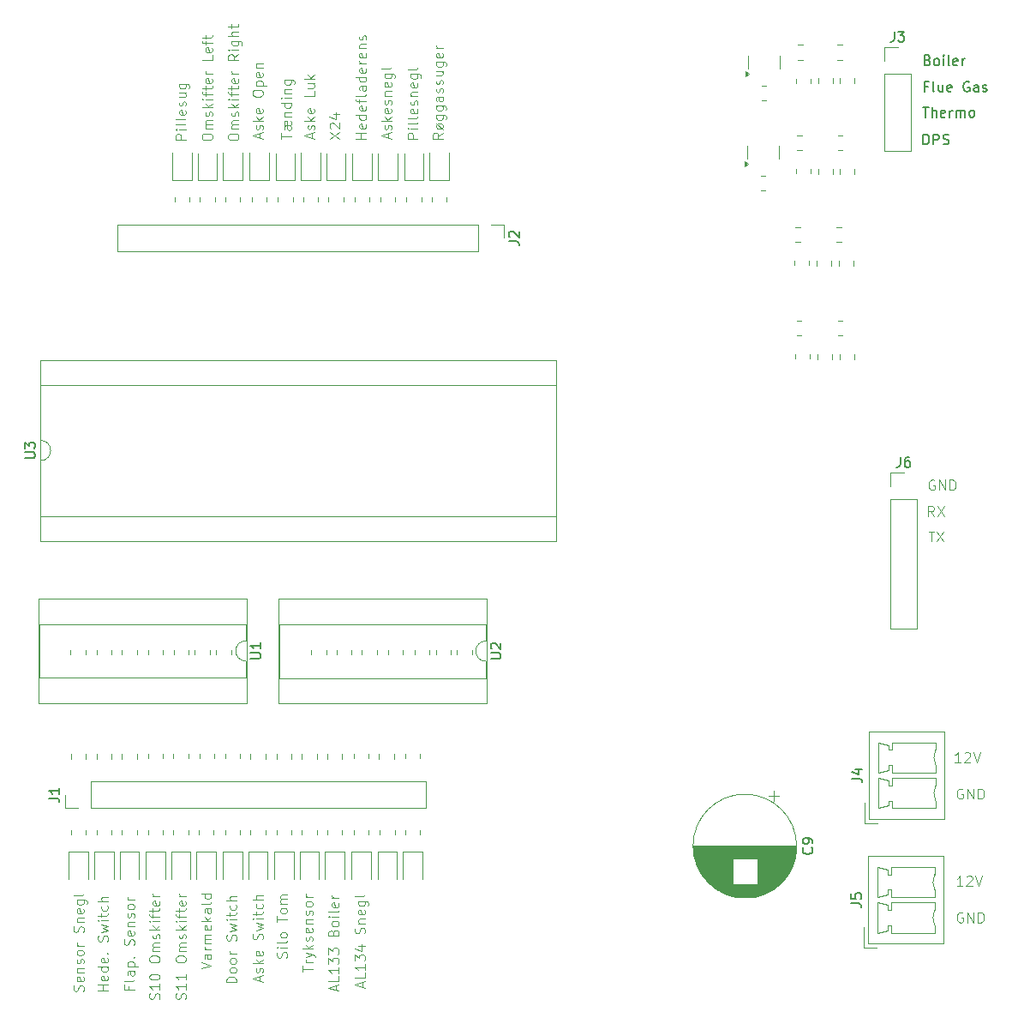
<source format=gto>
%TF.GenerationSoftware,KiCad,Pcbnew,8.0.6*%
%TF.CreationDate,2024-12-03T08:55:31+01:00*%
%TF.ProjectId,PCB_Tester,5043425f-5465-4737-9465-722e6b696361,rev?*%
%TF.SameCoordinates,Original*%
%TF.FileFunction,Legend,Top*%
%TF.FilePolarity,Positive*%
%FSLAX46Y46*%
G04 Gerber Fmt 4.6, Leading zero omitted, Abs format (unit mm)*
G04 Created by KiCad (PCBNEW 8.0.6) date 2024-12-03 08:55:31*
%MOMM*%
%LPD*%
G01*
G04 APERTURE LIST*
%ADD10C,0.100000*%
%ADD11C,0.150000*%
%ADD12C,0.120000*%
G04 APERTURE END LIST*
D10*
X126986704Y-136843734D02*
X126986704Y-136367544D01*
X127272419Y-136938972D02*
X126272419Y-136605639D01*
X126272419Y-136605639D02*
X127272419Y-136272306D01*
X127272419Y-135462782D02*
X127272419Y-135938972D01*
X127272419Y-135938972D02*
X126272419Y-135938972D01*
X127272419Y-134605639D02*
X127272419Y-135177067D01*
X127272419Y-134891353D02*
X126272419Y-134891353D01*
X126272419Y-134891353D02*
X126415276Y-134986591D01*
X126415276Y-134986591D02*
X126510514Y-135081829D01*
X126510514Y-135081829D02*
X126558133Y-135177067D01*
X126272419Y-134272305D02*
X126272419Y-133653258D01*
X126272419Y-133653258D02*
X126653371Y-133986591D01*
X126653371Y-133986591D02*
X126653371Y-133843734D01*
X126653371Y-133843734D02*
X126700990Y-133748496D01*
X126700990Y-133748496D02*
X126748609Y-133700877D01*
X126748609Y-133700877D02*
X126843847Y-133653258D01*
X126843847Y-133653258D02*
X127081942Y-133653258D01*
X127081942Y-133653258D02*
X127177180Y-133700877D01*
X127177180Y-133700877D02*
X127224800Y-133748496D01*
X127224800Y-133748496D02*
X127272419Y-133843734D01*
X127272419Y-133843734D02*
X127272419Y-134129448D01*
X127272419Y-134129448D02*
X127224800Y-134224686D01*
X127224800Y-134224686D02*
X127177180Y-134272305D01*
X126605752Y-132796115D02*
X127272419Y-132796115D01*
X126224800Y-133034210D02*
X126939085Y-133272305D01*
X126939085Y-133272305D02*
X126939085Y-132653258D01*
X127224800Y-131558019D02*
X127272419Y-131415162D01*
X127272419Y-131415162D02*
X127272419Y-131177067D01*
X127272419Y-131177067D02*
X127224800Y-131081829D01*
X127224800Y-131081829D02*
X127177180Y-131034210D01*
X127177180Y-131034210D02*
X127081942Y-130986591D01*
X127081942Y-130986591D02*
X126986704Y-130986591D01*
X126986704Y-130986591D02*
X126891466Y-131034210D01*
X126891466Y-131034210D02*
X126843847Y-131081829D01*
X126843847Y-131081829D02*
X126796228Y-131177067D01*
X126796228Y-131177067D02*
X126748609Y-131367543D01*
X126748609Y-131367543D02*
X126700990Y-131462781D01*
X126700990Y-131462781D02*
X126653371Y-131510400D01*
X126653371Y-131510400D02*
X126558133Y-131558019D01*
X126558133Y-131558019D02*
X126462895Y-131558019D01*
X126462895Y-131558019D02*
X126367657Y-131510400D01*
X126367657Y-131510400D02*
X126320038Y-131462781D01*
X126320038Y-131462781D02*
X126272419Y-131367543D01*
X126272419Y-131367543D02*
X126272419Y-131129448D01*
X126272419Y-131129448D02*
X126320038Y-130986591D01*
X126605752Y-130558019D02*
X127272419Y-130558019D01*
X126700990Y-130558019D02*
X126653371Y-130510400D01*
X126653371Y-130510400D02*
X126605752Y-130415162D01*
X126605752Y-130415162D02*
X126605752Y-130272305D01*
X126605752Y-130272305D02*
X126653371Y-130177067D01*
X126653371Y-130177067D02*
X126748609Y-130129448D01*
X126748609Y-130129448D02*
X127272419Y-130129448D01*
X127224800Y-129272305D02*
X127272419Y-129367543D01*
X127272419Y-129367543D02*
X127272419Y-129558019D01*
X127272419Y-129558019D02*
X127224800Y-129653257D01*
X127224800Y-129653257D02*
X127129561Y-129700876D01*
X127129561Y-129700876D02*
X126748609Y-129700876D01*
X126748609Y-129700876D02*
X126653371Y-129653257D01*
X126653371Y-129653257D02*
X126605752Y-129558019D01*
X126605752Y-129558019D02*
X126605752Y-129367543D01*
X126605752Y-129367543D02*
X126653371Y-129272305D01*
X126653371Y-129272305D02*
X126748609Y-129224686D01*
X126748609Y-129224686D02*
X126843847Y-129224686D01*
X126843847Y-129224686D02*
X126939085Y-129700876D01*
X126605752Y-128367543D02*
X127415276Y-128367543D01*
X127415276Y-128367543D02*
X127510514Y-128415162D01*
X127510514Y-128415162D02*
X127558133Y-128462781D01*
X127558133Y-128462781D02*
X127605752Y-128558019D01*
X127605752Y-128558019D02*
X127605752Y-128700876D01*
X127605752Y-128700876D02*
X127558133Y-128796114D01*
X127224800Y-128367543D02*
X127272419Y-128462781D01*
X127272419Y-128462781D02*
X127272419Y-128653257D01*
X127272419Y-128653257D02*
X127224800Y-128748495D01*
X127224800Y-128748495D02*
X127177180Y-128796114D01*
X127177180Y-128796114D02*
X127081942Y-128843733D01*
X127081942Y-128843733D02*
X126796228Y-128843733D01*
X126796228Y-128843733D02*
X126700990Y-128796114D01*
X126700990Y-128796114D02*
X126653371Y-128748495D01*
X126653371Y-128748495D02*
X126605752Y-128653257D01*
X126605752Y-128653257D02*
X126605752Y-128462781D01*
X126605752Y-128462781D02*
X126653371Y-128367543D01*
X127272419Y-127748495D02*
X127224800Y-127843733D01*
X127224800Y-127843733D02*
X127129561Y-127891352D01*
X127129561Y-127891352D02*
X126272419Y-127891352D01*
X183527693Y-86820038D02*
X183432455Y-86772419D01*
X183432455Y-86772419D02*
X183289598Y-86772419D01*
X183289598Y-86772419D02*
X183146741Y-86820038D01*
X183146741Y-86820038D02*
X183051503Y-86915276D01*
X183051503Y-86915276D02*
X183003884Y-87010514D01*
X183003884Y-87010514D02*
X182956265Y-87200990D01*
X182956265Y-87200990D02*
X182956265Y-87343847D01*
X182956265Y-87343847D02*
X183003884Y-87534323D01*
X183003884Y-87534323D02*
X183051503Y-87629561D01*
X183051503Y-87629561D02*
X183146741Y-87724800D01*
X183146741Y-87724800D02*
X183289598Y-87772419D01*
X183289598Y-87772419D02*
X183384836Y-87772419D01*
X183384836Y-87772419D02*
X183527693Y-87724800D01*
X183527693Y-87724800D02*
X183575312Y-87677180D01*
X183575312Y-87677180D02*
X183575312Y-87343847D01*
X183575312Y-87343847D02*
X183384836Y-87343847D01*
X184003884Y-87772419D02*
X184003884Y-86772419D01*
X184003884Y-86772419D02*
X184575312Y-87772419D01*
X184575312Y-87772419D02*
X184575312Y-86772419D01*
X185051503Y-87772419D02*
X185051503Y-86772419D01*
X185051503Y-86772419D02*
X185289598Y-86772419D01*
X185289598Y-86772419D02*
X185432455Y-86820038D01*
X185432455Y-86820038D02*
X185527693Y-86915276D01*
X185527693Y-86915276D02*
X185575312Y-87010514D01*
X185575312Y-87010514D02*
X185622931Y-87200990D01*
X185622931Y-87200990D02*
X185622931Y-87343847D01*
X185622931Y-87343847D02*
X185575312Y-87534323D01*
X185575312Y-87534323D02*
X185527693Y-87629561D01*
X185527693Y-87629561D02*
X185432455Y-87724800D01*
X185432455Y-87724800D02*
X185289598Y-87772419D01*
X185289598Y-87772419D02*
X185051503Y-87772419D01*
D11*
X182436779Y-53669819D02*
X182436779Y-52669819D01*
X182436779Y-52669819D02*
X182674874Y-52669819D01*
X182674874Y-52669819D02*
X182817731Y-52717438D01*
X182817731Y-52717438D02*
X182912969Y-52812676D01*
X182912969Y-52812676D02*
X182960588Y-52907914D01*
X182960588Y-52907914D02*
X183008207Y-53098390D01*
X183008207Y-53098390D02*
X183008207Y-53241247D01*
X183008207Y-53241247D02*
X182960588Y-53431723D01*
X182960588Y-53431723D02*
X182912969Y-53526961D01*
X182912969Y-53526961D02*
X182817731Y-53622200D01*
X182817731Y-53622200D02*
X182674874Y-53669819D01*
X182674874Y-53669819D02*
X182436779Y-53669819D01*
X183436779Y-53669819D02*
X183436779Y-52669819D01*
X183436779Y-52669819D02*
X183817731Y-52669819D01*
X183817731Y-52669819D02*
X183912969Y-52717438D01*
X183912969Y-52717438D02*
X183960588Y-52765057D01*
X183960588Y-52765057D02*
X184008207Y-52860295D01*
X184008207Y-52860295D02*
X184008207Y-53003152D01*
X184008207Y-53003152D02*
X183960588Y-53098390D01*
X183960588Y-53098390D02*
X183912969Y-53146009D01*
X183912969Y-53146009D02*
X183817731Y-53193628D01*
X183817731Y-53193628D02*
X183436779Y-53193628D01*
X184389160Y-53622200D02*
X184532017Y-53669819D01*
X184532017Y-53669819D02*
X184770112Y-53669819D01*
X184770112Y-53669819D02*
X184865350Y-53622200D01*
X184865350Y-53622200D02*
X184912969Y-53574580D01*
X184912969Y-53574580D02*
X184960588Y-53479342D01*
X184960588Y-53479342D02*
X184960588Y-53384104D01*
X184960588Y-53384104D02*
X184912969Y-53288866D01*
X184912969Y-53288866D02*
X184865350Y-53241247D01*
X184865350Y-53241247D02*
X184770112Y-53193628D01*
X184770112Y-53193628D02*
X184579636Y-53146009D01*
X184579636Y-53146009D02*
X184484398Y-53098390D01*
X184484398Y-53098390D02*
X184436779Y-53050771D01*
X184436779Y-53050771D02*
X184389160Y-52955533D01*
X184389160Y-52955533D02*
X184389160Y-52860295D01*
X184389160Y-52860295D02*
X184436779Y-52765057D01*
X184436779Y-52765057D02*
X184484398Y-52717438D01*
X184484398Y-52717438D02*
X184579636Y-52669819D01*
X184579636Y-52669819D02*
X184817731Y-52669819D01*
X184817731Y-52669819D02*
X184960588Y-52717438D01*
D10*
X103948609Y-136762782D02*
X103948609Y-137096115D01*
X104472419Y-137096115D02*
X103472419Y-137096115D01*
X103472419Y-137096115D02*
X103472419Y-136619925D01*
X104472419Y-136096115D02*
X104424800Y-136191353D01*
X104424800Y-136191353D02*
X104329561Y-136238972D01*
X104329561Y-136238972D02*
X103472419Y-136238972D01*
X104472419Y-135286591D02*
X103948609Y-135286591D01*
X103948609Y-135286591D02*
X103853371Y-135334210D01*
X103853371Y-135334210D02*
X103805752Y-135429448D01*
X103805752Y-135429448D02*
X103805752Y-135619924D01*
X103805752Y-135619924D02*
X103853371Y-135715162D01*
X104424800Y-135286591D02*
X104472419Y-135381829D01*
X104472419Y-135381829D02*
X104472419Y-135619924D01*
X104472419Y-135619924D02*
X104424800Y-135715162D01*
X104424800Y-135715162D02*
X104329561Y-135762781D01*
X104329561Y-135762781D02*
X104234323Y-135762781D01*
X104234323Y-135762781D02*
X104139085Y-135715162D01*
X104139085Y-135715162D02*
X104091466Y-135619924D01*
X104091466Y-135619924D02*
X104091466Y-135381829D01*
X104091466Y-135381829D02*
X104043847Y-135286591D01*
X103805752Y-134810400D02*
X104805752Y-134810400D01*
X103853371Y-134810400D02*
X103805752Y-134715162D01*
X103805752Y-134715162D02*
X103805752Y-134524686D01*
X103805752Y-134524686D02*
X103853371Y-134429448D01*
X103853371Y-134429448D02*
X103900990Y-134381829D01*
X103900990Y-134381829D02*
X103996228Y-134334210D01*
X103996228Y-134334210D02*
X104281942Y-134334210D01*
X104281942Y-134334210D02*
X104377180Y-134381829D01*
X104377180Y-134381829D02*
X104424800Y-134429448D01*
X104424800Y-134429448D02*
X104472419Y-134524686D01*
X104472419Y-134524686D02*
X104472419Y-134715162D01*
X104472419Y-134715162D02*
X104424800Y-134810400D01*
X104377180Y-133905638D02*
X104424800Y-133858019D01*
X104424800Y-133858019D02*
X104472419Y-133905638D01*
X104472419Y-133905638D02*
X104424800Y-133953257D01*
X104424800Y-133953257D02*
X104377180Y-133905638D01*
X104377180Y-133905638D02*
X104472419Y-133905638D01*
X104424800Y-132715162D02*
X104472419Y-132572305D01*
X104472419Y-132572305D02*
X104472419Y-132334210D01*
X104472419Y-132334210D02*
X104424800Y-132238972D01*
X104424800Y-132238972D02*
X104377180Y-132191353D01*
X104377180Y-132191353D02*
X104281942Y-132143734D01*
X104281942Y-132143734D02*
X104186704Y-132143734D01*
X104186704Y-132143734D02*
X104091466Y-132191353D01*
X104091466Y-132191353D02*
X104043847Y-132238972D01*
X104043847Y-132238972D02*
X103996228Y-132334210D01*
X103996228Y-132334210D02*
X103948609Y-132524686D01*
X103948609Y-132524686D02*
X103900990Y-132619924D01*
X103900990Y-132619924D02*
X103853371Y-132667543D01*
X103853371Y-132667543D02*
X103758133Y-132715162D01*
X103758133Y-132715162D02*
X103662895Y-132715162D01*
X103662895Y-132715162D02*
X103567657Y-132667543D01*
X103567657Y-132667543D02*
X103520038Y-132619924D01*
X103520038Y-132619924D02*
X103472419Y-132524686D01*
X103472419Y-132524686D02*
X103472419Y-132286591D01*
X103472419Y-132286591D02*
X103520038Y-132143734D01*
X104424800Y-131334210D02*
X104472419Y-131429448D01*
X104472419Y-131429448D02*
X104472419Y-131619924D01*
X104472419Y-131619924D02*
X104424800Y-131715162D01*
X104424800Y-131715162D02*
X104329561Y-131762781D01*
X104329561Y-131762781D02*
X103948609Y-131762781D01*
X103948609Y-131762781D02*
X103853371Y-131715162D01*
X103853371Y-131715162D02*
X103805752Y-131619924D01*
X103805752Y-131619924D02*
X103805752Y-131429448D01*
X103805752Y-131429448D02*
X103853371Y-131334210D01*
X103853371Y-131334210D02*
X103948609Y-131286591D01*
X103948609Y-131286591D02*
X104043847Y-131286591D01*
X104043847Y-131286591D02*
X104139085Y-131762781D01*
X103805752Y-130858019D02*
X104472419Y-130858019D01*
X103900990Y-130858019D02*
X103853371Y-130810400D01*
X103853371Y-130810400D02*
X103805752Y-130715162D01*
X103805752Y-130715162D02*
X103805752Y-130572305D01*
X103805752Y-130572305D02*
X103853371Y-130477067D01*
X103853371Y-130477067D02*
X103948609Y-130429448D01*
X103948609Y-130429448D02*
X104472419Y-130429448D01*
X104424800Y-130000876D02*
X104472419Y-129905638D01*
X104472419Y-129905638D02*
X104472419Y-129715162D01*
X104472419Y-129715162D02*
X104424800Y-129619924D01*
X104424800Y-129619924D02*
X104329561Y-129572305D01*
X104329561Y-129572305D02*
X104281942Y-129572305D01*
X104281942Y-129572305D02*
X104186704Y-129619924D01*
X104186704Y-129619924D02*
X104139085Y-129715162D01*
X104139085Y-129715162D02*
X104139085Y-129858019D01*
X104139085Y-129858019D02*
X104091466Y-129953257D01*
X104091466Y-129953257D02*
X103996228Y-130000876D01*
X103996228Y-130000876D02*
X103948609Y-130000876D01*
X103948609Y-130000876D02*
X103853371Y-129953257D01*
X103853371Y-129953257D02*
X103805752Y-129858019D01*
X103805752Y-129858019D02*
X103805752Y-129715162D01*
X103805752Y-129715162D02*
X103853371Y-129619924D01*
X104472419Y-129000876D02*
X104424800Y-129096114D01*
X104424800Y-129096114D02*
X104377180Y-129143733D01*
X104377180Y-129143733D02*
X104281942Y-129191352D01*
X104281942Y-129191352D02*
X103996228Y-129191352D01*
X103996228Y-129191352D02*
X103900990Y-129143733D01*
X103900990Y-129143733D02*
X103853371Y-129096114D01*
X103853371Y-129096114D02*
X103805752Y-129000876D01*
X103805752Y-129000876D02*
X103805752Y-128858019D01*
X103805752Y-128858019D02*
X103853371Y-128762781D01*
X103853371Y-128762781D02*
X103900990Y-128715162D01*
X103900990Y-128715162D02*
X103996228Y-128667543D01*
X103996228Y-128667543D02*
X104281942Y-128667543D01*
X104281942Y-128667543D02*
X104377180Y-128715162D01*
X104377180Y-128715162D02*
X104424800Y-128762781D01*
X104424800Y-128762781D02*
X104472419Y-128858019D01*
X104472419Y-128858019D02*
X104472419Y-129000876D01*
X104472419Y-128238971D02*
X103805752Y-128238971D01*
X103996228Y-128238971D02*
X103900990Y-128191352D01*
X103900990Y-128191352D02*
X103853371Y-128143733D01*
X103853371Y-128143733D02*
X103805752Y-128048495D01*
X103805752Y-128048495D02*
X103805752Y-127953257D01*
X113772419Y-53005639D02*
X113772419Y-52815163D01*
X113772419Y-52815163D02*
X113820038Y-52719925D01*
X113820038Y-52719925D02*
X113915276Y-52624687D01*
X113915276Y-52624687D02*
X114105752Y-52577068D01*
X114105752Y-52577068D02*
X114439085Y-52577068D01*
X114439085Y-52577068D02*
X114629561Y-52624687D01*
X114629561Y-52624687D02*
X114724800Y-52719925D01*
X114724800Y-52719925D02*
X114772419Y-52815163D01*
X114772419Y-52815163D02*
X114772419Y-53005639D01*
X114772419Y-53005639D02*
X114724800Y-53100877D01*
X114724800Y-53100877D02*
X114629561Y-53196115D01*
X114629561Y-53196115D02*
X114439085Y-53243734D01*
X114439085Y-53243734D02*
X114105752Y-53243734D01*
X114105752Y-53243734D02*
X113915276Y-53196115D01*
X113915276Y-53196115D02*
X113820038Y-53100877D01*
X113820038Y-53100877D02*
X113772419Y-53005639D01*
X114772419Y-52148496D02*
X114105752Y-52148496D01*
X114200990Y-52148496D02*
X114153371Y-52100877D01*
X114153371Y-52100877D02*
X114105752Y-52005639D01*
X114105752Y-52005639D02*
X114105752Y-51862782D01*
X114105752Y-51862782D02*
X114153371Y-51767544D01*
X114153371Y-51767544D02*
X114248609Y-51719925D01*
X114248609Y-51719925D02*
X114772419Y-51719925D01*
X114248609Y-51719925D02*
X114153371Y-51672306D01*
X114153371Y-51672306D02*
X114105752Y-51577068D01*
X114105752Y-51577068D02*
X114105752Y-51434211D01*
X114105752Y-51434211D02*
X114153371Y-51338972D01*
X114153371Y-51338972D02*
X114248609Y-51291353D01*
X114248609Y-51291353D02*
X114772419Y-51291353D01*
X114724800Y-50862782D02*
X114772419Y-50767544D01*
X114772419Y-50767544D02*
X114772419Y-50577068D01*
X114772419Y-50577068D02*
X114724800Y-50481830D01*
X114724800Y-50481830D02*
X114629561Y-50434211D01*
X114629561Y-50434211D02*
X114581942Y-50434211D01*
X114581942Y-50434211D02*
X114486704Y-50481830D01*
X114486704Y-50481830D02*
X114439085Y-50577068D01*
X114439085Y-50577068D02*
X114439085Y-50719925D01*
X114439085Y-50719925D02*
X114391466Y-50815163D01*
X114391466Y-50815163D02*
X114296228Y-50862782D01*
X114296228Y-50862782D02*
X114248609Y-50862782D01*
X114248609Y-50862782D02*
X114153371Y-50815163D01*
X114153371Y-50815163D02*
X114105752Y-50719925D01*
X114105752Y-50719925D02*
X114105752Y-50577068D01*
X114105752Y-50577068D02*
X114153371Y-50481830D01*
X114772419Y-50005639D02*
X113772419Y-50005639D01*
X114391466Y-49910401D02*
X114772419Y-49624687D01*
X114105752Y-49624687D02*
X114486704Y-50005639D01*
X114772419Y-49196115D02*
X114105752Y-49196115D01*
X113772419Y-49196115D02*
X113820038Y-49243734D01*
X113820038Y-49243734D02*
X113867657Y-49196115D01*
X113867657Y-49196115D02*
X113820038Y-49148496D01*
X113820038Y-49148496D02*
X113772419Y-49196115D01*
X113772419Y-49196115D02*
X113867657Y-49196115D01*
X114105752Y-48862782D02*
X114105752Y-48481830D01*
X114772419Y-48719925D02*
X113915276Y-48719925D01*
X113915276Y-48719925D02*
X113820038Y-48672306D01*
X113820038Y-48672306D02*
X113772419Y-48577068D01*
X113772419Y-48577068D02*
X113772419Y-48481830D01*
X114105752Y-48291353D02*
X114105752Y-47910401D01*
X113772419Y-48148496D02*
X114629561Y-48148496D01*
X114629561Y-48148496D02*
X114724800Y-48100877D01*
X114724800Y-48100877D02*
X114772419Y-48005639D01*
X114772419Y-48005639D02*
X114772419Y-47910401D01*
X114724800Y-47196115D02*
X114772419Y-47291353D01*
X114772419Y-47291353D02*
X114772419Y-47481829D01*
X114772419Y-47481829D02*
X114724800Y-47577067D01*
X114724800Y-47577067D02*
X114629561Y-47624686D01*
X114629561Y-47624686D02*
X114248609Y-47624686D01*
X114248609Y-47624686D02*
X114153371Y-47577067D01*
X114153371Y-47577067D02*
X114105752Y-47481829D01*
X114105752Y-47481829D02*
X114105752Y-47291353D01*
X114105752Y-47291353D02*
X114153371Y-47196115D01*
X114153371Y-47196115D02*
X114248609Y-47148496D01*
X114248609Y-47148496D02*
X114343847Y-47148496D01*
X114343847Y-47148496D02*
X114439085Y-47624686D01*
X114772419Y-46719924D02*
X114105752Y-46719924D01*
X114296228Y-46719924D02*
X114200990Y-46672305D01*
X114200990Y-46672305D02*
X114153371Y-46624686D01*
X114153371Y-46624686D02*
X114105752Y-46529448D01*
X114105752Y-46529448D02*
X114105752Y-46434210D01*
X114772419Y-44767543D02*
X114296228Y-45100876D01*
X114772419Y-45338971D02*
X113772419Y-45338971D01*
X113772419Y-45338971D02*
X113772419Y-44958019D01*
X113772419Y-44958019D02*
X113820038Y-44862781D01*
X113820038Y-44862781D02*
X113867657Y-44815162D01*
X113867657Y-44815162D02*
X113962895Y-44767543D01*
X113962895Y-44767543D02*
X114105752Y-44767543D01*
X114105752Y-44767543D02*
X114200990Y-44815162D01*
X114200990Y-44815162D02*
X114248609Y-44862781D01*
X114248609Y-44862781D02*
X114296228Y-44958019D01*
X114296228Y-44958019D02*
X114296228Y-45338971D01*
X114772419Y-44338971D02*
X114105752Y-44338971D01*
X113772419Y-44338971D02*
X113820038Y-44386590D01*
X113820038Y-44386590D02*
X113867657Y-44338971D01*
X113867657Y-44338971D02*
X113820038Y-44291352D01*
X113820038Y-44291352D02*
X113772419Y-44338971D01*
X113772419Y-44338971D02*
X113867657Y-44338971D01*
X114105752Y-43434210D02*
X114915276Y-43434210D01*
X114915276Y-43434210D02*
X115010514Y-43481829D01*
X115010514Y-43481829D02*
X115058133Y-43529448D01*
X115058133Y-43529448D02*
X115105752Y-43624686D01*
X115105752Y-43624686D02*
X115105752Y-43767543D01*
X115105752Y-43767543D02*
X115058133Y-43862781D01*
X114724800Y-43434210D02*
X114772419Y-43529448D01*
X114772419Y-43529448D02*
X114772419Y-43719924D01*
X114772419Y-43719924D02*
X114724800Y-43815162D01*
X114724800Y-43815162D02*
X114677180Y-43862781D01*
X114677180Y-43862781D02*
X114581942Y-43910400D01*
X114581942Y-43910400D02*
X114296228Y-43910400D01*
X114296228Y-43910400D02*
X114200990Y-43862781D01*
X114200990Y-43862781D02*
X114153371Y-43815162D01*
X114153371Y-43815162D02*
X114105752Y-43719924D01*
X114105752Y-43719924D02*
X114105752Y-43529448D01*
X114105752Y-43529448D02*
X114153371Y-43434210D01*
X114772419Y-42958019D02*
X113772419Y-42958019D01*
X114772419Y-42529448D02*
X114248609Y-42529448D01*
X114248609Y-42529448D02*
X114153371Y-42577067D01*
X114153371Y-42577067D02*
X114105752Y-42672305D01*
X114105752Y-42672305D02*
X114105752Y-42815162D01*
X114105752Y-42815162D02*
X114153371Y-42910400D01*
X114153371Y-42910400D02*
X114200990Y-42958019D01*
X114105752Y-42196114D02*
X114105752Y-41815162D01*
X113772419Y-42053257D02*
X114629561Y-42053257D01*
X114629561Y-42053257D02*
X114724800Y-42005638D01*
X114724800Y-42005638D02*
X114772419Y-41910400D01*
X114772419Y-41910400D02*
X114772419Y-41815162D01*
X111172419Y-53005639D02*
X111172419Y-52815163D01*
X111172419Y-52815163D02*
X111220038Y-52719925D01*
X111220038Y-52719925D02*
X111315276Y-52624687D01*
X111315276Y-52624687D02*
X111505752Y-52577068D01*
X111505752Y-52577068D02*
X111839085Y-52577068D01*
X111839085Y-52577068D02*
X112029561Y-52624687D01*
X112029561Y-52624687D02*
X112124800Y-52719925D01*
X112124800Y-52719925D02*
X112172419Y-52815163D01*
X112172419Y-52815163D02*
X112172419Y-53005639D01*
X112172419Y-53005639D02*
X112124800Y-53100877D01*
X112124800Y-53100877D02*
X112029561Y-53196115D01*
X112029561Y-53196115D02*
X111839085Y-53243734D01*
X111839085Y-53243734D02*
X111505752Y-53243734D01*
X111505752Y-53243734D02*
X111315276Y-53196115D01*
X111315276Y-53196115D02*
X111220038Y-53100877D01*
X111220038Y-53100877D02*
X111172419Y-53005639D01*
X112172419Y-52148496D02*
X111505752Y-52148496D01*
X111600990Y-52148496D02*
X111553371Y-52100877D01*
X111553371Y-52100877D02*
X111505752Y-52005639D01*
X111505752Y-52005639D02*
X111505752Y-51862782D01*
X111505752Y-51862782D02*
X111553371Y-51767544D01*
X111553371Y-51767544D02*
X111648609Y-51719925D01*
X111648609Y-51719925D02*
X112172419Y-51719925D01*
X111648609Y-51719925D02*
X111553371Y-51672306D01*
X111553371Y-51672306D02*
X111505752Y-51577068D01*
X111505752Y-51577068D02*
X111505752Y-51434211D01*
X111505752Y-51434211D02*
X111553371Y-51338972D01*
X111553371Y-51338972D02*
X111648609Y-51291353D01*
X111648609Y-51291353D02*
X112172419Y-51291353D01*
X112124800Y-50862782D02*
X112172419Y-50767544D01*
X112172419Y-50767544D02*
X112172419Y-50577068D01*
X112172419Y-50577068D02*
X112124800Y-50481830D01*
X112124800Y-50481830D02*
X112029561Y-50434211D01*
X112029561Y-50434211D02*
X111981942Y-50434211D01*
X111981942Y-50434211D02*
X111886704Y-50481830D01*
X111886704Y-50481830D02*
X111839085Y-50577068D01*
X111839085Y-50577068D02*
X111839085Y-50719925D01*
X111839085Y-50719925D02*
X111791466Y-50815163D01*
X111791466Y-50815163D02*
X111696228Y-50862782D01*
X111696228Y-50862782D02*
X111648609Y-50862782D01*
X111648609Y-50862782D02*
X111553371Y-50815163D01*
X111553371Y-50815163D02*
X111505752Y-50719925D01*
X111505752Y-50719925D02*
X111505752Y-50577068D01*
X111505752Y-50577068D02*
X111553371Y-50481830D01*
X112172419Y-50005639D02*
X111172419Y-50005639D01*
X111791466Y-49910401D02*
X112172419Y-49624687D01*
X111505752Y-49624687D02*
X111886704Y-50005639D01*
X112172419Y-49196115D02*
X111505752Y-49196115D01*
X111172419Y-49196115D02*
X111220038Y-49243734D01*
X111220038Y-49243734D02*
X111267657Y-49196115D01*
X111267657Y-49196115D02*
X111220038Y-49148496D01*
X111220038Y-49148496D02*
X111172419Y-49196115D01*
X111172419Y-49196115D02*
X111267657Y-49196115D01*
X111505752Y-48862782D02*
X111505752Y-48481830D01*
X112172419Y-48719925D02*
X111315276Y-48719925D01*
X111315276Y-48719925D02*
X111220038Y-48672306D01*
X111220038Y-48672306D02*
X111172419Y-48577068D01*
X111172419Y-48577068D02*
X111172419Y-48481830D01*
X111505752Y-48291353D02*
X111505752Y-47910401D01*
X111172419Y-48148496D02*
X112029561Y-48148496D01*
X112029561Y-48148496D02*
X112124800Y-48100877D01*
X112124800Y-48100877D02*
X112172419Y-48005639D01*
X112172419Y-48005639D02*
X112172419Y-47910401D01*
X112124800Y-47196115D02*
X112172419Y-47291353D01*
X112172419Y-47291353D02*
X112172419Y-47481829D01*
X112172419Y-47481829D02*
X112124800Y-47577067D01*
X112124800Y-47577067D02*
X112029561Y-47624686D01*
X112029561Y-47624686D02*
X111648609Y-47624686D01*
X111648609Y-47624686D02*
X111553371Y-47577067D01*
X111553371Y-47577067D02*
X111505752Y-47481829D01*
X111505752Y-47481829D02*
X111505752Y-47291353D01*
X111505752Y-47291353D02*
X111553371Y-47196115D01*
X111553371Y-47196115D02*
X111648609Y-47148496D01*
X111648609Y-47148496D02*
X111743847Y-47148496D01*
X111743847Y-47148496D02*
X111839085Y-47624686D01*
X112172419Y-46719924D02*
X111505752Y-46719924D01*
X111696228Y-46719924D02*
X111600990Y-46672305D01*
X111600990Y-46672305D02*
X111553371Y-46624686D01*
X111553371Y-46624686D02*
X111505752Y-46529448D01*
X111505752Y-46529448D02*
X111505752Y-46434210D01*
X112172419Y-44862781D02*
X112172419Y-45338971D01*
X112172419Y-45338971D02*
X111172419Y-45338971D01*
X112124800Y-44148495D02*
X112172419Y-44243733D01*
X112172419Y-44243733D02*
X112172419Y-44434209D01*
X112172419Y-44434209D02*
X112124800Y-44529447D01*
X112124800Y-44529447D02*
X112029561Y-44577066D01*
X112029561Y-44577066D02*
X111648609Y-44577066D01*
X111648609Y-44577066D02*
X111553371Y-44529447D01*
X111553371Y-44529447D02*
X111505752Y-44434209D01*
X111505752Y-44434209D02*
X111505752Y-44243733D01*
X111505752Y-44243733D02*
X111553371Y-44148495D01*
X111553371Y-44148495D02*
X111648609Y-44100876D01*
X111648609Y-44100876D02*
X111743847Y-44100876D01*
X111743847Y-44100876D02*
X111839085Y-44577066D01*
X111505752Y-43815161D02*
X111505752Y-43434209D01*
X112172419Y-43672304D02*
X111315276Y-43672304D01*
X111315276Y-43672304D02*
X111220038Y-43624685D01*
X111220038Y-43624685D02*
X111172419Y-43529447D01*
X111172419Y-43529447D02*
X111172419Y-43434209D01*
X111505752Y-43243732D02*
X111505752Y-42862780D01*
X111172419Y-43100875D02*
X112029561Y-43100875D01*
X112029561Y-43100875D02*
X112124800Y-43053256D01*
X112124800Y-43053256D02*
X112172419Y-42958018D01*
X112172419Y-42958018D02*
X112172419Y-42862780D01*
D11*
X182870112Y-47946009D02*
X182536779Y-47946009D01*
X182536779Y-48469819D02*
X182536779Y-47469819D01*
X182536779Y-47469819D02*
X183012969Y-47469819D01*
X183536779Y-48469819D02*
X183441541Y-48422200D01*
X183441541Y-48422200D02*
X183393922Y-48326961D01*
X183393922Y-48326961D02*
X183393922Y-47469819D01*
X184346303Y-47803152D02*
X184346303Y-48469819D01*
X183917732Y-47803152D02*
X183917732Y-48326961D01*
X183917732Y-48326961D02*
X183965351Y-48422200D01*
X183965351Y-48422200D02*
X184060589Y-48469819D01*
X184060589Y-48469819D02*
X184203446Y-48469819D01*
X184203446Y-48469819D02*
X184298684Y-48422200D01*
X184298684Y-48422200D02*
X184346303Y-48374580D01*
X185203446Y-48422200D02*
X185108208Y-48469819D01*
X185108208Y-48469819D02*
X184917732Y-48469819D01*
X184917732Y-48469819D02*
X184822494Y-48422200D01*
X184822494Y-48422200D02*
X184774875Y-48326961D01*
X184774875Y-48326961D02*
X184774875Y-47946009D01*
X184774875Y-47946009D02*
X184822494Y-47850771D01*
X184822494Y-47850771D02*
X184917732Y-47803152D01*
X184917732Y-47803152D02*
X185108208Y-47803152D01*
X185108208Y-47803152D02*
X185203446Y-47850771D01*
X185203446Y-47850771D02*
X185251065Y-47946009D01*
X185251065Y-47946009D02*
X185251065Y-48041247D01*
X185251065Y-48041247D02*
X184774875Y-48136485D01*
X186965351Y-47517438D02*
X186870113Y-47469819D01*
X186870113Y-47469819D02*
X186727256Y-47469819D01*
X186727256Y-47469819D02*
X186584399Y-47517438D01*
X186584399Y-47517438D02*
X186489161Y-47612676D01*
X186489161Y-47612676D02*
X186441542Y-47707914D01*
X186441542Y-47707914D02*
X186393923Y-47898390D01*
X186393923Y-47898390D02*
X186393923Y-48041247D01*
X186393923Y-48041247D02*
X186441542Y-48231723D01*
X186441542Y-48231723D02*
X186489161Y-48326961D01*
X186489161Y-48326961D02*
X186584399Y-48422200D01*
X186584399Y-48422200D02*
X186727256Y-48469819D01*
X186727256Y-48469819D02*
X186822494Y-48469819D01*
X186822494Y-48469819D02*
X186965351Y-48422200D01*
X186965351Y-48422200D02*
X187012970Y-48374580D01*
X187012970Y-48374580D02*
X187012970Y-48041247D01*
X187012970Y-48041247D02*
X186822494Y-48041247D01*
X187870113Y-48469819D02*
X187870113Y-47946009D01*
X187870113Y-47946009D02*
X187822494Y-47850771D01*
X187822494Y-47850771D02*
X187727256Y-47803152D01*
X187727256Y-47803152D02*
X187536780Y-47803152D01*
X187536780Y-47803152D02*
X187441542Y-47850771D01*
X187870113Y-48422200D02*
X187774875Y-48469819D01*
X187774875Y-48469819D02*
X187536780Y-48469819D01*
X187536780Y-48469819D02*
X187441542Y-48422200D01*
X187441542Y-48422200D02*
X187393923Y-48326961D01*
X187393923Y-48326961D02*
X187393923Y-48231723D01*
X187393923Y-48231723D02*
X187441542Y-48136485D01*
X187441542Y-48136485D02*
X187536780Y-48088866D01*
X187536780Y-48088866D02*
X187774875Y-48088866D01*
X187774875Y-48088866D02*
X187870113Y-48041247D01*
X188298685Y-48422200D02*
X188393923Y-48469819D01*
X188393923Y-48469819D02*
X188584399Y-48469819D01*
X188584399Y-48469819D02*
X188679637Y-48422200D01*
X188679637Y-48422200D02*
X188727256Y-48326961D01*
X188727256Y-48326961D02*
X188727256Y-48279342D01*
X188727256Y-48279342D02*
X188679637Y-48184104D01*
X188679637Y-48184104D02*
X188584399Y-48136485D01*
X188584399Y-48136485D02*
X188441542Y-48136485D01*
X188441542Y-48136485D02*
X188346304Y-48088866D01*
X188346304Y-48088866D02*
X188298685Y-47993628D01*
X188298685Y-47993628D02*
X188298685Y-47946009D01*
X188298685Y-47946009D02*
X188346304Y-47850771D01*
X188346304Y-47850771D02*
X188441542Y-47803152D01*
X188441542Y-47803152D02*
X188584399Y-47803152D01*
X188584399Y-47803152D02*
X188679637Y-47850771D01*
D10*
X101872419Y-137196115D02*
X100872419Y-137196115D01*
X101348609Y-137196115D02*
X101348609Y-136624687D01*
X101872419Y-136624687D02*
X100872419Y-136624687D01*
X101824800Y-135767544D02*
X101872419Y-135862782D01*
X101872419Y-135862782D02*
X101872419Y-136053258D01*
X101872419Y-136053258D02*
X101824800Y-136148496D01*
X101824800Y-136148496D02*
X101729561Y-136196115D01*
X101729561Y-136196115D02*
X101348609Y-136196115D01*
X101348609Y-136196115D02*
X101253371Y-136148496D01*
X101253371Y-136148496D02*
X101205752Y-136053258D01*
X101205752Y-136053258D02*
X101205752Y-135862782D01*
X101205752Y-135862782D02*
X101253371Y-135767544D01*
X101253371Y-135767544D02*
X101348609Y-135719925D01*
X101348609Y-135719925D02*
X101443847Y-135719925D01*
X101443847Y-135719925D02*
X101539085Y-136196115D01*
X101872419Y-134862782D02*
X100872419Y-134862782D01*
X101824800Y-134862782D02*
X101872419Y-134958020D01*
X101872419Y-134958020D02*
X101872419Y-135148496D01*
X101872419Y-135148496D02*
X101824800Y-135243734D01*
X101824800Y-135243734D02*
X101777180Y-135291353D01*
X101777180Y-135291353D02*
X101681942Y-135338972D01*
X101681942Y-135338972D02*
X101396228Y-135338972D01*
X101396228Y-135338972D02*
X101300990Y-135291353D01*
X101300990Y-135291353D02*
X101253371Y-135243734D01*
X101253371Y-135243734D02*
X101205752Y-135148496D01*
X101205752Y-135148496D02*
X101205752Y-134958020D01*
X101205752Y-134958020D02*
X101253371Y-134862782D01*
X101824800Y-134005639D02*
X101872419Y-134100877D01*
X101872419Y-134100877D02*
X101872419Y-134291353D01*
X101872419Y-134291353D02*
X101824800Y-134386591D01*
X101824800Y-134386591D02*
X101729561Y-134434210D01*
X101729561Y-134434210D02*
X101348609Y-134434210D01*
X101348609Y-134434210D02*
X101253371Y-134386591D01*
X101253371Y-134386591D02*
X101205752Y-134291353D01*
X101205752Y-134291353D02*
X101205752Y-134100877D01*
X101205752Y-134100877D02*
X101253371Y-134005639D01*
X101253371Y-134005639D02*
X101348609Y-133958020D01*
X101348609Y-133958020D02*
X101443847Y-133958020D01*
X101443847Y-133958020D02*
X101539085Y-134434210D01*
X101777180Y-133529448D02*
X101824800Y-133481829D01*
X101824800Y-133481829D02*
X101872419Y-133529448D01*
X101872419Y-133529448D02*
X101824800Y-133577067D01*
X101824800Y-133577067D02*
X101777180Y-133529448D01*
X101777180Y-133529448D02*
X101872419Y-133529448D01*
X101824800Y-132338972D02*
X101872419Y-132196115D01*
X101872419Y-132196115D02*
X101872419Y-131958020D01*
X101872419Y-131958020D02*
X101824800Y-131862782D01*
X101824800Y-131862782D02*
X101777180Y-131815163D01*
X101777180Y-131815163D02*
X101681942Y-131767544D01*
X101681942Y-131767544D02*
X101586704Y-131767544D01*
X101586704Y-131767544D02*
X101491466Y-131815163D01*
X101491466Y-131815163D02*
X101443847Y-131862782D01*
X101443847Y-131862782D02*
X101396228Y-131958020D01*
X101396228Y-131958020D02*
X101348609Y-132148496D01*
X101348609Y-132148496D02*
X101300990Y-132243734D01*
X101300990Y-132243734D02*
X101253371Y-132291353D01*
X101253371Y-132291353D02*
X101158133Y-132338972D01*
X101158133Y-132338972D02*
X101062895Y-132338972D01*
X101062895Y-132338972D02*
X100967657Y-132291353D01*
X100967657Y-132291353D02*
X100920038Y-132243734D01*
X100920038Y-132243734D02*
X100872419Y-132148496D01*
X100872419Y-132148496D02*
X100872419Y-131910401D01*
X100872419Y-131910401D02*
X100920038Y-131767544D01*
X101205752Y-131434210D02*
X101872419Y-131243734D01*
X101872419Y-131243734D02*
X101396228Y-131053258D01*
X101396228Y-131053258D02*
X101872419Y-130862782D01*
X101872419Y-130862782D02*
X101205752Y-130672306D01*
X101872419Y-130291353D02*
X101205752Y-130291353D01*
X100872419Y-130291353D02*
X100920038Y-130338972D01*
X100920038Y-130338972D02*
X100967657Y-130291353D01*
X100967657Y-130291353D02*
X100920038Y-130243734D01*
X100920038Y-130243734D02*
X100872419Y-130291353D01*
X100872419Y-130291353D02*
X100967657Y-130291353D01*
X101205752Y-129958020D02*
X101205752Y-129577068D01*
X100872419Y-129815163D02*
X101729561Y-129815163D01*
X101729561Y-129815163D02*
X101824800Y-129767544D01*
X101824800Y-129767544D02*
X101872419Y-129672306D01*
X101872419Y-129672306D02*
X101872419Y-129577068D01*
X101824800Y-128815163D02*
X101872419Y-128910401D01*
X101872419Y-128910401D02*
X101872419Y-129100877D01*
X101872419Y-129100877D02*
X101824800Y-129196115D01*
X101824800Y-129196115D02*
X101777180Y-129243734D01*
X101777180Y-129243734D02*
X101681942Y-129291353D01*
X101681942Y-129291353D02*
X101396228Y-129291353D01*
X101396228Y-129291353D02*
X101300990Y-129243734D01*
X101300990Y-129243734D02*
X101253371Y-129196115D01*
X101253371Y-129196115D02*
X101205752Y-129100877D01*
X101205752Y-129100877D02*
X101205752Y-128910401D01*
X101205752Y-128910401D02*
X101253371Y-128815163D01*
X101872419Y-128386591D02*
X100872419Y-128386591D01*
X101872419Y-127958020D02*
X101348609Y-127958020D01*
X101348609Y-127958020D02*
X101253371Y-128005639D01*
X101253371Y-128005639D02*
X101205752Y-128100877D01*
X101205752Y-128100877D02*
X101205752Y-128243734D01*
X101205752Y-128243734D02*
X101253371Y-128338972D01*
X101253371Y-128338972D02*
X101300990Y-128386591D01*
X134972419Y-52524687D02*
X134496228Y-52858020D01*
X134972419Y-53096115D02*
X133972419Y-53096115D01*
X133972419Y-53096115D02*
X133972419Y-52715163D01*
X133972419Y-52715163D02*
X134020038Y-52619925D01*
X134020038Y-52619925D02*
X134067657Y-52572306D01*
X134067657Y-52572306D02*
X134162895Y-52524687D01*
X134162895Y-52524687D02*
X134305752Y-52524687D01*
X134305752Y-52524687D02*
X134400990Y-52572306D01*
X134400990Y-52572306D02*
X134448609Y-52619925D01*
X134448609Y-52619925D02*
X134496228Y-52715163D01*
X134496228Y-52715163D02*
X134496228Y-53096115D01*
X134305752Y-51572306D02*
X134972419Y-52191353D01*
X134972419Y-51953258D02*
X134924800Y-52048496D01*
X134924800Y-52048496D02*
X134877180Y-52096115D01*
X134877180Y-52096115D02*
X134781942Y-52143734D01*
X134781942Y-52143734D02*
X134496228Y-52143734D01*
X134496228Y-52143734D02*
X134400990Y-52096115D01*
X134400990Y-52096115D02*
X134353371Y-52048496D01*
X134353371Y-52048496D02*
X134305752Y-51953258D01*
X134305752Y-51953258D02*
X134305752Y-51810401D01*
X134305752Y-51810401D02*
X134353371Y-51715163D01*
X134353371Y-51715163D02*
X134400990Y-51667544D01*
X134400990Y-51667544D02*
X134496228Y-51619925D01*
X134496228Y-51619925D02*
X134781942Y-51619925D01*
X134781942Y-51619925D02*
X134877180Y-51667544D01*
X134877180Y-51667544D02*
X134924800Y-51715163D01*
X134924800Y-51715163D02*
X134972419Y-51810401D01*
X134972419Y-51810401D02*
X134972419Y-51953258D01*
X134305752Y-50762782D02*
X135115276Y-50762782D01*
X135115276Y-50762782D02*
X135210514Y-50810401D01*
X135210514Y-50810401D02*
X135258133Y-50858020D01*
X135258133Y-50858020D02*
X135305752Y-50953258D01*
X135305752Y-50953258D02*
X135305752Y-51096115D01*
X135305752Y-51096115D02*
X135258133Y-51191353D01*
X134924800Y-50762782D02*
X134972419Y-50858020D01*
X134972419Y-50858020D02*
X134972419Y-51048496D01*
X134972419Y-51048496D02*
X134924800Y-51143734D01*
X134924800Y-51143734D02*
X134877180Y-51191353D01*
X134877180Y-51191353D02*
X134781942Y-51238972D01*
X134781942Y-51238972D02*
X134496228Y-51238972D01*
X134496228Y-51238972D02*
X134400990Y-51191353D01*
X134400990Y-51191353D02*
X134353371Y-51143734D01*
X134353371Y-51143734D02*
X134305752Y-51048496D01*
X134305752Y-51048496D02*
X134305752Y-50858020D01*
X134305752Y-50858020D02*
X134353371Y-50762782D01*
X134305752Y-49858020D02*
X135115276Y-49858020D01*
X135115276Y-49858020D02*
X135210514Y-49905639D01*
X135210514Y-49905639D02*
X135258133Y-49953258D01*
X135258133Y-49953258D02*
X135305752Y-50048496D01*
X135305752Y-50048496D02*
X135305752Y-50191353D01*
X135305752Y-50191353D02*
X135258133Y-50286591D01*
X134924800Y-49858020D02*
X134972419Y-49953258D01*
X134972419Y-49953258D02*
X134972419Y-50143734D01*
X134972419Y-50143734D02*
X134924800Y-50238972D01*
X134924800Y-50238972D02*
X134877180Y-50286591D01*
X134877180Y-50286591D02*
X134781942Y-50334210D01*
X134781942Y-50334210D02*
X134496228Y-50334210D01*
X134496228Y-50334210D02*
X134400990Y-50286591D01*
X134400990Y-50286591D02*
X134353371Y-50238972D01*
X134353371Y-50238972D02*
X134305752Y-50143734D01*
X134305752Y-50143734D02*
X134305752Y-49953258D01*
X134305752Y-49953258D02*
X134353371Y-49858020D01*
X134972419Y-48953258D02*
X134448609Y-48953258D01*
X134448609Y-48953258D02*
X134353371Y-49000877D01*
X134353371Y-49000877D02*
X134305752Y-49096115D01*
X134305752Y-49096115D02*
X134305752Y-49286591D01*
X134305752Y-49286591D02*
X134353371Y-49381829D01*
X134924800Y-48953258D02*
X134972419Y-49048496D01*
X134972419Y-49048496D02*
X134972419Y-49286591D01*
X134972419Y-49286591D02*
X134924800Y-49381829D01*
X134924800Y-49381829D02*
X134829561Y-49429448D01*
X134829561Y-49429448D02*
X134734323Y-49429448D01*
X134734323Y-49429448D02*
X134639085Y-49381829D01*
X134639085Y-49381829D02*
X134591466Y-49286591D01*
X134591466Y-49286591D02*
X134591466Y-49048496D01*
X134591466Y-49048496D02*
X134543847Y-48953258D01*
X134924800Y-48524686D02*
X134972419Y-48429448D01*
X134972419Y-48429448D02*
X134972419Y-48238972D01*
X134972419Y-48238972D02*
X134924800Y-48143734D01*
X134924800Y-48143734D02*
X134829561Y-48096115D01*
X134829561Y-48096115D02*
X134781942Y-48096115D01*
X134781942Y-48096115D02*
X134686704Y-48143734D01*
X134686704Y-48143734D02*
X134639085Y-48238972D01*
X134639085Y-48238972D02*
X134639085Y-48381829D01*
X134639085Y-48381829D02*
X134591466Y-48477067D01*
X134591466Y-48477067D02*
X134496228Y-48524686D01*
X134496228Y-48524686D02*
X134448609Y-48524686D01*
X134448609Y-48524686D02*
X134353371Y-48477067D01*
X134353371Y-48477067D02*
X134305752Y-48381829D01*
X134305752Y-48381829D02*
X134305752Y-48238972D01*
X134305752Y-48238972D02*
X134353371Y-48143734D01*
X134924800Y-47715162D02*
X134972419Y-47619924D01*
X134972419Y-47619924D02*
X134972419Y-47429448D01*
X134972419Y-47429448D02*
X134924800Y-47334210D01*
X134924800Y-47334210D02*
X134829561Y-47286591D01*
X134829561Y-47286591D02*
X134781942Y-47286591D01*
X134781942Y-47286591D02*
X134686704Y-47334210D01*
X134686704Y-47334210D02*
X134639085Y-47429448D01*
X134639085Y-47429448D02*
X134639085Y-47572305D01*
X134639085Y-47572305D02*
X134591466Y-47667543D01*
X134591466Y-47667543D02*
X134496228Y-47715162D01*
X134496228Y-47715162D02*
X134448609Y-47715162D01*
X134448609Y-47715162D02*
X134353371Y-47667543D01*
X134353371Y-47667543D02*
X134305752Y-47572305D01*
X134305752Y-47572305D02*
X134305752Y-47429448D01*
X134305752Y-47429448D02*
X134353371Y-47334210D01*
X134305752Y-46429448D02*
X134972419Y-46429448D01*
X134305752Y-46858019D02*
X134829561Y-46858019D01*
X134829561Y-46858019D02*
X134924800Y-46810400D01*
X134924800Y-46810400D02*
X134972419Y-46715162D01*
X134972419Y-46715162D02*
X134972419Y-46572305D01*
X134972419Y-46572305D02*
X134924800Y-46477067D01*
X134924800Y-46477067D02*
X134877180Y-46429448D01*
X134305752Y-45524686D02*
X135115276Y-45524686D01*
X135115276Y-45524686D02*
X135210514Y-45572305D01*
X135210514Y-45572305D02*
X135258133Y-45619924D01*
X135258133Y-45619924D02*
X135305752Y-45715162D01*
X135305752Y-45715162D02*
X135305752Y-45858019D01*
X135305752Y-45858019D02*
X135258133Y-45953257D01*
X134924800Y-45524686D02*
X134972419Y-45619924D01*
X134972419Y-45619924D02*
X134972419Y-45810400D01*
X134972419Y-45810400D02*
X134924800Y-45905638D01*
X134924800Y-45905638D02*
X134877180Y-45953257D01*
X134877180Y-45953257D02*
X134781942Y-46000876D01*
X134781942Y-46000876D02*
X134496228Y-46000876D01*
X134496228Y-46000876D02*
X134400990Y-45953257D01*
X134400990Y-45953257D02*
X134353371Y-45905638D01*
X134353371Y-45905638D02*
X134305752Y-45810400D01*
X134305752Y-45810400D02*
X134305752Y-45619924D01*
X134305752Y-45619924D02*
X134353371Y-45524686D01*
X134924800Y-44667543D02*
X134972419Y-44762781D01*
X134972419Y-44762781D02*
X134972419Y-44953257D01*
X134972419Y-44953257D02*
X134924800Y-45048495D01*
X134924800Y-45048495D02*
X134829561Y-45096114D01*
X134829561Y-45096114D02*
X134448609Y-45096114D01*
X134448609Y-45096114D02*
X134353371Y-45048495D01*
X134353371Y-45048495D02*
X134305752Y-44953257D01*
X134305752Y-44953257D02*
X134305752Y-44762781D01*
X134305752Y-44762781D02*
X134353371Y-44667543D01*
X134353371Y-44667543D02*
X134448609Y-44619924D01*
X134448609Y-44619924D02*
X134543847Y-44619924D01*
X134543847Y-44619924D02*
X134639085Y-45096114D01*
X134972419Y-44191352D02*
X134305752Y-44191352D01*
X134496228Y-44191352D02*
X134400990Y-44143733D01*
X134400990Y-44143733D02*
X134353371Y-44096114D01*
X134353371Y-44096114D02*
X134305752Y-44000876D01*
X134305752Y-44000876D02*
X134305752Y-43905638D01*
X118972419Y-53138972D02*
X118972419Y-52567544D01*
X119972419Y-52853258D02*
X118972419Y-52853258D01*
X119353371Y-52234210D02*
X119305752Y-52138972D01*
X119305752Y-52138972D02*
X119305752Y-51948496D01*
X119305752Y-51948496D02*
X119353371Y-51853258D01*
X119353371Y-51853258D02*
X119448609Y-51805639D01*
X119924800Y-51377067D02*
X119972419Y-51472306D01*
X119972419Y-51472306D02*
X119972419Y-51662782D01*
X119972419Y-51662782D02*
X119924800Y-51758020D01*
X119924800Y-51758020D02*
X119829561Y-51805639D01*
X119829561Y-51805639D02*
X119448609Y-51805639D01*
X119448609Y-51805639D02*
X119353371Y-51758020D01*
X119353371Y-51758020D02*
X119305752Y-51662782D01*
X119305752Y-51662782D02*
X119305752Y-51472306D01*
X119305752Y-51472306D02*
X119353371Y-51377067D01*
X119353371Y-51377067D02*
X119448609Y-51329448D01*
X119448609Y-51329448D02*
X119543847Y-51329448D01*
X119543847Y-51329448D02*
X119591466Y-51805639D01*
X119591466Y-51805639D02*
X119591466Y-52138972D01*
X119591466Y-52138972D02*
X119639085Y-52234210D01*
X119639085Y-52234210D02*
X119734323Y-52281829D01*
X119734323Y-52281829D02*
X119829561Y-52281829D01*
X119829561Y-52281829D02*
X119924800Y-52234210D01*
X119924800Y-52234210D02*
X119972419Y-52138972D01*
X119972419Y-52138972D02*
X119972419Y-51948496D01*
X119972419Y-51948496D02*
X119924800Y-51853258D01*
X119924800Y-51853258D02*
X119829561Y-51805639D01*
X119305752Y-50900877D02*
X119972419Y-50900877D01*
X119400990Y-50900877D02*
X119353371Y-50853258D01*
X119353371Y-50853258D02*
X119305752Y-50758020D01*
X119305752Y-50758020D02*
X119305752Y-50615163D01*
X119305752Y-50615163D02*
X119353371Y-50519925D01*
X119353371Y-50519925D02*
X119448609Y-50472306D01*
X119448609Y-50472306D02*
X119972419Y-50472306D01*
X119972419Y-49567544D02*
X118972419Y-49567544D01*
X119924800Y-49567544D02*
X119972419Y-49662782D01*
X119972419Y-49662782D02*
X119972419Y-49853258D01*
X119972419Y-49853258D02*
X119924800Y-49948496D01*
X119924800Y-49948496D02*
X119877180Y-49996115D01*
X119877180Y-49996115D02*
X119781942Y-50043734D01*
X119781942Y-50043734D02*
X119496228Y-50043734D01*
X119496228Y-50043734D02*
X119400990Y-49996115D01*
X119400990Y-49996115D02*
X119353371Y-49948496D01*
X119353371Y-49948496D02*
X119305752Y-49853258D01*
X119305752Y-49853258D02*
X119305752Y-49662782D01*
X119305752Y-49662782D02*
X119353371Y-49567544D01*
X119972419Y-49091353D02*
X119305752Y-49091353D01*
X118972419Y-49091353D02*
X119020038Y-49138972D01*
X119020038Y-49138972D02*
X119067657Y-49091353D01*
X119067657Y-49091353D02*
X119020038Y-49043734D01*
X119020038Y-49043734D02*
X118972419Y-49091353D01*
X118972419Y-49091353D02*
X119067657Y-49091353D01*
X119305752Y-48615163D02*
X119972419Y-48615163D01*
X119400990Y-48615163D02*
X119353371Y-48567544D01*
X119353371Y-48567544D02*
X119305752Y-48472306D01*
X119305752Y-48472306D02*
X119305752Y-48329449D01*
X119305752Y-48329449D02*
X119353371Y-48234211D01*
X119353371Y-48234211D02*
X119448609Y-48186592D01*
X119448609Y-48186592D02*
X119972419Y-48186592D01*
X119305752Y-47281830D02*
X120115276Y-47281830D01*
X120115276Y-47281830D02*
X120210514Y-47329449D01*
X120210514Y-47329449D02*
X120258133Y-47377068D01*
X120258133Y-47377068D02*
X120305752Y-47472306D01*
X120305752Y-47472306D02*
X120305752Y-47615163D01*
X120305752Y-47615163D02*
X120258133Y-47710401D01*
X119924800Y-47281830D02*
X119972419Y-47377068D01*
X119972419Y-47377068D02*
X119972419Y-47567544D01*
X119972419Y-47567544D02*
X119924800Y-47662782D01*
X119924800Y-47662782D02*
X119877180Y-47710401D01*
X119877180Y-47710401D02*
X119781942Y-47758020D01*
X119781942Y-47758020D02*
X119496228Y-47758020D01*
X119496228Y-47758020D02*
X119400990Y-47710401D01*
X119400990Y-47710401D02*
X119353371Y-47662782D01*
X119353371Y-47662782D02*
X119305752Y-47567544D01*
X119305752Y-47567544D02*
X119305752Y-47377068D01*
X119305752Y-47377068D02*
X119353371Y-47281830D01*
X186327693Y-117320038D02*
X186232455Y-117272419D01*
X186232455Y-117272419D02*
X186089598Y-117272419D01*
X186089598Y-117272419D02*
X185946741Y-117320038D01*
X185946741Y-117320038D02*
X185851503Y-117415276D01*
X185851503Y-117415276D02*
X185803884Y-117510514D01*
X185803884Y-117510514D02*
X185756265Y-117700990D01*
X185756265Y-117700990D02*
X185756265Y-117843847D01*
X185756265Y-117843847D02*
X185803884Y-118034323D01*
X185803884Y-118034323D02*
X185851503Y-118129561D01*
X185851503Y-118129561D02*
X185946741Y-118224800D01*
X185946741Y-118224800D02*
X186089598Y-118272419D01*
X186089598Y-118272419D02*
X186184836Y-118272419D01*
X186184836Y-118272419D02*
X186327693Y-118224800D01*
X186327693Y-118224800D02*
X186375312Y-118177180D01*
X186375312Y-118177180D02*
X186375312Y-117843847D01*
X186375312Y-117843847D02*
X186184836Y-117843847D01*
X186803884Y-118272419D02*
X186803884Y-117272419D01*
X186803884Y-117272419D02*
X187375312Y-118272419D01*
X187375312Y-118272419D02*
X187375312Y-117272419D01*
X187851503Y-118272419D02*
X187851503Y-117272419D01*
X187851503Y-117272419D02*
X188089598Y-117272419D01*
X188089598Y-117272419D02*
X188232455Y-117320038D01*
X188232455Y-117320038D02*
X188327693Y-117415276D01*
X188327693Y-117415276D02*
X188375312Y-117510514D01*
X188375312Y-117510514D02*
X188422931Y-117700990D01*
X188422931Y-117700990D02*
X188422931Y-117843847D01*
X188422931Y-117843847D02*
X188375312Y-118034323D01*
X188375312Y-118034323D02*
X188327693Y-118129561D01*
X188327693Y-118129561D02*
X188232455Y-118224800D01*
X188232455Y-118224800D02*
X188089598Y-118272419D01*
X188089598Y-118272419D02*
X187851503Y-118272419D01*
X116886704Y-53043734D02*
X116886704Y-52567544D01*
X117172419Y-53138972D02*
X116172419Y-52805639D01*
X116172419Y-52805639D02*
X117172419Y-52472306D01*
X117124800Y-52186591D02*
X117172419Y-52091353D01*
X117172419Y-52091353D02*
X117172419Y-51900877D01*
X117172419Y-51900877D02*
X117124800Y-51805639D01*
X117124800Y-51805639D02*
X117029561Y-51758020D01*
X117029561Y-51758020D02*
X116981942Y-51758020D01*
X116981942Y-51758020D02*
X116886704Y-51805639D01*
X116886704Y-51805639D02*
X116839085Y-51900877D01*
X116839085Y-51900877D02*
X116839085Y-52043734D01*
X116839085Y-52043734D02*
X116791466Y-52138972D01*
X116791466Y-52138972D02*
X116696228Y-52186591D01*
X116696228Y-52186591D02*
X116648609Y-52186591D01*
X116648609Y-52186591D02*
X116553371Y-52138972D01*
X116553371Y-52138972D02*
X116505752Y-52043734D01*
X116505752Y-52043734D02*
X116505752Y-51900877D01*
X116505752Y-51900877D02*
X116553371Y-51805639D01*
X117172419Y-51329448D02*
X116172419Y-51329448D01*
X116791466Y-51234210D02*
X117172419Y-50948496D01*
X116505752Y-50948496D02*
X116886704Y-51329448D01*
X117124800Y-50138972D02*
X117172419Y-50234210D01*
X117172419Y-50234210D02*
X117172419Y-50424686D01*
X117172419Y-50424686D02*
X117124800Y-50519924D01*
X117124800Y-50519924D02*
X117029561Y-50567543D01*
X117029561Y-50567543D02*
X116648609Y-50567543D01*
X116648609Y-50567543D02*
X116553371Y-50519924D01*
X116553371Y-50519924D02*
X116505752Y-50424686D01*
X116505752Y-50424686D02*
X116505752Y-50234210D01*
X116505752Y-50234210D02*
X116553371Y-50138972D01*
X116553371Y-50138972D02*
X116648609Y-50091353D01*
X116648609Y-50091353D02*
X116743847Y-50091353D01*
X116743847Y-50091353D02*
X116839085Y-50567543D01*
X116172419Y-48710400D02*
X116172419Y-48519924D01*
X116172419Y-48519924D02*
X116220038Y-48424686D01*
X116220038Y-48424686D02*
X116315276Y-48329448D01*
X116315276Y-48329448D02*
X116505752Y-48281829D01*
X116505752Y-48281829D02*
X116839085Y-48281829D01*
X116839085Y-48281829D02*
X117029561Y-48329448D01*
X117029561Y-48329448D02*
X117124800Y-48424686D01*
X117124800Y-48424686D02*
X117172419Y-48519924D01*
X117172419Y-48519924D02*
X117172419Y-48710400D01*
X117172419Y-48710400D02*
X117124800Y-48805638D01*
X117124800Y-48805638D02*
X117029561Y-48900876D01*
X117029561Y-48900876D02*
X116839085Y-48948495D01*
X116839085Y-48948495D02*
X116505752Y-48948495D01*
X116505752Y-48948495D02*
X116315276Y-48900876D01*
X116315276Y-48900876D02*
X116220038Y-48805638D01*
X116220038Y-48805638D02*
X116172419Y-48710400D01*
X116505752Y-47853257D02*
X117505752Y-47853257D01*
X116553371Y-47853257D02*
X116505752Y-47758019D01*
X116505752Y-47758019D02*
X116505752Y-47567543D01*
X116505752Y-47567543D02*
X116553371Y-47472305D01*
X116553371Y-47472305D02*
X116600990Y-47424686D01*
X116600990Y-47424686D02*
X116696228Y-47377067D01*
X116696228Y-47377067D02*
X116981942Y-47377067D01*
X116981942Y-47377067D02*
X117077180Y-47424686D01*
X117077180Y-47424686D02*
X117124800Y-47472305D01*
X117124800Y-47472305D02*
X117172419Y-47567543D01*
X117172419Y-47567543D02*
X117172419Y-47758019D01*
X117172419Y-47758019D02*
X117124800Y-47853257D01*
X117124800Y-46567543D02*
X117172419Y-46662781D01*
X117172419Y-46662781D02*
X117172419Y-46853257D01*
X117172419Y-46853257D02*
X117124800Y-46948495D01*
X117124800Y-46948495D02*
X117029561Y-46996114D01*
X117029561Y-46996114D02*
X116648609Y-46996114D01*
X116648609Y-46996114D02*
X116553371Y-46948495D01*
X116553371Y-46948495D02*
X116505752Y-46853257D01*
X116505752Y-46853257D02*
X116505752Y-46662781D01*
X116505752Y-46662781D02*
X116553371Y-46567543D01*
X116553371Y-46567543D02*
X116648609Y-46519924D01*
X116648609Y-46519924D02*
X116743847Y-46519924D01*
X116743847Y-46519924D02*
X116839085Y-46996114D01*
X116505752Y-46091352D02*
X117172419Y-46091352D01*
X116600990Y-46091352D02*
X116553371Y-46043733D01*
X116553371Y-46043733D02*
X116505752Y-45948495D01*
X116505752Y-45948495D02*
X116505752Y-45805638D01*
X116505752Y-45805638D02*
X116553371Y-45710400D01*
X116553371Y-45710400D02*
X116648609Y-45662781D01*
X116648609Y-45662781D02*
X117172419Y-45662781D01*
X186127693Y-114672419D02*
X185556265Y-114672419D01*
X185841979Y-114672419D02*
X185841979Y-113672419D01*
X185841979Y-113672419D02*
X185746741Y-113815276D01*
X185746741Y-113815276D02*
X185651503Y-113910514D01*
X185651503Y-113910514D02*
X185556265Y-113958133D01*
X186508646Y-113767657D02*
X186556265Y-113720038D01*
X186556265Y-113720038D02*
X186651503Y-113672419D01*
X186651503Y-113672419D02*
X186889598Y-113672419D01*
X186889598Y-113672419D02*
X186984836Y-113720038D01*
X186984836Y-113720038D02*
X187032455Y-113767657D01*
X187032455Y-113767657D02*
X187080074Y-113862895D01*
X187080074Y-113862895D02*
X187080074Y-113958133D01*
X187080074Y-113958133D02*
X187032455Y-114100990D01*
X187032455Y-114100990D02*
X186461027Y-114672419D01*
X186461027Y-114672419D02*
X187080074Y-114672419D01*
X187365789Y-113672419D02*
X187699122Y-114672419D01*
X187699122Y-114672419D02*
X188032455Y-113672419D01*
X116886704Y-136243734D02*
X116886704Y-135767544D01*
X117172419Y-136338972D02*
X116172419Y-136005639D01*
X116172419Y-136005639D02*
X117172419Y-135672306D01*
X117124800Y-135386591D02*
X117172419Y-135291353D01*
X117172419Y-135291353D02*
X117172419Y-135100877D01*
X117172419Y-135100877D02*
X117124800Y-135005639D01*
X117124800Y-135005639D02*
X117029561Y-134958020D01*
X117029561Y-134958020D02*
X116981942Y-134958020D01*
X116981942Y-134958020D02*
X116886704Y-135005639D01*
X116886704Y-135005639D02*
X116839085Y-135100877D01*
X116839085Y-135100877D02*
X116839085Y-135243734D01*
X116839085Y-135243734D02*
X116791466Y-135338972D01*
X116791466Y-135338972D02*
X116696228Y-135386591D01*
X116696228Y-135386591D02*
X116648609Y-135386591D01*
X116648609Y-135386591D02*
X116553371Y-135338972D01*
X116553371Y-135338972D02*
X116505752Y-135243734D01*
X116505752Y-135243734D02*
X116505752Y-135100877D01*
X116505752Y-135100877D02*
X116553371Y-135005639D01*
X117172419Y-134529448D02*
X116172419Y-134529448D01*
X116791466Y-134434210D02*
X117172419Y-134148496D01*
X116505752Y-134148496D02*
X116886704Y-134529448D01*
X117124800Y-133338972D02*
X117172419Y-133434210D01*
X117172419Y-133434210D02*
X117172419Y-133624686D01*
X117172419Y-133624686D02*
X117124800Y-133719924D01*
X117124800Y-133719924D02*
X117029561Y-133767543D01*
X117029561Y-133767543D02*
X116648609Y-133767543D01*
X116648609Y-133767543D02*
X116553371Y-133719924D01*
X116553371Y-133719924D02*
X116505752Y-133624686D01*
X116505752Y-133624686D02*
X116505752Y-133434210D01*
X116505752Y-133434210D02*
X116553371Y-133338972D01*
X116553371Y-133338972D02*
X116648609Y-133291353D01*
X116648609Y-133291353D02*
X116743847Y-133291353D01*
X116743847Y-133291353D02*
X116839085Y-133767543D01*
X117124800Y-132148495D02*
X117172419Y-132005638D01*
X117172419Y-132005638D02*
X117172419Y-131767543D01*
X117172419Y-131767543D02*
X117124800Y-131672305D01*
X117124800Y-131672305D02*
X117077180Y-131624686D01*
X117077180Y-131624686D02*
X116981942Y-131577067D01*
X116981942Y-131577067D02*
X116886704Y-131577067D01*
X116886704Y-131577067D02*
X116791466Y-131624686D01*
X116791466Y-131624686D02*
X116743847Y-131672305D01*
X116743847Y-131672305D02*
X116696228Y-131767543D01*
X116696228Y-131767543D02*
X116648609Y-131958019D01*
X116648609Y-131958019D02*
X116600990Y-132053257D01*
X116600990Y-132053257D02*
X116553371Y-132100876D01*
X116553371Y-132100876D02*
X116458133Y-132148495D01*
X116458133Y-132148495D02*
X116362895Y-132148495D01*
X116362895Y-132148495D02*
X116267657Y-132100876D01*
X116267657Y-132100876D02*
X116220038Y-132053257D01*
X116220038Y-132053257D02*
X116172419Y-131958019D01*
X116172419Y-131958019D02*
X116172419Y-131719924D01*
X116172419Y-131719924D02*
X116220038Y-131577067D01*
X116505752Y-131243733D02*
X117172419Y-131053257D01*
X117172419Y-131053257D02*
X116696228Y-130862781D01*
X116696228Y-130862781D02*
X117172419Y-130672305D01*
X117172419Y-130672305D02*
X116505752Y-130481829D01*
X117172419Y-130100876D02*
X116505752Y-130100876D01*
X116172419Y-130100876D02*
X116220038Y-130148495D01*
X116220038Y-130148495D02*
X116267657Y-130100876D01*
X116267657Y-130100876D02*
X116220038Y-130053257D01*
X116220038Y-130053257D02*
X116172419Y-130100876D01*
X116172419Y-130100876D02*
X116267657Y-130100876D01*
X116505752Y-129767543D02*
X116505752Y-129386591D01*
X116172419Y-129624686D02*
X117029561Y-129624686D01*
X117029561Y-129624686D02*
X117124800Y-129577067D01*
X117124800Y-129577067D02*
X117172419Y-129481829D01*
X117172419Y-129481829D02*
X117172419Y-129386591D01*
X117124800Y-128624686D02*
X117172419Y-128719924D01*
X117172419Y-128719924D02*
X117172419Y-128910400D01*
X117172419Y-128910400D02*
X117124800Y-129005638D01*
X117124800Y-129005638D02*
X117077180Y-129053257D01*
X117077180Y-129053257D02*
X116981942Y-129100876D01*
X116981942Y-129100876D02*
X116696228Y-129100876D01*
X116696228Y-129100876D02*
X116600990Y-129053257D01*
X116600990Y-129053257D02*
X116553371Y-129005638D01*
X116553371Y-129005638D02*
X116505752Y-128910400D01*
X116505752Y-128910400D02*
X116505752Y-128719924D01*
X116505752Y-128719924D02*
X116553371Y-128624686D01*
X117172419Y-128196114D02*
X116172419Y-128196114D01*
X117172419Y-127767543D02*
X116648609Y-127767543D01*
X116648609Y-127767543D02*
X116553371Y-127815162D01*
X116553371Y-127815162D02*
X116505752Y-127910400D01*
X116505752Y-127910400D02*
X116505752Y-128053257D01*
X116505752Y-128053257D02*
X116553371Y-128148495D01*
X116553371Y-128148495D02*
X116600990Y-128196114D01*
X124386704Y-137143734D02*
X124386704Y-136667544D01*
X124672419Y-137238972D02*
X123672419Y-136905639D01*
X123672419Y-136905639D02*
X124672419Y-136572306D01*
X124672419Y-135762782D02*
X124672419Y-136238972D01*
X124672419Y-136238972D02*
X123672419Y-136238972D01*
X124672419Y-134905639D02*
X124672419Y-135477067D01*
X124672419Y-135191353D02*
X123672419Y-135191353D01*
X123672419Y-135191353D02*
X123815276Y-135286591D01*
X123815276Y-135286591D02*
X123910514Y-135381829D01*
X123910514Y-135381829D02*
X123958133Y-135477067D01*
X123672419Y-134572305D02*
X123672419Y-133953258D01*
X123672419Y-133953258D02*
X124053371Y-134286591D01*
X124053371Y-134286591D02*
X124053371Y-134143734D01*
X124053371Y-134143734D02*
X124100990Y-134048496D01*
X124100990Y-134048496D02*
X124148609Y-134000877D01*
X124148609Y-134000877D02*
X124243847Y-133953258D01*
X124243847Y-133953258D02*
X124481942Y-133953258D01*
X124481942Y-133953258D02*
X124577180Y-134000877D01*
X124577180Y-134000877D02*
X124624800Y-134048496D01*
X124624800Y-134048496D02*
X124672419Y-134143734D01*
X124672419Y-134143734D02*
X124672419Y-134429448D01*
X124672419Y-134429448D02*
X124624800Y-134524686D01*
X124624800Y-134524686D02*
X124577180Y-134572305D01*
X123672419Y-133619924D02*
X123672419Y-133000877D01*
X123672419Y-133000877D02*
X124053371Y-133334210D01*
X124053371Y-133334210D02*
X124053371Y-133191353D01*
X124053371Y-133191353D02*
X124100990Y-133096115D01*
X124100990Y-133096115D02*
X124148609Y-133048496D01*
X124148609Y-133048496D02*
X124243847Y-133000877D01*
X124243847Y-133000877D02*
X124481942Y-133000877D01*
X124481942Y-133000877D02*
X124577180Y-133048496D01*
X124577180Y-133048496D02*
X124624800Y-133096115D01*
X124624800Y-133096115D02*
X124672419Y-133191353D01*
X124672419Y-133191353D02*
X124672419Y-133477067D01*
X124672419Y-133477067D02*
X124624800Y-133572305D01*
X124624800Y-133572305D02*
X124577180Y-133619924D01*
X124148609Y-131477067D02*
X124196228Y-131334210D01*
X124196228Y-131334210D02*
X124243847Y-131286591D01*
X124243847Y-131286591D02*
X124339085Y-131238972D01*
X124339085Y-131238972D02*
X124481942Y-131238972D01*
X124481942Y-131238972D02*
X124577180Y-131286591D01*
X124577180Y-131286591D02*
X124624800Y-131334210D01*
X124624800Y-131334210D02*
X124672419Y-131429448D01*
X124672419Y-131429448D02*
X124672419Y-131810400D01*
X124672419Y-131810400D02*
X123672419Y-131810400D01*
X123672419Y-131810400D02*
X123672419Y-131477067D01*
X123672419Y-131477067D02*
X123720038Y-131381829D01*
X123720038Y-131381829D02*
X123767657Y-131334210D01*
X123767657Y-131334210D02*
X123862895Y-131286591D01*
X123862895Y-131286591D02*
X123958133Y-131286591D01*
X123958133Y-131286591D02*
X124053371Y-131334210D01*
X124053371Y-131334210D02*
X124100990Y-131381829D01*
X124100990Y-131381829D02*
X124148609Y-131477067D01*
X124148609Y-131477067D02*
X124148609Y-131810400D01*
X124672419Y-130667543D02*
X124624800Y-130762781D01*
X124624800Y-130762781D02*
X124577180Y-130810400D01*
X124577180Y-130810400D02*
X124481942Y-130858019D01*
X124481942Y-130858019D02*
X124196228Y-130858019D01*
X124196228Y-130858019D02*
X124100990Y-130810400D01*
X124100990Y-130810400D02*
X124053371Y-130762781D01*
X124053371Y-130762781D02*
X124005752Y-130667543D01*
X124005752Y-130667543D02*
X124005752Y-130524686D01*
X124005752Y-130524686D02*
X124053371Y-130429448D01*
X124053371Y-130429448D02*
X124100990Y-130381829D01*
X124100990Y-130381829D02*
X124196228Y-130334210D01*
X124196228Y-130334210D02*
X124481942Y-130334210D01*
X124481942Y-130334210D02*
X124577180Y-130381829D01*
X124577180Y-130381829D02*
X124624800Y-130429448D01*
X124624800Y-130429448D02*
X124672419Y-130524686D01*
X124672419Y-130524686D02*
X124672419Y-130667543D01*
X124672419Y-129905638D02*
X124005752Y-129905638D01*
X123672419Y-129905638D02*
X123720038Y-129953257D01*
X123720038Y-129953257D02*
X123767657Y-129905638D01*
X123767657Y-129905638D02*
X123720038Y-129858019D01*
X123720038Y-129858019D02*
X123672419Y-129905638D01*
X123672419Y-129905638D02*
X123767657Y-129905638D01*
X124672419Y-129286591D02*
X124624800Y-129381829D01*
X124624800Y-129381829D02*
X124529561Y-129429448D01*
X124529561Y-129429448D02*
X123672419Y-129429448D01*
X124624800Y-128524686D02*
X124672419Y-128619924D01*
X124672419Y-128619924D02*
X124672419Y-128810400D01*
X124672419Y-128810400D02*
X124624800Y-128905638D01*
X124624800Y-128905638D02*
X124529561Y-128953257D01*
X124529561Y-128953257D02*
X124148609Y-128953257D01*
X124148609Y-128953257D02*
X124053371Y-128905638D01*
X124053371Y-128905638D02*
X124005752Y-128810400D01*
X124005752Y-128810400D02*
X124005752Y-128619924D01*
X124005752Y-128619924D02*
X124053371Y-128524686D01*
X124053371Y-128524686D02*
X124148609Y-128477067D01*
X124148609Y-128477067D02*
X124243847Y-128477067D01*
X124243847Y-128477067D02*
X124339085Y-128953257D01*
X124672419Y-128048495D02*
X124005752Y-128048495D01*
X124196228Y-128048495D02*
X124100990Y-128000876D01*
X124100990Y-128000876D02*
X124053371Y-127953257D01*
X124053371Y-127953257D02*
X124005752Y-127858019D01*
X124005752Y-127858019D02*
X124005752Y-127762781D01*
X109524800Y-138043734D02*
X109572419Y-137900877D01*
X109572419Y-137900877D02*
X109572419Y-137662782D01*
X109572419Y-137662782D02*
X109524800Y-137567544D01*
X109524800Y-137567544D02*
X109477180Y-137519925D01*
X109477180Y-137519925D02*
X109381942Y-137472306D01*
X109381942Y-137472306D02*
X109286704Y-137472306D01*
X109286704Y-137472306D02*
X109191466Y-137519925D01*
X109191466Y-137519925D02*
X109143847Y-137567544D01*
X109143847Y-137567544D02*
X109096228Y-137662782D01*
X109096228Y-137662782D02*
X109048609Y-137853258D01*
X109048609Y-137853258D02*
X109000990Y-137948496D01*
X109000990Y-137948496D02*
X108953371Y-137996115D01*
X108953371Y-137996115D02*
X108858133Y-138043734D01*
X108858133Y-138043734D02*
X108762895Y-138043734D01*
X108762895Y-138043734D02*
X108667657Y-137996115D01*
X108667657Y-137996115D02*
X108620038Y-137948496D01*
X108620038Y-137948496D02*
X108572419Y-137853258D01*
X108572419Y-137853258D02*
X108572419Y-137615163D01*
X108572419Y-137615163D02*
X108620038Y-137472306D01*
X109572419Y-136519925D02*
X109572419Y-137091353D01*
X109572419Y-136805639D02*
X108572419Y-136805639D01*
X108572419Y-136805639D02*
X108715276Y-136900877D01*
X108715276Y-136900877D02*
X108810514Y-136996115D01*
X108810514Y-136996115D02*
X108858133Y-137091353D01*
X109572419Y-135567544D02*
X109572419Y-136138972D01*
X109572419Y-135853258D02*
X108572419Y-135853258D01*
X108572419Y-135853258D02*
X108715276Y-135948496D01*
X108715276Y-135948496D02*
X108810514Y-136043734D01*
X108810514Y-136043734D02*
X108858133Y-136138972D01*
X108572419Y-134186591D02*
X108572419Y-133996115D01*
X108572419Y-133996115D02*
X108620038Y-133900877D01*
X108620038Y-133900877D02*
X108715276Y-133805639D01*
X108715276Y-133805639D02*
X108905752Y-133758020D01*
X108905752Y-133758020D02*
X109239085Y-133758020D01*
X109239085Y-133758020D02*
X109429561Y-133805639D01*
X109429561Y-133805639D02*
X109524800Y-133900877D01*
X109524800Y-133900877D02*
X109572419Y-133996115D01*
X109572419Y-133996115D02*
X109572419Y-134186591D01*
X109572419Y-134186591D02*
X109524800Y-134281829D01*
X109524800Y-134281829D02*
X109429561Y-134377067D01*
X109429561Y-134377067D02*
X109239085Y-134424686D01*
X109239085Y-134424686D02*
X108905752Y-134424686D01*
X108905752Y-134424686D02*
X108715276Y-134377067D01*
X108715276Y-134377067D02*
X108620038Y-134281829D01*
X108620038Y-134281829D02*
X108572419Y-134186591D01*
X109572419Y-133329448D02*
X108905752Y-133329448D01*
X109000990Y-133329448D02*
X108953371Y-133281829D01*
X108953371Y-133281829D02*
X108905752Y-133186591D01*
X108905752Y-133186591D02*
X108905752Y-133043734D01*
X108905752Y-133043734D02*
X108953371Y-132948496D01*
X108953371Y-132948496D02*
X109048609Y-132900877D01*
X109048609Y-132900877D02*
X109572419Y-132900877D01*
X109048609Y-132900877D02*
X108953371Y-132853258D01*
X108953371Y-132853258D02*
X108905752Y-132758020D01*
X108905752Y-132758020D02*
X108905752Y-132615163D01*
X108905752Y-132615163D02*
X108953371Y-132519924D01*
X108953371Y-132519924D02*
X109048609Y-132472305D01*
X109048609Y-132472305D02*
X109572419Y-132472305D01*
X109524800Y-132043734D02*
X109572419Y-131948496D01*
X109572419Y-131948496D02*
X109572419Y-131758020D01*
X109572419Y-131758020D02*
X109524800Y-131662782D01*
X109524800Y-131662782D02*
X109429561Y-131615163D01*
X109429561Y-131615163D02*
X109381942Y-131615163D01*
X109381942Y-131615163D02*
X109286704Y-131662782D01*
X109286704Y-131662782D02*
X109239085Y-131758020D01*
X109239085Y-131758020D02*
X109239085Y-131900877D01*
X109239085Y-131900877D02*
X109191466Y-131996115D01*
X109191466Y-131996115D02*
X109096228Y-132043734D01*
X109096228Y-132043734D02*
X109048609Y-132043734D01*
X109048609Y-132043734D02*
X108953371Y-131996115D01*
X108953371Y-131996115D02*
X108905752Y-131900877D01*
X108905752Y-131900877D02*
X108905752Y-131758020D01*
X108905752Y-131758020D02*
X108953371Y-131662782D01*
X109572419Y-131186591D02*
X108572419Y-131186591D01*
X109191466Y-131091353D02*
X109572419Y-130805639D01*
X108905752Y-130805639D02*
X109286704Y-131186591D01*
X109572419Y-130377067D02*
X108905752Y-130377067D01*
X108572419Y-130377067D02*
X108620038Y-130424686D01*
X108620038Y-130424686D02*
X108667657Y-130377067D01*
X108667657Y-130377067D02*
X108620038Y-130329448D01*
X108620038Y-130329448D02*
X108572419Y-130377067D01*
X108572419Y-130377067D02*
X108667657Y-130377067D01*
X108905752Y-130043734D02*
X108905752Y-129662782D01*
X109572419Y-129900877D02*
X108715276Y-129900877D01*
X108715276Y-129900877D02*
X108620038Y-129853258D01*
X108620038Y-129853258D02*
X108572419Y-129758020D01*
X108572419Y-129758020D02*
X108572419Y-129662782D01*
X108905752Y-129472305D02*
X108905752Y-129091353D01*
X108572419Y-129329448D02*
X109429561Y-129329448D01*
X109429561Y-129329448D02*
X109524800Y-129281829D01*
X109524800Y-129281829D02*
X109572419Y-129186591D01*
X109572419Y-129186591D02*
X109572419Y-129091353D01*
X109524800Y-128377067D02*
X109572419Y-128472305D01*
X109572419Y-128472305D02*
X109572419Y-128662781D01*
X109572419Y-128662781D02*
X109524800Y-128758019D01*
X109524800Y-128758019D02*
X109429561Y-128805638D01*
X109429561Y-128805638D02*
X109048609Y-128805638D01*
X109048609Y-128805638D02*
X108953371Y-128758019D01*
X108953371Y-128758019D02*
X108905752Y-128662781D01*
X108905752Y-128662781D02*
X108905752Y-128472305D01*
X108905752Y-128472305D02*
X108953371Y-128377067D01*
X108953371Y-128377067D02*
X109048609Y-128329448D01*
X109048609Y-128329448D02*
X109143847Y-128329448D01*
X109143847Y-128329448D02*
X109239085Y-128805638D01*
X109572419Y-127900876D02*
X108905752Y-127900876D01*
X109096228Y-127900876D02*
X109000990Y-127853257D01*
X109000990Y-127853257D02*
X108953371Y-127805638D01*
X108953371Y-127805638D02*
X108905752Y-127710400D01*
X108905752Y-127710400D02*
X108905752Y-127615162D01*
X182961027Y-91872419D02*
X183532455Y-91872419D01*
X183246741Y-92872419D02*
X183246741Y-91872419D01*
X183770551Y-91872419D02*
X184437217Y-92872419D01*
X184437217Y-91872419D02*
X183770551Y-92872419D01*
D11*
X182393922Y-49969819D02*
X182965350Y-49969819D01*
X182679636Y-50969819D02*
X182679636Y-49969819D01*
X183298684Y-50969819D02*
X183298684Y-49969819D01*
X183727255Y-50969819D02*
X183727255Y-50446009D01*
X183727255Y-50446009D02*
X183679636Y-50350771D01*
X183679636Y-50350771D02*
X183584398Y-50303152D01*
X183584398Y-50303152D02*
X183441541Y-50303152D01*
X183441541Y-50303152D02*
X183346303Y-50350771D01*
X183346303Y-50350771D02*
X183298684Y-50398390D01*
X184584398Y-50922200D02*
X184489160Y-50969819D01*
X184489160Y-50969819D02*
X184298684Y-50969819D01*
X184298684Y-50969819D02*
X184203446Y-50922200D01*
X184203446Y-50922200D02*
X184155827Y-50826961D01*
X184155827Y-50826961D02*
X184155827Y-50446009D01*
X184155827Y-50446009D02*
X184203446Y-50350771D01*
X184203446Y-50350771D02*
X184298684Y-50303152D01*
X184298684Y-50303152D02*
X184489160Y-50303152D01*
X184489160Y-50303152D02*
X184584398Y-50350771D01*
X184584398Y-50350771D02*
X184632017Y-50446009D01*
X184632017Y-50446009D02*
X184632017Y-50541247D01*
X184632017Y-50541247D02*
X184155827Y-50636485D01*
X185060589Y-50969819D02*
X185060589Y-50303152D01*
X185060589Y-50493628D02*
X185108208Y-50398390D01*
X185108208Y-50398390D02*
X185155827Y-50350771D01*
X185155827Y-50350771D02*
X185251065Y-50303152D01*
X185251065Y-50303152D02*
X185346303Y-50303152D01*
X185679637Y-50969819D02*
X185679637Y-50303152D01*
X185679637Y-50398390D02*
X185727256Y-50350771D01*
X185727256Y-50350771D02*
X185822494Y-50303152D01*
X185822494Y-50303152D02*
X185965351Y-50303152D01*
X185965351Y-50303152D02*
X186060589Y-50350771D01*
X186060589Y-50350771D02*
X186108208Y-50446009D01*
X186108208Y-50446009D02*
X186108208Y-50969819D01*
X186108208Y-50446009D02*
X186155827Y-50350771D01*
X186155827Y-50350771D02*
X186251065Y-50303152D01*
X186251065Y-50303152D02*
X186393922Y-50303152D01*
X186393922Y-50303152D02*
X186489161Y-50350771D01*
X186489161Y-50350771D02*
X186536780Y-50446009D01*
X186536780Y-50446009D02*
X186536780Y-50969819D01*
X187155827Y-50969819D02*
X187060589Y-50922200D01*
X187060589Y-50922200D02*
X187012970Y-50874580D01*
X187012970Y-50874580D02*
X186965351Y-50779342D01*
X186965351Y-50779342D02*
X186965351Y-50493628D01*
X186965351Y-50493628D02*
X187012970Y-50398390D01*
X187012970Y-50398390D02*
X187060589Y-50350771D01*
X187060589Y-50350771D02*
X187155827Y-50303152D01*
X187155827Y-50303152D02*
X187298684Y-50303152D01*
X187298684Y-50303152D02*
X187393922Y-50350771D01*
X187393922Y-50350771D02*
X187441541Y-50398390D01*
X187441541Y-50398390D02*
X187489160Y-50493628D01*
X187489160Y-50493628D02*
X187489160Y-50779342D01*
X187489160Y-50779342D02*
X187441541Y-50874580D01*
X187441541Y-50874580D02*
X187393922Y-50922200D01*
X187393922Y-50922200D02*
X187298684Y-50969819D01*
X187298684Y-50969819D02*
X187155827Y-50969819D01*
D10*
X99424800Y-137243734D02*
X99472419Y-137100877D01*
X99472419Y-137100877D02*
X99472419Y-136862782D01*
X99472419Y-136862782D02*
X99424800Y-136767544D01*
X99424800Y-136767544D02*
X99377180Y-136719925D01*
X99377180Y-136719925D02*
X99281942Y-136672306D01*
X99281942Y-136672306D02*
X99186704Y-136672306D01*
X99186704Y-136672306D02*
X99091466Y-136719925D01*
X99091466Y-136719925D02*
X99043847Y-136767544D01*
X99043847Y-136767544D02*
X98996228Y-136862782D01*
X98996228Y-136862782D02*
X98948609Y-137053258D01*
X98948609Y-137053258D02*
X98900990Y-137148496D01*
X98900990Y-137148496D02*
X98853371Y-137196115D01*
X98853371Y-137196115D02*
X98758133Y-137243734D01*
X98758133Y-137243734D02*
X98662895Y-137243734D01*
X98662895Y-137243734D02*
X98567657Y-137196115D01*
X98567657Y-137196115D02*
X98520038Y-137148496D01*
X98520038Y-137148496D02*
X98472419Y-137053258D01*
X98472419Y-137053258D02*
X98472419Y-136815163D01*
X98472419Y-136815163D02*
X98520038Y-136672306D01*
X99424800Y-135862782D02*
X99472419Y-135958020D01*
X99472419Y-135958020D02*
X99472419Y-136148496D01*
X99472419Y-136148496D02*
X99424800Y-136243734D01*
X99424800Y-136243734D02*
X99329561Y-136291353D01*
X99329561Y-136291353D02*
X98948609Y-136291353D01*
X98948609Y-136291353D02*
X98853371Y-136243734D01*
X98853371Y-136243734D02*
X98805752Y-136148496D01*
X98805752Y-136148496D02*
X98805752Y-135958020D01*
X98805752Y-135958020D02*
X98853371Y-135862782D01*
X98853371Y-135862782D02*
X98948609Y-135815163D01*
X98948609Y-135815163D02*
X99043847Y-135815163D01*
X99043847Y-135815163D02*
X99139085Y-136291353D01*
X98805752Y-135386591D02*
X99472419Y-135386591D01*
X98900990Y-135386591D02*
X98853371Y-135338972D01*
X98853371Y-135338972D02*
X98805752Y-135243734D01*
X98805752Y-135243734D02*
X98805752Y-135100877D01*
X98805752Y-135100877D02*
X98853371Y-135005639D01*
X98853371Y-135005639D02*
X98948609Y-134958020D01*
X98948609Y-134958020D02*
X99472419Y-134958020D01*
X99424800Y-134529448D02*
X99472419Y-134434210D01*
X99472419Y-134434210D02*
X99472419Y-134243734D01*
X99472419Y-134243734D02*
X99424800Y-134148496D01*
X99424800Y-134148496D02*
X99329561Y-134100877D01*
X99329561Y-134100877D02*
X99281942Y-134100877D01*
X99281942Y-134100877D02*
X99186704Y-134148496D01*
X99186704Y-134148496D02*
X99139085Y-134243734D01*
X99139085Y-134243734D02*
X99139085Y-134386591D01*
X99139085Y-134386591D02*
X99091466Y-134481829D01*
X99091466Y-134481829D02*
X98996228Y-134529448D01*
X98996228Y-134529448D02*
X98948609Y-134529448D01*
X98948609Y-134529448D02*
X98853371Y-134481829D01*
X98853371Y-134481829D02*
X98805752Y-134386591D01*
X98805752Y-134386591D02*
X98805752Y-134243734D01*
X98805752Y-134243734D02*
X98853371Y-134148496D01*
X99472419Y-133529448D02*
X99424800Y-133624686D01*
X99424800Y-133624686D02*
X99377180Y-133672305D01*
X99377180Y-133672305D02*
X99281942Y-133719924D01*
X99281942Y-133719924D02*
X98996228Y-133719924D01*
X98996228Y-133719924D02*
X98900990Y-133672305D01*
X98900990Y-133672305D02*
X98853371Y-133624686D01*
X98853371Y-133624686D02*
X98805752Y-133529448D01*
X98805752Y-133529448D02*
X98805752Y-133386591D01*
X98805752Y-133386591D02*
X98853371Y-133291353D01*
X98853371Y-133291353D02*
X98900990Y-133243734D01*
X98900990Y-133243734D02*
X98996228Y-133196115D01*
X98996228Y-133196115D02*
X99281942Y-133196115D01*
X99281942Y-133196115D02*
X99377180Y-133243734D01*
X99377180Y-133243734D02*
X99424800Y-133291353D01*
X99424800Y-133291353D02*
X99472419Y-133386591D01*
X99472419Y-133386591D02*
X99472419Y-133529448D01*
X99472419Y-132767543D02*
X98805752Y-132767543D01*
X98996228Y-132767543D02*
X98900990Y-132719924D01*
X98900990Y-132719924D02*
X98853371Y-132672305D01*
X98853371Y-132672305D02*
X98805752Y-132577067D01*
X98805752Y-132577067D02*
X98805752Y-132481829D01*
X99424800Y-131434209D02*
X99472419Y-131291352D01*
X99472419Y-131291352D02*
X99472419Y-131053257D01*
X99472419Y-131053257D02*
X99424800Y-130958019D01*
X99424800Y-130958019D02*
X99377180Y-130910400D01*
X99377180Y-130910400D02*
X99281942Y-130862781D01*
X99281942Y-130862781D02*
X99186704Y-130862781D01*
X99186704Y-130862781D02*
X99091466Y-130910400D01*
X99091466Y-130910400D02*
X99043847Y-130958019D01*
X99043847Y-130958019D02*
X98996228Y-131053257D01*
X98996228Y-131053257D02*
X98948609Y-131243733D01*
X98948609Y-131243733D02*
X98900990Y-131338971D01*
X98900990Y-131338971D02*
X98853371Y-131386590D01*
X98853371Y-131386590D02*
X98758133Y-131434209D01*
X98758133Y-131434209D02*
X98662895Y-131434209D01*
X98662895Y-131434209D02*
X98567657Y-131386590D01*
X98567657Y-131386590D02*
X98520038Y-131338971D01*
X98520038Y-131338971D02*
X98472419Y-131243733D01*
X98472419Y-131243733D02*
X98472419Y-131005638D01*
X98472419Y-131005638D02*
X98520038Y-130862781D01*
X98805752Y-130434209D02*
X99472419Y-130434209D01*
X98900990Y-130434209D02*
X98853371Y-130386590D01*
X98853371Y-130386590D02*
X98805752Y-130291352D01*
X98805752Y-130291352D02*
X98805752Y-130148495D01*
X98805752Y-130148495D02*
X98853371Y-130053257D01*
X98853371Y-130053257D02*
X98948609Y-130005638D01*
X98948609Y-130005638D02*
X99472419Y-130005638D01*
X99424800Y-129148495D02*
X99472419Y-129243733D01*
X99472419Y-129243733D02*
X99472419Y-129434209D01*
X99472419Y-129434209D02*
X99424800Y-129529447D01*
X99424800Y-129529447D02*
X99329561Y-129577066D01*
X99329561Y-129577066D02*
X98948609Y-129577066D01*
X98948609Y-129577066D02*
X98853371Y-129529447D01*
X98853371Y-129529447D02*
X98805752Y-129434209D01*
X98805752Y-129434209D02*
X98805752Y-129243733D01*
X98805752Y-129243733D02*
X98853371Y-129148495D01*
X98853371Y-129148495D02*
X98948609Y-129100876D01*
X98948609Y-129100876D02*
X99043847Y-129100876D01*
X99043847Y-129100876D02*
X99139085Y-129577066D01*
X98805752Y-128243733D02*
X99615276Y-128243733D01*
X99615276Y-128243733D02*
X99710514Y-128291352D01*
X99710514Y-128291352D02*
X99758133Y-128338971D01*
X99758133Y-128338971D02*
X99805752Y-128434209D01*
X99805752Y-128434209D02*
X99805752Y-128577066D01*
X99805752Y-128577066D02*
X99758133Y-128672304D01*
X99424800Y-128243733D02*
X99472419Y-128338971D01*
X99472419Y-128338971D02*
X99472419Y-128529447D01*
X99472419Y-128529447D02*
X99424800Y-128624685D01*
X99424800Y-128624685D02*
X99377180Y-128672304D01*
X99377180Y-128672304D02*
X99281942Y-128719923D01*
X99281942Y-128719923D02*
X98996228Y-128719923D01*
X98996228Y-128719923D02*
X98900990Y-128672304D01*
X98900990Y-128672304D02*
X98853371Y-128624685D01*
X98853371Y-128624685D02*
X98805752Y-128529447D01*
X98805752Y-128529447D02*
X98805752Y-128338971D01*
X98805752Y-128338971D02*
X98853371Y-128243733D01*
X99472419Y-127624685D02*
X99424800Y-127719923D01*
X99424800Y-127719923D02*
X99329561Y-127767542D01*
X99329561Y-127767542D02*
X98472419Y-127767542D01*
X114572419Y-136396115D02*
X113572419Y-136396115D01*
X113572419Y-136396115D02*
X113572419Y-136158020D01*
X113572419Y-136158020D02*
X113620038Y-136015163D01*
X113620038Y-136015163D02*
X113715276Y-135919925D01*
X113715276Y-135919925D02*
X113810514Y-135872306D01*
X113810514Y-135872306D02*
X114000990Y-135824687D01*
X114000990Y-135824687D02*
X114143847Y-135824687D01*
X114143847Y-135824687D02*
X114334323Y-135872306D01*
X114334323Y-135872306D02*
X114429561Y-135919925D01*
X114429561Y-135919925D02*
X114524800Y-136015163D01*
X114524800Y-136015163D02*
X114572419Y-136158020D01*
X114572419Y-136158020D02*
X114572419Y-136396115D01*
X114572419Y-135253258D02*
X114524800Y-135348496D01*
X114524800Y-135348496D02*
X114477180Y-135396115D01*
X114477180Y-135396115D02*
X114381942Y-135443734D01*
X114381942Y-135443734D02*
X114096228Y-135443734D01*
X114096228Y-135443734D02*
X114000990Y-135396115D01*
X114000990Y-135396115D02*
X113953371Y-135348496D01*
X113953371Y-135348496D02*
X113905752Y-135253258D01*
X113905752Y-135253258D02*
X113905752Y-135110401D01*
X113905752Y-135110401D02*
X113953371Y-135015163D01*
X113953371Y-135015163D02*
X114000990Y-134967544D01*
X114000990Y-134967544D02*
X114096228Y-134919925D01*
X114096228Y-134919925D02*
X114381942Y-134919925D01*
X114381942Y-134919925D02*
X114477180Y-134967544D01*
X114477180Y-134967544D02*
X114524800Y-135015163D01*
X114524800Y-135015163D02*
X114572419Y-135110401D01*
X114572419Y-135110401D02*
X114572419Y-135253258D01*
X114572419Y-134348496D02*
X114524800Y-134443734D01*
X114524800Y-134443734D02*
X114477180Y-134491353D01*
X114477180Y-134491353D02*
X114381942Y-134538972D01*
X114381942Y-134538972D02*
X114096228Y-134538972D01*
X114096228Y-134538972D02*
X114000990Y-134491353D01*
X114000990Y-134491353D02*
X113953371Y-134443734D01*
X113953371Y-134443734D02*
X113905752Y-134348496D01*
X113905752Y-134348496D02*
X113905752Y-134205639D01*
X113905752Y-134205639D02*
X113953371Y-134110401D01*
X113953371Y-134110401D02*
X114000990Y-134062782D01*
X114000990Y-134062782D02*
X114096228Y-134015163D01*
X114096228Y-134015163D02*
X114381942Y-134015163D01*
X114381942Y-134015163D02*
X114477180Y-134062782D01*
X114477180Y-134062782D02*
X114524800Y-134110401D01*
X114524800Y-134110401D02*
X114572419Y-134205639D01*
X114572419Y-134205639D02*
X114572419Y-134348496D01*
X114572419Y-133586591D02*
X113905752Y-133586591D01*
X114096228Y-133586591D02*
X114000990Y-133538972D01*
X114000990Y-133538972D02*
X113953371Y-133491353D01*
X113953371Y-133491353D02*
X113905752Y-133396115D01*
X113905752Y-133396115D02*
X113905752Y-133300877D01*
X114524800Y-132253257D02*
X114572419Y-132110400D01*
X114572419Y-132110400D02*
X114572419Y-131872305D01*
X114572419Y-131872305D02*
X114524800Y-131777067D01*
X114524800Y-131777067D02*
X114477180Y-131729448D01*
X114477180Y-131729448D02*
X114381942Y-131681829D01*
X114381942Y-131681829D02*
X114286704Y-131681829D01*
X114286704Y-131681829D02*
X114191466Y-131729448D01*
X114191466Y-131729448D02*
X114143847Y-131777067D01*
X114143847Y-131777067D02*
X114096228Y-131872305D01*
X114096228Y-131872305D02*
X114048609Y-132062781D01*
X114048609Y-132062781D02*
X114000990Y-132158019D01*
X114000990Y-132158019D02*
X113953371Y-132205638D01*
X113953371Y-132205638D02*
X113858133Y-132253257D01*
X113858133Y-132253257D02*
X113762895Y-132253257D01*
X113762895Y-132253257D02*
X113667657Y-132205638D01*
X113667657Y-132205638D02*
X113620038Y-132158019D01*
X113620038Y-132158019D02*
X113572419Y-132062781D01*
X113572419Y-132062781D02*
X113572419Y-131824686D01*
X113572419Y-131824686D02*
X113620038Y-131681829D01*
X113905752Y-131348495D02*
X114572419Y-131158019D01*
X114572419Y-131158019D02*
X114096228Y-130967543D01*
X114096228Y-130967543D02*
X114572419Y-130777067D01*
X114572419Y-130777067D02*
X113905752Y-130586591D01*
X114572419Y-130205638D02*
X113905752Y-130205638D01*
X113572419Y-130205638D02*
X113620038Y-130253257D01*
X113620038Y-130253257D02*
X113667657Y-130205638D01*
X113667657Y-130205638D02*
X113620038Y-130158019D01*
X113620038Y-130158019D02*
X113572419Y-130205638D01*
X113572419Y-130205638D02*
X113667657Y-130205638D01*
X113905752Y-129872305D02*
X113905752Y-129491353D01*
X113572419Y-129729448D02*
X114429561Y-129729448D01*
X114429561Y-129729448D02*
X114524800Y-129681829D01*
X114524800Y-129681829D02*
X114572419Y-129586591D01*
X114572419Y-129586591D02*
X114572419Y-129491353D01*
X114524800Y-128729448D02*
X114572419Y-128824686D01*
X114572419Y-128824686D02*
X114572419Y-129015162D01*
X114572419Y-129015162D02*
X114524800Y-129110400D01*
X114524800Y-129110400D02*
X114477180Y-129158019D01*
X114477180Y-129158019D02*
X114381942Y-129205638D01*
X114381942Y-129205638D02*
X114096228Y-129205638D01*
X114096228Y-129205638D02*
X114000990Y-129158019D01*
X114000990Y-129158019D02*
X113953371Y-129110400D01*
X113953371Y-129110400D02*
X113905752Y-129015162D01*
X113905752Y-129015162D02*
X113905752Y-128824686D01*
X113905752Y-128824686D02*
X113953371Y-128729448D01*
X114572419Y-128300876D02*
X113572419Y-128300876D01*
X114572419Y-127872305D02*
X114048609Y-127872305D01*
X114048609Y-127872305D02*
X113953371Y-127919924D01*
X113953371Y-127919924D02*
X113905752Y-128015162D01*
X113905752Y-128015162D02*
X113905752Y-128158019D01*
X113905752Y-128158019D02*
X113953371Y-128253257D01*
X113953371Y-128253257D02*
X114000990Y-128300876D01*
X183475312Y-90372419D02*
X183141979Y-89896228D01*
X182903884Y-90372419D02*
X182903884Y-89372419D01*
X182903884Y-89372419D02*
X183284836Y-89372419D01*
X183284836Y-89372419D02*
X183380074Y-89420038D01*
X183380074Y-89420038D02*
X183427693Y-89467657D01*
X183427693Y-89467657D02*
X183475312Y-89562895D01*
X183475312Y-89562895D02*
X183475312Y-89705752D01*
X183475312Y-89705752D02*
X183427693Y-89800990D01*
X183427693Y-89800990D02*
X183380074Y-89848609D01*
X183380074Y-89848609D02*
X183284836Y-89896228D01*
X183284836Y-89896228D02*
X182903884Y-89896228D01*
X183808646Y-89372419D02*
X184475312Y-90372419D01*
X184475312Y-89372419D02*
X183808646Y-90372419D01*
X123772419Y-53091353D02*
X124772419Y-52424687D01*
X123772419Y-52424687D02*
X124772419Y-53091353D01*
X123867657Y-52091353D02*
X123820038Y-52043734D01*
X123820038Y-52043734D02*
X123772419Y-51948496D01*
X123772419Y-51948496D02*
X123772419Y-51710401D01*
X123772419Y-51710401D02*
X123820038Y-51615163D01*
X123820038Y-51615163D02*
X123867657Y-51567544D01*
X123867657Y-51567544D02*
X123962895Y-51519925D01*
X123962895Y-51519925D02*
X124058133Y-51519925D01*
X124058133Y-51519925D02*
X124200990Y-51567544D01*
X124200990Y-51567544D02*
X124772419Y-52138972D01*
X124772419Y-52138972D02*
X124772419Y-51519925D01*
X124105752Y-50662782D02*
X124772419Y-50662782D01*
X123724800Y-50900877D02*
X124439085Y-51138972D01*
X124439085Y-51138972D02*
X124439085Y-50519925D01*
D11*
X182870112Y-45346009D02*
X183012969Y-45393628D01*
X183012969Y-45393628D02*
X183060588Y-45441247D01*
X183060588Y-45441247D02*
X183108207Y-45536485D01*
X183108207Y-45536485D02*
X183108207Y-45679342D01*
X183108207Y-45679342D02*
X183060588Y-45774580D01*
X183060588Y-45774580D02*
X183012969Y-45822200D01*
X183012969Y-45822200D02*
X182917731Y-45869819D01*
X182917731Y-45869819D02*
X182536779Y-45869819D01*
X182536779Y-45869819D02*
X182536779Y-44869819D01*
X182536779Y-44869819D02*
X182870112Y-44869819D01*
X182870112Y-44869819D02*
X182965350Y-44917438D01*
X182965350Y-44917438D02*
X183012969Y-44965057D01*
X183012969Y-44965057D02*
X183060588Y-45060295D01*
X183060588Y-45060295D02*
X183060588Y-45155533D01*
X183060588Y-45155533D02*
X183012969Y-45250771D01*
X183012969Y-45250771D02*
X182965350Y-45298390D01*
X182965350Y-45298390D02*
X182870112Y-45346009D01*
X182870112Y-45346009D02*
X182536779Y-45346009D01*
X183679636Y-45869819D02*
X183584398Y-45822200D01*
X183584398Y-45822200D02*
X183536779Y-45774580D01*
X183536779Y-45774580D02*
X183489160Y-45679342D01*
X183489160Y-45679342D02*
X183489160Y-45393628D01*
X183489160Y-45393628D02*
X183536779Y-45298390D01*
X183536779Y-45298390D02*
X183584398Y-45250771D01*
X183584398Y-45250771D02*
X183679636Y-45203152D01*
X183679636Y-45203152D02*
X183822493Y-45203152D01*
X183822493Y-45203152D02*
X183917731Y-45250771D01*
X183917731Y-45250771D02*
X183965350Y-45298390D01*
X183965350Y-45298390D02*
X184012969Y-45393628D01*
X184012969Y-45393628D02*
X184012969Y-45679342D01*
X184012969Y-45679342D02*
X183965350Y-45774580D01*
X183965350Y-45774580D02*
X183917731Y-45822200D01*
X183917731Y-45822200D02*
X183822493Y-45869819D01*
X183822493Y-45869819D02*
X183679636Y-45869819D01*
X184441541Y-45869819D02*
X184441541Y-45203152D01*
X184441541Y-44869819D02*
X184393922Y-44917438D01*
X184393922Y-44917438D02*
X184441541Y-44965057D01*
X184441541Y-44965057D02*
X184489160Y-44917438D01*
X184489160Y-44917438D02*
X184441541Y-44869819D01*
X184441541Y-44869819D02*
X184441541Y-44965057D01*
X185060588Y-45869819D02*
X184965350Y-45822200D01*
X184965350Y-45822200D02*
X184917731Y-45726961D01*
X184917731Y-45726961D02*
X184917731Y-44869819D01*
X185822493Y-45822200D02*
X185727255Y-45869819D01*
X185727255Y-45869819D02*
X185536779Y-45869819D01*
X185536779Y-45869819D02*
X185441541Y-45822200D01*
X185441541Y-45822200D02*
X185393922Y-45726961D01*
X185393922Y-45726961D02*
X185393922Y-45346009D01*
X185393922Y-45346009D02*
X185441541Y-45250771D01*
X185441541Y-45250771D02*
X185536779Y-45203152D01*
X185536779Y-45203152D02*
X185727255Y-45203152D01*
X185727255Y-45203152D02*
X185822493Y-45250771D01*
X185822493Y-45250771D02*
X185870112Y-45346009D01*
X185870112Y-45346009D02*
X185870112Y-45441247D01*
X185870112Y-45441247D02*
X185393922Y-45536485D01*
X186298684Y-45869819D02*
X186298684Y-45203152D01*
X186298684Y-45393628D02*
X186346303Y-45298390D01*
X186346303Y-45298390D02*
X186393922Y-45250771D01*
X186393922Y-45250771D02*
X186489160Y-45203152D01*
X186489160Y-45203152D02*
X186584398Y-45203152D01*
D10*
X111072419Y-135038972D02*
X112072419Y-134705639D01*
X112072419Y-134705639D02*
X111072419Y-134372306D01*
X112072419Y-133610401D02*
X111548609Y-133610401D01*
X111548609Y-133610401D02*
X111453371Y-133658020D01*
X111453371Y-133658020D02*
X111405752Y-133753258D01*
X111405752Y-133753258D02*
X111405752Y-133943734D01*
X111405752Y-133943734D02*
X111453371Y-134038972D01*
X112024800Y-133610401D02*
X112072419Y-133705639D01*
X112072419Y-133705639D02*
X112072419Y-133943734D01*
X112072419Y-133943734D02*
X112024800Y-134038972D01*
X112024800Y-134038972D02*
X111929561Y-134086591D01*
X111929561Y-134086591D02*
X111834323Y-134086591D01*
X111834323Y-134086591D02*
X111739085Y-134038972D01*
X111739085Y-134038972D02*
X111691466Y-133943734D01*
X111691466Y-133943734D02*
X111691466Y-133705639D01*
X111691466Y-133705639D02*
X111643847Y-133610401D01*
X112072419Y-133134210D02*
X111405752Y-133134210D01*
X111596228Y-133134210D02*
X111500990Y-133086591D01*
X111500990Y-133086591D02*
X111453371Y-133038972D01*
X111453371Y-133038972D02*
X111405752Y-132943734D01*
X111405752Y-132943734D02*
X111405752Y-132848496D01*
X112072419Y-132515162D02*
X111405752Y-132515162D01*
X111500990Y-132515162D02*
X111453371Y-132467543D01*
X111453371Y-132467543D02*
X111405752Y-132372305D01*
X111405752Y-132372305D02*
X111405752Y-132229448D01*
X111405752Y-132229448D02*
X111453371Y-132134210D01*
X111453371Y-132134210D02*
X111548609Y-132086591D01*
X111548609Y-132086591D02*
X112072419Y-132086591D01*
X111548609Y-132086591D02*
X111453371Y-132038972D01*
X111453371Y-132038972D02*
X111405752Y-131943734D01*
X111405752Y-131943734D02*
X111405752Y-131800877D01*
X111405752Y-131800877D02*
X111453371Y-131705638D01*
X111453371Y-131705638D02*
X111548609Y-131658019D01*
X111548609Y-131658019D02*
X112072419Y-131658019D01*
X112024800Y-130800877D02*
X112072419Y-130896115D01*
X112072419Y-130896115D02*
X112072419Y-131086591D01*
X112072419Y-131086591D02*
X112024800Y-131181829D01*
X112024800Y-131181829D02*
X111929561Y-131229448D01*
X111929561Y-131229448D02*
X111548609Y-131229448D01*
X111548609Y-131229448D02*
X111453371Y-131181829D01*
X111453371Y-131181829D02*
X111405752Y-131086591D01*
X111405752Y-131086591D02*
X111405752Y-130896115D01*
X111405752Y-130896115D02*
X111453371Y-130800877D01*
X111453371Y-130800877D02*
X111548609Y-130753258D01*
X111548609Y-130753258D02*
X111643847Y-130753258D01*
X111643847Y-130753258D02*
X111739085Y-131229448D01*
X112072419Y-130324686D02*
X111072419Y-130324686D01*
X111691466Y-130229448D02*
X112072419Y-129943734D01*
X111405752Y-129943734D02*
X111786704Y-130324686D01*
X112072419Y-129086591D02*
X111548609Y-129086591D01*
X111548609Y-129086591D02*
X111453371Y-129134210D01*
X111453371Y-129134210D02*
X111405752Y-129229448D01*
X111405752Y-129229448D02*
X111405752Y-129419924D01*
X111405752Y-129419924D02*
X111453371Y-129515162D01*
X112024800Y-129086591D02*
X112072419Y-129181829D01*
X112072419Y-129181829D02*
X112072419Y-129419924D01*
X112072419Y-129419924D02*
X112024800Y-129515162D01*
X112024800Y-129515162D02*
X111929561Y-129562781D01*
X111929561Y-129562781D02*
X111834323Y-129562781D01*
X111834323Y-129562781D02*
X111739085Y-129515162D01*
X111739085Y-129515162D02*
X111691466Y-129419924D01*
X111691466Y-129419924D02*
X111691466Y-129181829D01*
X111691466Y-129181829D02*
X111643847Y-129086591D01*
X112072419Y-128467543D02*
X112024800Y-128562781D01*
X112024800Y-128562781D02*
X111929561Y-128610400D01*
X111929561Y-128610400D02*
X111072419Y-128610400D01*
X112072419Y-127658019D02*
X111072419Y-127658019D01*
X112024800Y-127658019D02*
X112072419Y-127753257D01*
X112072419Y-127753257D02*
X112072419Y-127943733D01*
X112072419Y-127943733D02*
X112024800Y-128038971D01*
X112024800Y-128038971D02*
X111977180Y-128086590D01*
X111977180Y-128086590D02*
X111881942Y-128134209D01*
X111881942Y-128134209D02*
X111596228Y-128134209D01*
X111596228Y-128134209D02*
X111500990Y-128086590D01*
X111500990Y-128086590D02*
X111453371Y-128038971D01*
X111453371Y-128038971D02*
X111405752Y-127943733D01*
X111405752Y-127943733D02*
X111405752Y-127753257D01*
X111405752Y-127753257D02*
X111453371Y-127658019D01*
X186327693Y-126872419D02*
X185756265Y-126872419D01*
X186041979Y-126872419D02*
X186041979Y-125872419D01*
X186041979Y-125872419D02*
X185946741Y-126015276D01*
X185946741Y-126015276D02*
X185851503Y-126110514D01*
X185851503Y-126110514D02*
X185756265Y-126158133D01*
X186708646Y-125967657D02*
X186756265Y-125920038D01*
X186756265Y-125920038D02*
X186851503Y-125872419D01*
X186851503Y-125872419D02*
X187089598Y-125872419D01*
X187089598Y-125872419D02*
X187184836Y-125920038D01*
X187184836Y-125920038D02*
X187232455Y-125967657D01*
X187232455Y-125967657D02*
X187280074Y-126062895D01*
X187280074Y-126062895D02*
X187280074Y-126158133D01*
X187280074Y-126158133D02*
X187232455Y-126300990D01*
X187232455Y-126300990D02*
X186661027Y-126872419D01*
X186661027Y-126872419D02*
X187280074Y-126872419D01*
X187565789Y-125872419D02*
X187899122Y-126872419D01*
X187899122Y-126872419D02*
X188232455Y-125872419D01*
X186327693Y-129520038D02*
X186232455Y-129472419D01*
X186232455Y-129472419D02*
X186089598Y-129472419D01*
X186089598Y-129472419D02*
X185946741Y-129520038D01*
X185946741Y-129520038D02*
X185851503Y-129615276D01*
X185851503Y-129615276D02*
X185803884Y-129710514D01*
X185803884Y-129710514D02*
X185756265Y-129900990D01*
X185756265Y-129900990D02*
X185756265Y-130043847D01*
X185756265Y-130043847D02*
X185803884Y-130234323D01*
X185803884Y-130234323D02*
X185851503Y-130329561D01*
X185851503Y-130329561D02*
X185946741Y-130424800D01*
X185946741Y-130424800D02*
X186089598Y-130472419D01*
X186089598Y-130472419D02*
X186184836Y-130472419D01*
X186184836Y-130472419D02*
X186327693Y-130424800D01*
X186327693Y-130424800D02*
X186375312Y-130377180D01*
X186375312Y-130377180D02*
X186375312Y-130043847D01*
X186375312Y-130043847D02*
X186184836Y-130043847D01*
X186803884Y-130472419D02*
X186803884Y-129472419D01*
X186803884Y-129472419D02*
X187375312Y-130472419D01*
X187375312Y-130472419D02*
X187375312Y-129472419D01*
X187851503Y-130472419D02*
X187851503Y-129472419D01*
X187851503Y-129472419D02*
X188089598Y-129472419D01*
X188089598Y-129472419D02*
X188232455Y-129520038D01*
X188232455Y-129520038D02*
X188327693Y-129615276D01*
X188327693Y-129615276D02*
X188375312Y-129710514D01*
X188375312Y-129710514D02*
X188422931Y-129900990D01*
X188422931Y-129900990D02*
X188422931Y-130043847D01*
X188422931Y-130043847D02*
X188375312Y-130234323D01*
X188375312Y-130234323D02*
X188327693Y-130329561D01*
X188327693Y-130329561D02*
X188232455Y-130424800D01*
X188232455Y-130424800D02*
X188089598Y-130472419D01*
X188089598Y-130472419D02*
X187851503Y-130472419D01*
X106924800Y-138043734D02*
X106972419Y-137900877D01*
X106972419Y-137900877D02*
X106972419Y-137662782D01*
X106972419Y-137662782D02*
X106924800Y-137567544D01*
X106924800Y-137567544D02*
X106877180Y-137519925D01*
X106877180Y-137519925D02*
X106781942Y-137472306D01*
X106781942Y-137472306D02*
X106686704Y-137472306D01*
X106686704Y-137472306D02*
X106591466Y-137519925D01*
X106591466Y-137519925D02*
X106543847Y-137567544D01*
X106543847Y-137567544D02*
X106496228Y-137662782D01*
X106496228Y-137662782D02*
X106448609Y-137853258D01*
X106448609Y-137853258D02*
X106400990Y-137948496D01*
X106400990Y-137948496D02*
X106353371Y-137996115D01*
X106353371Y-137996115D02*
X106258133Y-138043734D01*
X106258133Y-138043734D02*
X106162895Y-138043734D01*
X106162895Y-138043734D02*
X106067657Y-137996115D01*
X106067657Y-137996115D02*
X106020038Y-137948496D01*
X106020038Y-137948496D02*
X105972419Y-137853258D01*
X105972419Y-137853258D02*
X105972419Y-137615163D01*
X105972419Y-137615163D02*
X106020038Y-137472306D01*
X106972419Y-136519925D02*
X106972419Y-137091353D01*
X106972419Y-136805639D02*
X105972419Y-136805639D01*
X105972419Y-136805639D02*
X106115276Y-136900877D01*
X106115276Y-136900877D02*
X106210514Y-136996115D01*
X106210514Y-136996115D02*
X106258133Y-137091353D01*
X105972419Y-135900877D02*
X105972419Y-135805639D01*
X105972419Y-135805639D02*
X106020038Y-135710401D01*
X106020038Y-135710401D02*
X106067657Y-135662782D01*
X106067657Y-135662782D02*
X106162895Y-135615163D01*
X106162895Y-135615163D02*
X106353371Y-135567544D01*
X106353371Y-135567544D02*
X106591466Y-135567544D01*
X106591466Y-135567544D02*
X106781942Y-135615163D01*
X106781942Y-135615163D02*
X106877180Y-135662782D01*
X106877180Y-135662782D02*
X106924800Y-135710401D01*
X106924800Y-135710401D02*
X106972419Y-135805639D01*
X106972419Y-135805639D02*
X106972419Y-135900877D01*
X106972419Y-135900877D02*
X106924800Y-135996115D01*
X106924800Y-135996115D02*
X106877180Y-136043734D01*
X106877180Y-136043734D02*
X106781942Y-136091353D01*
X106781942Y-136091353D02*
X106591466Y-136138972D01*
X106591466Y-136138972D02*
X106353371Y-136138972D01*
X106353371Y-136138972D02*
X106162895Y-136091353D01*
X106162895Y-136091353D02*
X106067657Y-136043734D01*
X106067657Y-136043734D02*
X106020038Y-135996115D01*
X106020038Y-135996115D02*
X105972419Y-135900877D01*
X105972419Y-134186591D02*
X105972419Y-133996115D01*
X105972419Y-133996115D02*
X106020038Y-133900877D01*
X106020038Y-133900877D02*
X106115276Y-133805639D01*
X106115276Y-133805639D02*
X106305752Y-133758020D01*
X106305752Y-133758020D02*
X106639085Y-133758020D01*
X106639085Y-133758020D02*
X106829561Y-133805639D01*
X106829561Y-133805639D02*
X106924800Y-133900877D01*
X106924800Y-133900877D02*
X106972419Y-133996115D01*
X106972419Y-133996115D02*
X106972419Y-134186591D01*
X106972419Y-134186591D02*
X106924800Y-134281829D01*
X106924800Y-134281829D02*
X106829561Y-134377067D01*
X106829561Y-134377067D02*
X106639085Y-134424686D01*
X106639085Y-134424686D02*
X106305752Y-134424686D01*
X106305752Y-134424686D02*
X106115276Y-134377067D01*
X106115276Y-134377067D02*
X106020038Y-134281829D01*
X106020038Y-134281829D02*
X105972419Y-134186591D01*
X106972419Y-133329448D02*
X106305752Y-133329448D01*
X106400990Y-133329448D02*
X106353371Y-133281829D01*
X106353371Y-133281829D02*
X106305752Y-133186591D01*
X106305752Y-133186591D02*
X106305752Y-133043734D01*
X106305752Y-133043734D02*
X106353371Y-132948496D01*
X106353371Y-132948496D02*
X106448609Y-132900877D01*
X106448609Y-132900877D02*
X106972419Y-132900877D01*
X106448609Y-132900877D02*
X106353371Y-132853258D01*
X106353371Y-132853258D02*
X106305752Y-132758020D01*
X106305752Y-132758020D02*
X106305752Y-132615163D01*
X106305752Y-132615163D02*
X106353371Y-132519924D01*
X106353371Y-132519924D02*
X106448609Y-132472305D01*
X106448609Y-132472305D02*
X106972419Y-132472305D01*
X106924800Y-132043734D02*
X106972419Y-131948496D01*
X106972419Y-131948496D02*
X106972419Y-131758020D01*
X106972419Y-131758020D02*
X106924800Y-131662782D01*
X106924800Y-131662782D02*
X106829561Y-131615163D01*
X106829561Y-131615163D02*
X106781942Y-131615163D01*
X106781942Y-131615163D02*
X106686704Y-131662782D01*
X106686704Y-131662782D02*
X106639085Y-131758020D01*
X106639085Y-131758020D02*
X106639085Y-131900877D01*
X106639085Y-131900877D02*
X106591466Y-131996115D01*
X106591466Y-131996115D02*
X106496228Y-132043734D01*
X106496228Y-132043734D02*
X106448609Y-132043734D01*
X106448609Y-132043734D02*
X106353371Y-131996115D01*
X106353371Y-131996115D02*
X106305752Y-131900877D01*
X106305752Y-131900877D02*
X106305752Y-131758020D01*
X106305752Y-131758020D02*
X106353371Y-131662782D01*
X106972419Y-131186591D02*
X105972419Y-131186591D01*
X106591466Y-131091353D02*
X106972419Y-130805639D01*
X106305752Y-130805639D02*
X106686704Y-131186591D01*
X106972419Y-130377067D02*
X106305752Y-130377067D01*
X105972419Y-130377067D02*
X106020038Y-130424686D01*
X106020038Y-130424686D02*
X106067657Y-130377067D01*
X106067657Y-130377067D02*
X106020038Y-130329448D01*
X106020038Y-130329448D02*
X105972419Y-130377067D01*
X105972419Y-130377067D02*
X106067657Y-130377067D01*
X106305752Y-130043734D02*
X106305752Y-129662782D01*
X106972419Y-129900877D02*
X106115276Y-129900877D01*
X106115276Y-129900877D02*
X106020038Y-129853258D01*
X106020038Y-129853258D02*
X105972419Y-129758020D01*
X105972419Y-129758020D02*
X105972419Y-129662782D01*
X106305752Y-129472305D02*
X106305752Y-129091353D01*
X105972419Y-129329448D02*
X106829561Y-129329448D01*
X106829561Y-129329448D02*
X106924800Y-129281829D01*
X106924800Y-129281829D02*
X106972419Y-129186591D01*
X106972419Y-129186591D02*
X106972419Y-129091353D01*
X106924800Y-128377067D02*
X106972419Y-128472305D01*
X106972419Y-128472305D02*
X106972419Y-128662781D01*
X106972419Y-128662781D02*
X106924800Y-128758019D01*
X106924800Y-128758019D02*
X106829561Y-128805638D01*
X106829561Y-128805638D02*
X106448609Y-128805638D01*
X106448609Y-128805638D02*
X106353371Y-128758019D01*
X106353371Y-128758019D02*
X106305752Y-128662781D01*
X106305752Y-128662781D02*
X106305752Y-128472305D01*
X106305752Y-128472305D02*
X106353371Y-128377067D01*
X106353371Y-128377067D02*
X106448609Y-128329448D01*
X106448609Y-128329448D02*
X106543847Y-128329448D01*
X106543847Y-128329448D02*
X106639085Y-128805638D01*
X106972419Y-127900876D02*
X106305752Y-127900876D01*
X106496228Y-127900876D02*
X106400990Y-127853257D01*
X106400990Y-127853257D02*
X106353371Y-127805638D01*
X106353371Y-127805638D02*
X106305752Y-127710400D01*
X106305752Y-127710400D02*
X106305752Y-127615162D01*
X127372419Y-53096115D02*
X126372419Y-53096115D01*
X126848609Y-53096115D02*
X126848609Y-52524687D01*
X127372419Y-52524687D02*
X126372419Y-52524687D01*
X127324800Y-51667544D02*
X127372419Y-51762782D01*
X127372419Y-51762782D02*
X127372419Y-51953258D01*
X127372419Y-51953258D02*
X127324800Y-52048496D01*
X127324800Y-52048496D02*
X127229561Y-52096115D01*
X127229561Y-52096115D02*
X126848609Y-52096115D01*
X126848609Y-52096115D02*
X126753371Y-52048496D01*
X126753371Y-52048496D02*
X126705752Y-51953258D01*
X126705752Y-51953258D02*
X126705752Y-51762782D01*
X126705752Y-51762782D02*
X126753371Y-51667544D01*
X126753371Y-51667544D02*
X126848609Y-51619925D01*
X126848609Y-51619925D02*
X126943847Y-51619925D01*
X126943847Y-51619925D02*
X127039085Y-52096115D01*
X127372419Y-50762782D02*
X126372419Y-50762782D01*
X127324800Y-50762782D02*
X127372419Y-50858020D01*
X127372419Y-50858020D02*
X127372419Y-51048496D01*
X127372419Y-51048496D02*
X127324800Y-51143734D01*
X127324800Y-51143734D02*
X127277180Y-51191353D01*
X127277180Y-51191353D02*
X127181942Y-51238972D01*
X127181942Y-51238972D02*
X126896228Y-51238972D01*
X126896228Y-51238972D02*
X126800990Y-51191353D01*
X126800990Y-51191353D02*
X126753371Y-51143734D01*
X126753371Y-51143734D02*
X126705752Y-51048496D01*
X126705752Y-51048496D02*
X126705752Y-50858020D01*
X126705752Y-50858020D02*
X126753371Y-50762782D01*
X127324800Y-49905639D02*
X127372419Y-50000877D01*
X127372419Y-50000877D02*
X127372419Y-50191353D01*
X127372419Y-50191353D02*
X127324800Y-50286591D01*
X127324800Y-50286591D02*
X127229561Y-50334210D01*
X127229561Y-50334210D02*
X126848609Y-50334210D01*
X126848609Y-50334210D02*
X126753371Y-50286591D01*
X126753371Y-50286591D02*
X126705752Y-50191353D01*
X126705752Y-50191353D02*
X126705752Y-50000877D01*
X126705752Y-50000877D02*
X126753371Y-49905639D01*
X126753371Y-49905639D02*
X126848609Y-49858020D01*
X126848609Y-49858020D02*
X126943847Y-49858020D01*
X126943847Y-49858020D02*
X127039085Y-50334210D01*
X126705752Y-49572305D02*
X126705752Y-49191353D01*
X127372419Y-49429448D02*
X126515276Y-49429448D01*
X126515276Y-49429448D02*
X126420038Y-49381829D01*
X126420038Y-49381829D02*
X126372419Y-49286591D01*
X126372419Y-49286591D02*
X126372419Y-49191353D01*
X127372419Y-48715162D02*
X127324800Y-48810400D01*
X127324800Y-48810400D02*
X127229561Y-48858019D01*
X127229561Y-48858019D02*
X126372419Y-48858019D01*
X127372419Y-47905638D02*
X126848609Y-47905638D01*
X126848609Y-47905638D02*
X126753371Y-47953257D01*
X126753371Y-47953257D02*
X126705752Y-48048495D01*
X126705752Y-48048495D02*
X126705752Y-48238971D01*
X126705752Y-48238971D02*
X126753371Y-48334209D01*
X127324800Y-47905638D02*
X127372419Y-48000876D01*
X127372419Y-48000876D02*
X127372419Y-48238971D01*
X127372419Y-48238971D02*
X127324800Y-48334209D01*
X127324800Y-48334209D02*
X127229561Y-48381828D01*
X127229561Y-48381828D02*
X127134323Y-48381828D01*
X127134323Y-48381828D02*
X127039085Y-48334209D01*
X127039085Y-48334209D02*
X126991466Y-48238971D01*
X126991466Y-48238971D02*
X126991466Y-48000876D01*
X126991466Y-48000876D02*
X126943847Y-47905638D01*
X127372419Y-47000876D02*
X126372419Y-47000876D01*
X127324800Y-47000876D02*
X127372419Y-47096114D01*
X127372419Y-47096114D02*
X127372419Y-47286590D01*
X127372419Y-47286590D02*
X127324800Y-47381828D01*
X127324800Y-47381828D02*
X127277180Y-47429447D01*
X127277180Y-47429447D02*
X127181942Y-47477066D01*
X127181942Y-47477066D02*
X126896228Y-47477066D01*
X126896228Y-47477066D02*
X126800990Y-47429447D01*
X126800990Y-47429447D02*
X126753371Y-47381828D01*
X126753371Y-47381828D02*
X126705752Y-47286590D01*
X126705752Y-47286590D02*
X126705752Y-47096114D01*
X126705752Y-47096114D02*
X126753371Y-47000876D01*
X127324800Y-46143733D02*
X127372419Y-46238971D01*
X127372419Y-46238971D02*
X127372419Y-46429447D01*
X127372419Y-46429447D02*
X127324800Y-46524685D01*
X127324800Y-46524685D02*
X127229561Y-46572304D01*
X127229561Y-46572304D02*
X126848609Y-46572304D01*
X126848609Y-46572304D02*
X126753371Y-46524685D01*
X126753371Y-46524685D02*
X126705752Y-46429447D01*
X126705752Y-46429447D02*
X126705752Y-46238971D01*
X126705752Y-46238971D02*
X126753371Y-46143733D01*
X126753371Y-46143733D02*
X126848609Y-46096114D01*
X126848609Y-46096114D02*
X126943847Y-46096114D01*
X126943847Y-46096114D02*
X127039085Y-46572304D01*
X127372419Y-45667542D02*
X126705752Y-45667542D01*
X126896228Y-45667542D02*
X126800990Y-45619923D01*
X126800990Y-45619923D02*
X126753371Y-45572304D01*
X126753371Y-45572304D02*
X126705752Y-45477066D01*
X126705752Y-45477066D02*
X126705752Y-45381828D01*
X127324800Y-44667542D02*
X127372419Y-44762780D01*
X127372419Y-44762780D02*
X127372419Y-44953256D01*
X127372419Y-44953256D02*
X127324800Y-45048494D01*
X127324800Y-45048494D02*
X127229561Y-45096113D01*
X127229561Y-45096113D02*
X126848609Y-45096113D01*
X126848609Y-45096113D02*
X126753371Y-45048494D01*
X126753371Y-45048494D02*
X126705752Y-44953256D01*
X126705752Y-44953256D02*
X126705752Y-44762780D01*
X126705752Y-44762780D02*
X126753371Y-44667542D01*
X126753371Y-44667542D02*
X126848609Y-44619923D01*
X126848609Y-44619923D02*
X126943847Y-44619923D01*
X126943847Y-44619923D02*
X127039085Y-45096113D01*
X126705752Y-44191351D02*
X127372419Y-44191351D01*
X126800990Y-44191351D02*
X126753371Y-44143732D01*
X126753371Y-44143732D02*
X126705752Y-44048494D01*
X126705752Y-44048494D02*
X126705752Y-43905637D01*
X126705752Y-43905637D02*
X126753371Y-43810399D01*
X126753371Y-43810399D02*
X126848609Y-43762780D01*
X126848609Y-43762780D02*
X127372419Y-43762780D01*
X127324800Y-43334208D02*
X127372419Y-43238970D01*
X127372419Y-43238970D02*
X127372419Y-43048494D01*
X127372419Y-43048494D02*
X127324800Y-42953256D01*
X127324800Y-42953256D02*
X127229561Y-42905637D01*
X127229561Y-42905637D02*
X127181942Y-42905637D01*
X127181942Y-42905637D02*
X127086704Y-42953256D01*
X127086704Y-42953256D02*
X127039085Y-43048494D01*
X127039085Y-43048494D02*
X127039085Y-43191351D01*
X127039085Y-43191351D02*
X126991466Y-43286589D01*
X126991466Y-43286589D02*
X126896228Y-43334208D01*
X126896228Y-43334208D02*
X126848609Y-43334208D01*
X126848609Y-43334208D02*
X126753371Y-43286589D01*
X126753371Y-43286589D02*
X126705752Y-43191351D01*
X126705752Y-43191351D02*
X126705752Y-43048494D01*
X126705752Y-43048494D02*
X126753371Y-42953256D01*
X121072419Y-135338972D02*
X121072419Y-134767544D01*
X122072419Y-135053258D02*
X121072419Y-135053258D01*
X122072419Y-134434210D02*
X121405752Y-134434210D01*
X121596228Y-134434210D02*
X121500990Y-134386591D01*
X121500990Y-134386591D02*
X121453371Y-134338972D01*
X121453371Y-134338972D02*
X121405752Y-134243734D01*
X121405752Y-134243734D02*
X121405752Y-134148496D01*
X121405752Y-133910400D02*
X122072419Y-133672305D01*
X121405752Y-133434210D02*
X122072419Y-133672305D01*
X122072419Y-133672305D02*
X122310514Y-133767543D01*
X122310514Y-133767543D02*
X122358133Y-133815162D01*
X122358133Y-133815162D02*
X122405752Y-133910400D01*
X122072419Y-133053257D02*
X121072419Y-133053257D01*
X121691466Y-132958019D02*
X122072419Y-132672305D01*
X121405752Y-132672305D02*
X121786704Y-133053257D01*
X122024800Y-132291352D02*
X122072419Y-132196114D01*
X122072419Y-132196114D02*
X122072419Y-132005638D01*
X122072419Y-132005638D02*
X122024800Y-131910400D01*
X122024800Y-131910400D02*
X121929561Y-131862781D01*
X121929561Y-131862781D02*
X121881942Y-131862781D01*
X121881942Y-131862781D02*
X121786704Y-131910400D01*
X121786704Y-131910400D02*
X121739085Y-132005638D01*
X121739085Y-132005638D02*
X121739085Y-132148495D01*
X121739085Y-132148495D02*
X121691466Y-132243733D01*
X121691466Y-132243733D02*
X121596228Y-132291352D01*
X121596228Y-132291352D02*
X121548609Y-132291352D01*
X121548609Y-132291352D02*
X121453371Y-132243733D01*
X121453371Y-132243733D02*
X121405752Y-132148495D01*
X121405752Y-132148495D02*
X121405752Y-132005638D01*
X121405752Y-132005638D02*
X121453371Y-131910400D01*
X122024800Y-131053257D02*
X122072419Y-131148495D01*
X122072419Y-131148495D02*
X122072419Y-131338971D01*
X122072419Y-131338971D02*
X122024800Y-131434209D01*
X122024800Y-131434209D02*
X121929561Y-131481828D01*
X121929561Y-131481828D02*
X121548609Y-131481828D01*
X121548609Y-131481828D02*
X121453371Y-131434209D01*
X121453371Y-131434209D02*
X121405752Y-131338971D01*
X121405752Y-131338971D02*
X121405752Y-131148495D01*
X121405752Y-131148495D02*
X121453371Y-131053257D01*
X121453371Y-131053257D02*
X121548609Y-131005638D01*
X121548609Y-131005638D02*
X121643847Y-131005638D01*
X121643847Y-131005638D02*
X121739085Y-131481828D01*
X121405752Y-130577066D02*
X122072419Y-130577066D01*
X121500990Y-130577066D02*
X121453371Y-130529447D01*
X121453371Y-130529447D02*
X121405752Y-130434209D01*
X121405752Y-130434209D02*
X121405752Y-130291352D01*
X121405752Y-130291352D02*
X121453371Y-130196114D01*
X121453371Y-130196114D02*
X121548609Y-130148495D01*
X121548609Y-130148495D02*
X122072419Y-130148495D01*
X122024800Y-129719923D02*
X122072419Y-129624685D01*
X122072419Y-129624685D02*
X122072419Y-129434209D01*
X122072419Y-129434209D02*
X122024800Y-129338971D01*
X122024800Y-129338971D02*
X121929561Y-129291352D01*
X121929561Y-129291352D02*
X121881942Y-129291352D01*
X121881942Y-129291352D02*
X121786704Y-129338971D01*
X121786704Y-129338971D02*
X121739085Y-129434209D01*
X121739085Y-129434209D02*
X121739085Y-129577066D01*
X121739085Y-129577066D02*
X121691466Y-129672304D01*
X121691466Y-129672304D02*
X121596228Y-129719923D01*
X121596228Y-129719923D02*
X121548609Y-129719923D01*
X121548609Y-129719923D02*
X121453371Y-129672304D01*
X121453371Y-129672304D02*
X121405752Y-129577066D01*
X121405752Y-129577066D02*
X121405752Y-129434209D01*
X121405752Y-129434209D02*
X121453371Y-129338971D01*
X122072419Y-128719923D02*
X122024800Y-128815161D01*
X122024800Y-128815161D02*
X121977180Y-128862780D01*
X121977180Y-128862780D02*
X121881942Y-128910399D01*
X121881942Y-128910399D02*
X121596228Y-128910399D01*
X121596228Y-128910399D02*
X121500990Y-128862780D01*
X121500990Y-128862780D02*
X121453371Y-128815161D01*
X121453371Y-128815161D02*
X121405752Y-128719923D01*
X121405752Y-128719923D02*
X121405752Y-128577066D01*
X121405752Y-128577066D02*
X121453371Y-128481828D01*
X121453371Y-128481828D02*
X121500990Y-128434209D01*
X121500990Y-128434209D02*
X121596228Y-128386590D01*
X121596228Y-128386590D02*
X121881942Y-128386590D01*
X121881942Y-128386590D02*
X121977180Y-128434209D01*
X121977180Y-128434209D02*
X122024800Y-128481828D01*
X122024800Y-128481828D02*
X122072419Y-128577066D01*
X122072419Y-128577066D02*
X122072419Y-128719923D01*
X122072419Y-127958018D02*
X121405752Y-127958018D01*
X121596228Y-127958018D02*
X121500990Y-127910399D01*
X121500990Y-127910399D02*
X121453371Y-127862780D01*
X121453371Y-127862780D02*
X121405752Y-127767542D01*
X121405752Y-127767542D02*
X121405752Y-127672304D01*
X129586704Y-53043734D02*
X129586704Y-52567544D01*
X129872419Y-53138972D02*
X128872419Y-52805639D01*
X128872419Y-52805639D02*
X129872419Y-52472306D01*
X129824800Y-52186591D02*
X129872419Y-52091353D01*
X129872419Y-52091353D02*
X129872419Y-51900877D01*
X129872419Y-51900877D02*
X129824800Y-51805639D01*
X129824800Y-51805639D02*
X129729561Y-51758020D01*
X129729561Y-51758020D02*
X129681942Y-51758020D01*
X129681942Y-51758020D02*
X129586704Y-51805639D01*
X129586704Y-51805639D02*
X129539085Y-51900877D01*
X129539085Y-51900877D02*
X129539085Y-52043734D01*
X129539085Y-52043734D02*
X129491466Y-52138972D01*
X129491466Y-52138972D02*
X129396228Y-52186591D01*
X129396228Y-52186591D02*
X129348609Y-52186591D01*
X129348609Y-52186591D02*
X129253371Y-52138972D01*
X129253371Y-52138972D02*
X129205752Y-52043734D01*
X129205752Y-52043734D02*
X129205752Y-51900877D01*
X129205752Y-51900877D02*
X129253371Y-51805639D01*
X129872419Y-51329448D02*
X128872419Y-51329448D01*
X129491466Y-51234210D02*
X129872419Y-50948496D01*
X129205752Y-50948496D02*
X129586704Y-51329448D01*
X129824800Y-50138972D02*
X129872419Y-50234210D01*
X129872419Y-50234210D02*
X129872419Y-50424686D01*
X129872419Y-50424686D02*
X129824800Y-50519924D01*
X129824800Y-50519924D02*
X129729561Y-50567543D01*
X129729561Y-50567543D02*
X129348609Y-50567543D01*
X129348609Y-50567543D02*
X129253371Y-50519924D01*
X129253371Y-50519924D02*
X129205752Y-50424686D01*
X129205752Y-50424686D02*
X129205752Y-50234210D01*
X129205752Y-50234210D02*
X129253371Y-50138972D01*
X129253371Y-50138972D02*
X129348609Y-50091353D01*
X129348609Y-50091353D02*
X129443847Y-50091353D01*
X129443847Y-50091353D02*
X129539085Y-50567543D01*
X129824800Y-49710400D02*
X129872419Y-49615162D01*
X129872419Y-49615162D02*
X129872419Y-49424686D01*
X129872419Y-49424686D02*
X129824800Y-49329448D01*
X129824800Y-49329448D02*
X129729561Y-49281829D01*
X129729561Y-49281829D02*
X129681942Y-49281829D01*
X129681942Y-49281829D02*
X129586704Y-49329448D01*
X129586704Y-49329448D02*
X129539085Y-49424686D01*
X129539085Y-49424686D02*
X129539085Y-49567543D01*
X129539085Y-49567543D02*
X129491466Y-49662781D01*
X129491466Y-49662781D02*
X129396228Y-49710400D01*
X129396228Y-49710400D02*
X129348609Y-49710400D01*
X129348609Y-49710400D02*
X129253371Y-49662781D01*
X129253371Y-49662781D02*
X129205752Y-49567543D01*
X129205752Y-49567543D02*
X129205752Y-49424686D01*
X129205752Y-49424686D02*
X129253371Y-49329448D01*
X129205752Y-48853257D02*
X129872419Y-48853257D01*
X129300990Y-48853257D02*
X129253371Y-48805638D01*
X129253371Y-48805638D02*
X129205752Y-48710400D01*
X129205752Y-48710400D02*
X129205752Y-48567543D01*
X129205752Y-48567543D02*
X129253371Y-48472305D01*
X129253371Y-48472305D02*
X129348609Y-48424686D01*
X129348609Y-48424686D02*
X129872419Y-48424686D01*
X129824800Y-47567543D02*
X129872419Y-47662781D01*
X129872419Y-47662781D02*
X129872419Y-47853257D01*
X129872419Y-47853257D02*
X129824800Y-47948495D01*
X129824800Y-47948495D02*
X129729561Y-47996114D01*
X129729561Y-47996114D02*
X129348609Y-47996114D01*
X129348609Y-47996114D02*
X129253371Y-47948495D01*
X129253371Y-47948495D02*
X129205752Y-47853257D01*
X129205752Y-47853257D02*
X129205752Y-47662781D01*
X129205752Y-47662781D02*
X129253371Y-47567543D01*
X129253371Y-47567543D02*
X129348609Y-47519924D01*
X129348609Y-47519924D02*
X129443847Y-47519924D01*
X129443847Y-47519924D02*
X129539085Y-47996114D01*
X129205752Y-46662781D02*
X130015276Y-46662781D01*
X130015276Y-46662781D02*
X130110514Y-46710400D01*
X130110514Y-46710400D02*
X130158133Y-46758019D01*
X130158133Y-46758019D02*
X130205752Y-46853257D01*
X130205752Y-46853257D02*
X130205752Y-46996114D01*
X130205752Y-46996114D02*
X130158133Y-47091352D01*
X129824800Y-46662781D02*
X129872419Y-46758019D01*
X129872419Y-46758019D02*
X129872419Y-46948495D01*
X129872419Y-46948495D02*
X129824800Y-47043733D01*
X129824800Y-47043733D02*
X129777180Y-47091352D01*
X129777180Y-47091352D02*
X129681942Y-47138971D01*
X129681942Y-47138971D02*
X129396228Y-47138971D01*
X129396228Y-47138971D02*
X129300990Y-47091352D01*
X129300990Y-47091352D02*
X129253371Y-47043733D01*
X129253371Y-47043733D02*
X129205752Y-46948495D01*
X129205752Y-46948495D02*
X129205752Y-46758019D01*
X129205752Y-46758019D02*
X129253371Y-46662781D01*
X129872419Y-46043733D02*
X129824800Y-46138971D01*
X129824800Y-46138971D02*
X129729561Y-46186590D01*
X129729561Y-46186590D02*
X128872419Y-46186590D01*
X109572419Y-53196115D02*
X108572419Y-53196115D01*
X108572419Y-53196115D02*
X108572419Y-52815163D01*
X108572419Y-52815163D02*
X108620038Y-52719925D01*
X108620038Y-52719925D02*
X108667657Y-52672306D01*
X108667657Y-52672306D02*
X108762895Y-52624687D01*
X108762895Y-52624687D02*
X108905752Y-52624687D01*
X108905752Y-52624687D02*
X109000990Y-52672306D01*
X109000990Y-52672306D02*
X109048609Y-52719925D01*
X109048609Y-52719925D02*
X109096228Y-52815163D01*
X109096228Y-52815163D02*
X109096228Y-53196115D01*
X109572419Y-52196115D02*
X108905752Y-52196115D01*
X108572419Y-52196115D02*
X108620038Y-52243734D01*
X108620038Y-52243734D02*
X108667657Y-52196115D01*
X108667657Y-52196115D02*
X108620038Y-52148496D01*
X108620038Y-52148496D02*
X108572419Y-52196115D01*
X108572419Y-52196115D02*
X108667657Y-52196115D01*
X109572419Y-51577068D02*
X109524800Y-51672306D01*
X109524800Y-51672306D02*
X109429561Y-51719925D01*
X109429561Y-51719925D02*
X108572419Y-51719925D01*
X109572419Y-51053258D02*
X109524800Y-51148496D01*
X109524800Y-51148496D02*
X109429561Y-51196115D01*
X109429561Y-51196115D02*
X108572419Y-51196115D01*
X109524800Y-50291353D02*
X109572419Y-50386591D01*
X109572419Y-50386591D02*
X109572419Y-50577067D01*
X109572419Y-50577067D02*
X109524800Y-50672305D01*
X109524800Y-50672305D02*
X109429561Y-50719924D01*
X109429561Y-50719924D02*
X109048609Y-50719924D01*
X109048609Y-50719924D02*
X108953371Y-50672305D01*
X108953371Y-50672305D02*
X108905752Y-50577067D01*
X108905752Y-50577067D02*
X108905752Y-50386591D01*
X108905752Y-50386591D02*
X108953371Y-50291353D01*
X108953371Y-50291353D02*
X109048609Y-50243734D01*
X109048609Y-50243734D02*
X109143847Y-50243734D01*
X109143847Y-50243734D02*
X109239085Y-50719924D01*
X109524800Y-49862781D02*
X109572419Y-49767543D01*
X109572419Y-49767543D02*
X109572419Y-49577067D01*
X109572419Y-49577067D02*
X109524800Y-49481829D01*
X109524800Y-49481829D02*
X109429561Y-49434210D01*
X109429561Y-49434210D02*
X109381942Y-49434210D01*
X109381942Y-49434210D02*
X109286704Y-49481829D01*
X109286704Y-49481829D02*
X109239085Y-49577067D01*
X109239085Y-49577067D02*
X109239085Y-49719924D01*
X109239085Y-49719924D02*
X109191466Y-49815162D01*
X109191466Y-49815162D02*
X109096228Y-49862781D01*
X109096228Y-49862781D02*
X109048609Y-49862781D01*
X109048609Y-49862781D02*
X108953371Y-49815162D01*
X108953371Y-49815162D02*
X108905752Y-49719924D01*
X108905752Y-49719924D02*
X108905752Y-49577067D01*
X108905752Y-49577067D02*
X108953371Y-49481829D01*
X108905752Y-48577067D02*
X109572419Y-48577067D01*
X108905752Y-49005638D02*
X109429561Y-49005638D01*
X109429561Y-49005638D02*
X109524800Y-48958019D01*
X109524800Y-48958019D02*
X109572419Y-48862781D01*
X109572419Y-48862781D02*
X109572419Y-48719924D01*
X109572419Y-48719924D02*
X109524800Y-48624686D01*
X109524800Y-48624686D02*
X109477180Y-48577067D01*
X108905752Y-47672305D02*
X109715276Y-47672305D01*
X109715276Y-47672305D02*
X109810514Y-47719924D01*
X109810514Y-47719924D02*
X109858133Y-47767543D01*
X109858133Y-47767543D02*
X109905752Y-47862781D01*
X109905752Y-47862781D02*
X109905752Y-48005638D01*
X109905752Y-48005638D02*
X109858133Y-48100876D01*
X109524800Y-47672305D02*
X109572419Y-47767543D01*
X109572419Y-47767543D02*
X109572419Y-47958019D01*
X109572419Y-47958019D02*
X109524800Y-48053257D01*
X109524800Y-48053257D02*
X109477180Y-48100876D01*
X109477180Y-48100876D02*
X109381942Y-48148495D01*
X109381942Y-48148495D02*
X109096228Y-48148495D01*
X109096228Y-48148495D02*
X109000990Y-48100876D01*
X109000990Y-48100876D02*
X108953371Y-48053257D01*
X108953371Y-48053257D02*
X108905752Y-47958019D01*
X108905752Y-47958019D02*
X108905752Y-47767543D01*
X108905752Y-47767543D02*
X108953371Y-47672305D01*
X121986704Y-53043734D02*
X121986704Y-52567544D01*
X122272419Y-53138972D02*
X121272419Y-52805639D01*
X121272419Y-52805639D02*
X122272419Y-52472306D01*
X122224800Y-52186591D02*
X122272419Y-52091353D01*
X122272419Y-52091353D02*
X122272419Y-51900877D01*
X122272419Y-51900877D02*
X122224800Y-51805639D01*
X122224800Y-51805639D02*
X122129561Y-51758020D01*
X122129561Y-51758020D02*
X122081942Y-51758020D01*
X122081942Y-51758020D02*
X121986704Y-51805639D01*
X121986704Y-51805639D02*
X121939085Y-51900877D01*
X121939085Y-51900877D02*
X121939085Y-52043734D01*
X121939085Y-52043734D02*
X121891466Y-52138972D01*
X121891466Y-52138972D02*
X121796228Y-52186591D01*
X121796228Y-52186591D02*
X121748609Y-52186591D01*
X121748609Y-52186591D02*
X121653371Y-52138972D01*
X121653371Y-52138972D02*
X121605752Y-52043734D01*
X121605752Y-52043734D02*
X121605752Y-51900877D01*
X121605752Y-51900877D02*
X121653371Y-51805639D01*
X122272419Y-51329448D02*
X121272419Y-51329448D01*
X121891466Y-51234210D02*
X122272419Y-50948496D01*
X121605752Y-50948496D02*
X121986704Y-51329448D01*
X122224800Y-50138972D02*
X122272419Y-50234210D01*
X122272419Y-50234210D02*
X122272419Y-50424686D01*
X122272419Y-50424686D02*
X122224800Y-50519924D01*
X122224800Y-50519924D02*
X122129561Y-50567543D01*
X122129561Y-50567543D02*
X121748609Y-50567543D01*
X121748609Y-50567543D02*
X121653371Y-50519924D01*
X121653371Y-50519924D02*
X121605752Y-50424686D01*
X121605752Y-50424686D02*
X121605752Y-50234210D01*
X121605752Y-50234210D02*
X121653371Y-50138972D01*
X121653371Y-50138972D02*
X121748609Y-50091353D01*
X121748609Y-50091353D02*
X121843847Y-50091353D01*
X121843847Y-50091353D02*
X121939085Y-50567543D01*
X122272419Y-48424686D02*
X122272419Y-48900876D01*
X122272419Y-48900876D02*
X121272419Y-48900876D01*
X121605752Y-47662781D02*
X122272419Y-47662781D01*
X121605752Y-48091352D02*
X122129561Y-48091352D01*
X122129561Y-48091352D02*
X122224800Y-48043733D01*
X122224800Y-48043733D02*
X122272419Y-47948495D01*
X122272419Y-47948495D02*
X122272419Y-47805638D01*
X122272419Y-47805638D02*
X122224800Y-47710400D01*
X122224800Y-47710400D02*
X122177180Y-47662781D01*
X122272419Y-47186590D02*
X121272419Y-47186590D01*
X121891466Y-47091352D02*
X122272419Y-46805638D01*
X121605752Y-46805638D02*
X121986704Y-47186590D01*
X119524800Y-133943734D02*
X119572419Y-133800877D01*
X119572419Y-133800877D02*
X119572419Y-133562782D01*
X119572419Y-133562782D02*
X119524800Y-133467544D01*
X119524800Y-133467544D02*
X119477180Y-133419925D01*
X119477180Y-133419925D02*
X119381942Y-133372306D01*
X119381942Y-133372306D02*
X119286704Y-133372306D01*
X119286704Y-133372306D02*
X119191466Y-133419925D01*
X119191466Y-133419925D02*
X119143847Y-133467544D01*
X119143847Y-133467544D02*
X119096228Y-133562782D01*
X119096228Y-133562782D02*
X119048609Y-133753258D01*
X119048609Y-133753258D02*
X119000990Y-133848496D01*
X119000990Y-133848496D02*
X118953371Y-133896115D01*
X118953371Y-133896115D02*
X118858133Y-133943734D01*
X118858133Y-133943734D02*
X118762895Y-133943734D01*
X118762895Y-133943734D02*
X118667657Y-133896115D01*
X118667657Y-133896115D02*
X118620038Y-133848496D01*
X118620038Y-133848496D02*
X118572419Y-133753258D01*
X118572419Y-133753258D02*
X118572419Y-133515163D01*
X118572419Y-133515163D02*
X118620038Y-133372306D01*
X119572419Y-132943734D02*
X118905752Y-132943734D01*
X118572419Y-132943734D02*
X118620038Y-132991353D01*
X118620038Y-132991353D02*
X118667657Y-132943734D01*
X118667657Y-132943734D02*
X118620038Y-132896115D01*
X118620038Y-132896115D02*
X118572419Y-132943734D01*
X118572419Y-132943734D02*
X118667657Y-132943734D01*
X119572419Y-132324687D02*
X119524800Y-132419925D01*
X119524800Y-132419925D02*
X119429561Y-132467544D01*
X119429561Y-132467544D02*
X118572419Y-132467544D01*
X119572419Y-131800877D02*
X119524800Y-131896115D01*
X119524800Y-131896115D02*
X119477180Y-131943734D01*
X119477180Y-131943734D02*
X119381942Y-131991353D01*
X119381942Y-131991353D02*
X119096228Y-131991353D01*
X119096228Y-131991353D02*
X119000990Y-131943734D01*
X119000990Y-131943734D02*
X118953371Y-131896115D01*
X118953371Y-131896115D02*
X118905752Y-131800877D01*
X118905752Y-131800877D02*
X118905752Y-131658020D01*
X118905752Y-131658020D02*
X118953371Y-131562782D01*
X118953371Y-131562782D02*
X119000990Y-131515163D01*
X119000990Y-131515163D02*
X119096228Y-131467544D01*
X119096228Y-131467544D02*
X119381942Y-131467544D01*
X119381942Y-131467544D02*
X119477180Y-131515163D01*
X119477180Y-131515163D02*
X119524800Y-131562782D01*
X119524800Y-131562782D02*
X119572419Y-131658020D01*
X119572419Y-131658020D02*
X119572419Y-131800877D01*
X118572419Y-130419924D02*
X118572419Y-129848496D01*
X119572419Y-130134210D02*
X118572419Y-130134210D01*
X119572419Y-129372305D02*
X119524800Y-129467543D01*
X119524800Y-129467543D02*
X119477180Y-129515162D01*
X119477180Y-129515162D02*
X119381942Y-129562781D01*
X119381942Y-129562781D02*
X119096228Y-129562781D01*
X119096228Y-129562781D02*
X119000990Y-129515162D01*
X119000990Y-129515162D02*
X118953371Y-129467543D01*
X118953371Y-129467543D02*
X118905752Y-129372305D01*
X118905752Y-129372305D02*
X118905752Y-129229448D01*
X118905752Y-129229448D02*
X118953371Y-129134210D01*
X118953371Y-129134210D02*
X119000990Y-129086591D01*
X119000990Y-129086591D02*
X119096228Y-129038972D01*
X119096228Y-129038972D02*
X119381942Y-129038972D01*
X119381942Y-129038972D02*
X119477180Y-129086591D01*
X119477180Y-129086591D02*
X119524800Y-129134210D01*
X119524800Y-129134210D02*
X119572419Y-129229448D01*
X119572419Y-129229448D02*
X119572419Y-129372305D01*
X119572419Y-128610400D02*
X118905752Y-128610400D01*
X119000990Y-128610400D02*
X118953371Y-128562781D01*
X118953371Y-128562781D02*
X118905752Y-128467543D01*
X118905752Y-128467543D02*
X118905752Y-128324686D01*
X118905752Y-128324686D02*
X118953371Y-128229448D01*
X118953371Y-128229448D02*
X119048609Y-128181829D01*
X119048609Y-128181829D02*
X119572419Y-128181829D01*
X119048609Y-128181829D02*
X118953371Y-128134210D01*
X118953371Y-128134210D02*
X118905752Y-128038972D01*
X118905752Y-128038972D02*
X118905752Y-127896115D01*
X118905752Y-127896115D02*
X118953371Y-127800876D01*
X118953371Y-127800876D02*
X119048609Y-127753257D01*
X119048609Y-127753257D02*
X119572419Y-127753257D01*
X132472419Y-53096115D02*
X131472419Y-53096115D01*
X131472419Y-53096115D02*
X131472419Y-52715163D01*
X131472419Y-52715163D02*
X131520038Y-52619925D01*
X131520038Y-52619925D02*
X131567657Y-52572306D01*
X131567657Y-52572306D02*
X131662895Y-52524687D01*
X131662895Y-52524687D02*
X131805752Y-52524687D01*
X131805752Y-52524687D02*
X131900990Y-52572306D01*
X131900990Y-52572306D02*
X131948609Y-52619925D01*
X131948609Y-52619925D02*
X131996228Y-52715163D01*
X131996228Y-52715163D02*
X131996228Y-53096115D01*
X132472419Y-52096115D02*
X131805752Y-52096115D01*
X131472419Y-52096115D02*
X131520038Y-52143734D01*
X131520038Y-52143734D02*
X131567657Y-52096115D01*
X131567657Y-52096115D02*
X131520038Y-52048496D01*
X131520038Y-52048496D02*
X131472419Y-52096115D01*
X131472419Y-52096115D02*
X131567657Y-52096115D01*
X132472419Y-51477068D02*
X132424800Y-51572306D01*
X132424800Y-51572306D02*
X132329561Y-51619925D01*
X132329561Y-51619925D02*
X131472419Y-51619925D01*
X132472419Y-50953258D02*
X132424800Y-51048496D01*
X132424800Y-51048496D02*
X132329561Y-51096115D01*
X132329561Y-51096115D02*
X131472419Y-51096115D01*
X132424800Y-50191353D02*
X132472419Y-50286591D01*
X132472419Y-50286591D02*
X132472419Y-50477067D01*
X132472419Y-50477067D02*
X132424800Y-50572305D01*
X132424800Y-50572305D02*
X132329561Y-50619924D01*
X132329561Y-50619924D02*
X131948609Y-50619924D01*
X131948609Y-50619924D02*
X131853371Y-50572305D01*
X131853371Y-50572305D02*
X131805752Y-50477067D01*
X131805752Y-50477067D02*
X131805752Y-50286591D01*
X131805752Y-50286591D02*
X131853371Y-50191353D01*
X131853371Y-50191353D02*
X131948609Y-50143734D01*
X131948609Y-50143734D02*
X132043847Y-50143734D01*
X132043847Y-50143734D02*
X132139085Y-50619924D01*
X132424800Y-49762781D02*
X132472419Y-49667543D01*
X132472419Y-49667543D02*
X132472419Y-49477067D01*
X132472419Y-49477067D02*
X132424800Y-49381829D01*
X132424800Y-49381829D02*
X132329561Y-49334210D01*
X132329561Y-49334210D02*
X132281942Y-49334210D01*
X132281942Y-49334210D02*
X132186704Y-49381829D01*
X132186704Y-49381829D02*
X132139085Y-49477067D01*
X132139085Y-49477067D02*
X132139085Y-49619924D01*
X132139085Y-49619924D02*
X132091466Y-49715162D01*
X132091466Y-49715162D02*
X131996228Y-49762781D01*
X131996228Y-49762781D02*
X131948609Y-49762781D01*
X131948609Y-49762781D02*
X131853371Y-49715162D01*
X131853371Y-49715162D02*
X131805752Y-49619924D01*
X131805752Y-49619924D02*
X131805752Y-49477067D01*
X131805752Y-49477067D02*
X131853371Y-49381829D01*
X131805752Y-48905638D02*
X132472419Y-48905638D01*
X131900990Y-48905638D02*
X131853371Y-48858019D01*
X131853371Y-48858019D02*
X131805752Y-48762781D01*
X131805752Y-48762781D02*
X131805752Y-48619924D01*
X131805752Y-48619924D02*
X131853371Y-48524686D01*
X131853371Y-48524686D02*
X131948609Y-48477067D01*
X131948609Y-48477067D02*
X132472419Y-48477067D01*
X132424800Y-47619924D02*
X132472419Y-47715162D01*
X132472419Y-47715162D02*
X132472419Y-47905638D01*
X132472419Y-47905638D02*
X132424800Y-48000876D01*
X132424800Y-48000876D02*
X132329561Y-48048495D01*
X132329561Y-48048495D02*
X131948609Y-48048495D01*
X131948609Y-48048495D02*
X131853371Y-48000876D01*
X131853371Y-48000876D02*
X131805752Y-47905638D01*
X131805752Y-47905638D02*
X131805752Y-47715162D01*
X131805752Y-47715162D02*
X131853371Y-47619924D01*
X131853371Y-47619924D02*
X131948609Y-47572305D01*
X131948609Y-47572305D02*
X132043847Y-47572305D01*
X132043847Y-47572305D02*
X132139085Y-48048495D01*
X131805752Y-46715162D02*
X132615276Y-46715162D01*
X132615276Y-46715162D02*
X132710514Y-46762781D01*
X132710514Y-46762781D02*
X132758133Y-46810400D01*
X132758133Y-46810400D02*
X132805752Y-46905638D01*
X132805752Y-46905638D02*
X132805752Y-47048495D01*
X132805752Y-47048495D02*
X132758133Y-47143733D01*
X132424800Y-46715162D02*
X132472419Y-46810400D01*
X132472419Y-46810400D02*
X132472419Y-47000876D01*
X132472419Y-47000876D02*
X132424800Y-47096114D01*
X132424800Y-47096114D02*
X132377180Y-47143733D01*
X132377180Y-47143733D02*
X132281942Y-47191352D01*
X132281942Y-47191352D02*
X131996228Y-47191352D01*
X131996228Y-47191352D02*
X131900990Y-47143733D01*
X131900990Y-47143733D02*
X131853371Y-47096114D01*
X131853371Y-47096114D02*
X131805752Y-47000876D01*
X131805752Y-47000876D02*
X131805752Y-46810400D01*
X131805752Y-46810400D02*
X131853371Y-46715162D01*
X132472419Y-46096114D02*
X132424800Y-46191352D01*
X132424800Y-46191352D02*
X132329561Y-46238971D01*
X132329561Y-46238971D02*
X131472419Y-46238971D01*
D11*
X175404819Y-116283333D02*
X176119104Y-116283333D01*
X176119104Y-116283333D02*
X176261961Y-116330952D01*
X176261961Y-116330952D02*
X176357200Y-116426190D01*
X176357200Y-116426190D02*
X176404819Y-116569047D01*
X176404819Y-116569047D02*
X176404819Y-116664285D01*
X175738152Y-115378571D02*
X176404819Y-115378571D01*
X175357200Y-115616666D02*
X176071485Y-115854761D01*
X176071485Y-115854761D02*
X176071485Y-115235714D01*
X141484819Y-63233333D02*
X142199104Y-63233333D01*
X142199104Y-63233333D02*
X142341961Y-63280952D01*
X142341961Y-63280952D02*
X142437200Y-63376190D01*
X142437200Y-63376190D02*
X142484819Y-63519047D01*
X142484819Y-63519047D02*
X142484819Y-63614285D01*
X141580057Y-62804761D02*
X141532438Y-62757142D01*
X141532438Y-62757142D02*
X141484819Y-62661904D01*
X141484819Y-62661904D02*
X141484819Y-62423809D01*
X141484819Y-62423809D02*
X141532438Y-62328571D01*
X141532438Y-62328571D02*
X141580057Y-62280952D01*
X141580057Y-62280952D02*
X141675295Y-62233333D01*
X141675295Y-62233333D02*
X141770533Y-62233333D01*
X141770533Y-62233333D02*
X141913390Y-62280952D01*
X141913390Y-62280952D02*
X142484819Y-62852380D01*
X142484819Y-62852380D02*
X142484819Y-62233333D01*
X180166666Y-84524819D02*
X180166666Y-85239104D01*
X180166666Y-85239104D02*
X180119047Y-85381961D01*
X180119047Y-85381961D02*
X180023809Y-85477200D01*
X180023809Y-85477200D02*
X179880952Y-85524819D01*
X179880952Y-85524819D02*
X179785714Y-85524819D01*
X181071428Y-84524819D02*
X180880952Y-84524819D01*
X180880952Y-84524819D02*
X180785714Y-84572438D01*
X180785714Y-84572438D02*
X180738095Y-84620057D01*
X180738095Y-84620057D02*
X180642857Y-84762914D01*
X180642857Y-84762914D02*
X180595238Y-84953390D01*
X180595238Y-84953390D02*
X180595238Y-85334342D01*
X180595238Y-85334342D02*
X180642857Y-85429580D01*
X180642857Y-85429580D02*
X180690476Y-85477200D01*
X180690476Y-85477200D02*
X180785714Y-85524819D01*
X180785714Y-85524819D02*
X180976190Y-85524819D01*
X180976190Y-85524819D02*
X181071428Y-85477200D01*
X181071428Y-85477200D02*
X181119047Y-85429580D01*
X181119047Y-85429580D02*
X181166666Y-85334342D01*
X181166666Y-85334342D02*
X181166666Y-85096247D01*
X181166666Y-85096247D02*
X181119047Y-85001009D01*
X181119047Y-85001009D02*
X181071428Y-84953390D01*
X181071428Y-84953390D02*
X180976190Y-84905771D01*
X180976190Y-84905771D02*
X180785714Y-84905771D01*
X180785714Y-84905771D02*
X180690476Y-84953390D01*
X180690476Y-84953390D02*
X180642857Y-85001009D01*
X180642857Y-85001009D02*
X180595238Y-85096247D01*
X96064819Y-118205833D02*
X96779104Y-118205833D01*
X96779104Y-118205833D02*
X96921961Y-118253452D01*
X96921961Y-118253452D02*
X97017200Y-118348690D01*
X97017200Y-118348690D02*
X97064819Y-118491547D01*
X97064819Y-118491547D02*
X97064819Y-118586785D01*
X97064819Y-117205833D02*
X97064819Y-117777261D01*
X97064819Y-117491547D02*
X96064819Y-117491547D01*
X96064819Y-117491547D02*
X96207676Y-117586785D01*
X96207676Y-117586785D02*
X96302914Y-117682023D01*
X96302914Y-117682023D02*
X96350533Y-117777261D01*
X171409580Y-123098989D02*
X171457200Y-123146608D01*
X171457200Y-123146608D02*
X171504819Y-123289465D01*
X171504819Y-123289465D02*
X171504819Y-123384703D01*
X171504819Y-123384703D02*
X171457200Y-123527560D01*
X171457200Y-123527560D02*
X171361961Y-123622798D01*
X171361961Y-123622798D02*
X171266723Y-123670417D01*
X171266723Y-123670417D02*
X171076247Y-123718036D01*
X171076247Y-123718036D02*
X170933390Y-123718036D01*
X170933390Y-123718036D02*
X170742914Y-123670417D01*
X170742914Y-123670417D02*
X170647676Y-123622798D01*
X170647676Y-123622798D02*
X170552438Y-123527560D01*
X170552438Y-123527560D02*
X170504819Y-123384703D01*
X170504819Y-123384703D02*
X170504819Y-123289465D01*
X170504819Y-123289465D02*
X170552438Y-123146608D01*
X170552438Y-123146608D02*
X170600057Y-123098989D01*
X171504819Y-122622798D02*
X171504819Y-122432322D01*
X171504819Y-122432322D02*
X171457200Y-122337084D01*
X171457200Y-122337084D02*
X171409580Y-122289465D01*
X171409580Y-122289465D02*
X171266723Y-122194227D01*
X171266723Y-122194227D02*
X171076247Y-122146608D01*
X171076247Y-122146608D02*
X170695295Y-122146608D01*
X170695295Y-122146608D02*
X170600057Y-122194227D01*
X170600057Y-122194227D02*
X170552438Y-122241846D01*
X170552438Y-122241846D02*
X170504819Y-122337084D01*
X170504819Y-122337084D02*
X170504819Y-122527560D01*
X170504819Y-122527560D02*
X170552438Y-122622798D01*
X170552438Y-122622798D02*
X170600057Y-122670417D01*
X170600057Y-122670417D02*
X170695295Y-122718036D01*
X170695295Y-122718036D02*
X170933390Y-122718036D01*
X170933390Y-122718036D02*
X171028628Y-122670417D01*
X171028628Y-122670417D02*
X171076247Y-122622798D01*
X171076247Y-122622798D02*
X171123866Y-122527560D01*
X171123866Y-122527560D02*
X171123866Y-122337084D01*
X171123866Y-122337084D02*
X171076247Y-122241846D01*
X171076247Y-122241846D02*
X171028628Y-122194227D01*
X171028628Y-122194227D02*
X170933390Y-122146608D01*
X93664819Y-84641904D02*
X94474342Y-84641904D01*
X94474342Y-84641904D02*
X94569580Y-84594285D01*
X94569580Y-84594285D02*
X94617200Y-84546666D01*
X94617200Y-84546666D02*
X94664819Y-84451428D01*
X94664819Y-84451428D02*
X94664819Y-84260952D01*
X94664819Y-84260952D02*
X94617200Y-84165714D01*
X94617200Y-84165714D02*
X94569580Y-84118095D01*
X94569580Y-84118095D02*
X94474342Y-84070476D01*
X94474342Y-84070476D02*
X93664819Y-84070476D01*
X93664819Y-83689523D02*
X93664819Y-83070476D01*
X93664819Y-83070476D02*
X94045771Y-83403809D01*
X94045771Y-83403809D02*
X94045771Y-83260952D01*
X94045771Y-83260952D02*
X94093390Y-83165714D01*
X94093390Y-83165714D02*
X94141009Y-83118095D01*
X94141009Y-83118095D02*
X94236247Y-83070476D01*
X94236247Y-83070476D02*
X94474342Y-83070476D01*
X94474342Y-83070476D02*
X94569580Y-83118095D01*
X94569580Y-83118095D02*
X94617200Y-83165714D01*
X94617200Y-83165714D02*
X94664819Y-83260952D01*
X94664819Y-83260952D02*
X94664819Y-83546666D01*
X94664819Y-83546666D02*
X94617200Y-83641904D01*
X94617200Y-83641904D02*
X94569580Y-83689523D01*
X139684819Y-104451904D02*
X140494342Y-104451904D01*
X140494342Y-104451904D02*
X140589580Y-104404285D01*
X140589580Y-104404285D02*
X140637200Y-104356666D01*
X140637200Y-104356666D02*
X140684819Y-104261428D01*
X140684819Y-104261428D02*
X140684819Y-104070952D01*
X140684819Y-104070952D02*
X140637200Y-103975714D01*
X140637200Y-103975714D02*
X140589580Y-103928095D01*
X140589580Y-103928095D02*
X140494342Y-103880476D01*
X140494342Y-103880476D02*
X139684819Y-103880476D01*
X139780057Y-103451904D02*
X139732438Y-103404285D01*
X139732438Y-103404285D02*
X139684819Y-103309047D01*
X139684819Y-103309047D02*
X139684819Y-103070952D01*
X139684819Y-103070952D02*
X139732438Y-102975714D01*
X139732438Y-102975714D02*
X139780057Y-102928095D01*
X139780057Y-102928095D02*
X139875295Y-102880476D01*
X139875295Y-102880476D02*
X139970533Y-102880476D01*
X139970533Y-102880476D02*
X140113390Y-102928095D01*
X140113390Y-102928095D02*
X140684819Y-103499523D01*
X140684819Y-103499523D02*
X140684819Y-102880476D01*
X175304819Y-128583333D02*
X176019104Y-128583333D01*
X176019104Y-128583333D02*
X176161961Y-128630952D01*
X176161961Y-128630952D02*
X176257200Y-128726190D01*
X176257200Y-128726190D02*
X176304819Y-128869047D01*
X176304819Y-128869047D02*
X176304819Y-128964285D01*
X175304819Y-127630952D02*
X175304819Y-128107142D01*
X175304819Y-128107142D02*
X175781009Y-128154761D01*
X175781009Y-128154761D02*
X175733390Y-128107142D01*
X175733390Y-128107142D02*
X175685771Y-128011904D01*
X175685771Y-128011904D02*
X175685771Y-127773809D01*
X175685771Y-127773809D02*
X175733390Y-127678571D01*
X175733390Y-127678571D02*
X175781009Y-127630952D01*
X175781009Y-127630952D02*
X175876247Y-127583333D01*
X175876247Y-127583333D02*
X176114342Y-127583333D01*
X176114342Y-127583333D02*
X176209580Y-127630952D01*
X176209580Y-127630952D02*
X176257200Y-127678571D01*
X176257200Y-127678571D02*
X176304819Y-127773809D01*
X176304819Y-127773809D02*
X176304819Y-128011904D01*
X176304819Y-128011904D02*
X176257200Y-128107142D01*
X176257200Y-128107142D02*
X176209580Y-128154761D01*
X179566666Y-42524819D02*
X179566666Y-43239104D01*
X179566666Y-43239104D02*
X179519047Y-43381961D01*
X179519047Y-43381961D02*
X179423809Y-43477200D01*
X179423809Y-43477200D02*
X179280952Y-43524819D01*
X179280952Y-43524819D02*
X179185714Y-43524819D01*
X179947619Y-42524819D02*
X180566666Y-42524819D01*
X180566666Y-42524819D02*
X180233333Y-42905771D01*
X180233333Y-42905771D02*
X180376190Y-42905771D01*
X180376190Y-42905771D02*
X180471428Y-42953390D01*
X180471428Y-42953390D02*
X180519047Y-43001009D01*
X180519047Y-43001009D02*
X180566666Y-43096247D01*
X180566666Y-43096247D02*
X180566666Y-43334342D01*
X180566666Y-43334342D02*
X180519047Y-43429580D01*
X180519047Y-43429580D02*
X180471428Y-43477200D01*
X180471428Y-43477200D02*
X180376190Y-43524819D01*
X180376190Y-43524819D02*
X180090476Y-43524819D01*
X180090476Y-43524819D02*
X179995238Y-43477200D01*
X179995238Y-43477200D02*
X179947619Y-43429580D01*
X115964819Y-104431904D02*
X116774342Y-104431904D01*
X116774342Y-104431904D02*
X116869580Y-104384285D01*
X116869580Y-104384285D02*
X116917200Y-104336666D01*
X116917200Y-104336666D02*
X116964819Y-104241428D01*
X116964819Y-104241428D02*
X116964819Y-104050952D01*
X116964819Y-104050952D02*
X116917200Y-103955714D01*
X116917200Y-103955714D02*
X116869580Y-103908095D01*
X116869580Y-103908095D02*
X116774342Y-103860476D01*
X116774342Y-103860476D02*
X115964819Y-103860476D01*
X116964819Y-102860476D02*
X116964819Y-103431904D01*
X116964819Y-103146190D02*
X115964819Y-103146190D01*
X115964819Y-103146190D02*
X116107676Y-103241428D01*
X116107676Y-103241428D02*
X116202914Y-103336666D01*
X116202914Y-103336666D02*
X116250533Y-103431904D01*
D12*
%TO.C,R27*%
X128745000Y-121345436D02*
X128745000Y-121799564D01*
X130215000Y-121345436D02*
X130215000Y-121799564D01*
%TO.C,R49*%
X118665000Y-59339564D02*
X118665000Y-58885436D01*
X120135000Y-59339564D02*
X120135000Y-58885436D01*
%TO.C,D8*%
X115720000Y-123487500D02*
X115720000Y-126172500D01*
X117640000Y-123487500D02*
X115720000Y-123487500D01*
X117640000Y-126172500D02*
X117640000Y-123487500D01*
%TO.C,D11*%
X123320000Y-123487500D02*
X123320000Y-126172500D01*
X125240000Y-123487500D02*
X123320000Y-123487500D01*
X125240000Y-126172500D02*
X125240000Y-123487500D01*
%TO.C,R29*%
X170427064Y-52765000D02*
X169972936Y-52765000D01*
X170427064Y-54235000D02*
X169972936Y-54235000D01*
%TO.C,R45*%
X128765000Y-59339564D02*
X128765000Y-58885436D01*
X130235000Y-59339564D02*
X130235000Y-58885436D01*
%TO.C,R20*%
X110845000Y-121332936D02*
X110845000Y-121787064D01*
X112315000Y-121332936D02*
X112315000Y-121787064D01*
%TO.C,R5*%
X108345000Y-113832936D02*
X108345000Y-114287064D01*
X109815000Y-113832936D02*
X109815000Y-114287064D01*
%TO.C,J4*%
X176650000Y-120650000D02*
X176650000Y-118650000D01*
X177040000Y-111640000D02*
X177040000Y-120260000D01*
X177040000Y-120260000D02*
X184510000Y-120260000D01*
X177900000Y-120650000D02*
X176650000Y-120650000D01*
X178000000Y-112700000D02*
X179000000Y-112950000D01*
X178000000Y-115700000D02*
X178000000Y-112700000D01*
X178000000Y-116200000D02*
X179000000Y-116450000D01*
X178000000Y-119200000D02*
X178000000Y-116200000D01*
X179000000Y-112950000D02*
X179000000Y-113450000D01*
X179000000Y-113450000D02*
X179350000Y-113450000D01*
X179000000Y-114950000D02*
X179000000Y-115450000D01*
X179000000Y-115450000D02*
X178000000Y-115700000D01*
X179000000Y-116450000D02*
X179000000Y-116950000D01*
X179000000Y-116950000D02*
X179350000Y-116950000D01*
X179000000Y-118450000D02*
X179000000Y-118950000D01*
X179000000Y-118950000D02*
X178000000Y-119200000D01*
X179350000Y-112700000D02*
X183650000Y-112700000D01*
X179350000Y-113450000D02*
X179350000Y-112700000D01*
X179350000Y-114950000D02*
X179000000Y-114950000D01*
X179350000Y-115700000D02*
X179350000Y-114950000D01*
X179350000Y-116200000D02*
X183650000Y-116200000D01*
X179350000Y-116950000D02*
X179350000Y-116200000D01*
X179350000Y-118450000D02*
X179000000Y-118450000D01*
X179350000Y-119200000D02*
X179350000Y-118450000D01*
X183650000Y-112700000D02*
X183650000Y-113450000D01*
X183650000Y-114950000D02*
X183650000Y-115700000D01*
X183650000Y-115700000D02*
X179350000Y-115700000D01*
X183650000Y-116200000D02*
X183650000Y-116950000D01*
X183650000Y-118450000D02*
X183650000Y-119200000D01*
X183650000Y-119200000D02*
X179350000Y-119200000D01*
X184510000Y-111640000D02*
X177040000Y-111640000D01*
X184510000Y-120260000D02*
X184510000Y-111640000D01*
X183650000Y-114950000D02*
G75*
G02*
X183649844Y-113450353I1700000J750000D01*
G01*
X183650000Y-118450000D02*
G75*
G02*
X183649844Y-116950353I1700000J750000D01*
G01*
%TO.C,R1*%
X98245000Y-113857936D02*
X98245000Y-114312064D01*
X99715000Y-113857936D02*
X99715000Y-114312064D01*
%TO.C,D17*%
X128540000Y-54537500D02*
X128540000Y-57222500D01*
X128540000Y-57222500D02*
X130460000Y-57222500D01*
X130460000Y-57222500D02*
X130460000Y-54537500D01*
%TO.C,J2*%
X102810000Y-61570000D02*
X102810000Y-64230000D01*
X138430000Y-61570000D02*
X102810000Y-61570000D01*
X138430000Y-61570000D02*
X138430000Y-64230000D01*
X138430000Y-64230000D02*
X102810000Y-64230000D01*
X139700000Y-61570000D02*
X141030000Y-61570000D01*
X141030000Y-61570000D02*
X141030000Y-62900000D01*
%TO.C,R57*%
X105865000Y-103560436D02*
X105865000Y-104014564D01*
X107335000Y-103560436D02*
X107335000Y-104014564D01*
%TO.C,C6*%
X174165000Y-56088748D02*
X174165000Y-56611252D01*
X175635000Y-56088748D02*
X175635000Y-56611252D01*
%TO.C,R43*%
X166814564Y-56765000D02*
X166360436Y-56765000D01*
X166814564Y-58235000D02*
X166360436Y-58235000D01*
%TO.C,D2*%
X100520000Y-123487500D02*
X100520000Y-126172500D01*
X102440000Y-123487500D02*
X100520000Y-123487500D01*
X102440000Y-126172500D02*
X102440000Y-123487500D01*
%TO.C,C5*%
X172065000Y-56088748D02*
X172065000Y-56611252D01*
X173535000Y-56088748D02*
X173535000Y-56611252D01*
%TO.C,R25*%
X123545000Y-121345436D02*
X123545000Y-121799564D01*
X125015000Y-121345436D02*
X125015000Y-121799564D01*
%TO.C,D13*%
X128520000Y-123487500D02*
X128520000Y-126172500D01*
X130440000Y-123487500D02*
X128520000Y-123487500D01*
X130440000Y-126172500D02*
X130440000Y-123487500D01*
%TO.C,R55*%
X100765000Y-103585436D02*
X100765000Y-104039564D01*
X102235000Y-103585436D02*
X102235000Y-104039564D01*
%TO.C,R46*%
X126265000Y-59339564D02*
X126265000Y-58885436D01*
X127735000Y-59339564D02*
X127735000Y-58885436D01*
%TO.C,R8*%
X115945000Y-113857936D02*
X115945000Y-114312064D01*
X117415000Y-113857936D02*
X117415000Y-114312064D01*
%TO.C,D19*%
X123440000Y-54537500D02*
X123440000Y-57222500D01*
X123440000Y-57222500D02*
X125360000Y-57222500D01*
X125360000Y-57222500D02*
X125360000Y-54537500D01*
%TO.C,R54*%
X98165000Y-103560436D02*
X98165000Y-104014564D01*
X99635000Y-103560436D02*
X99635000Y-104014564D01*
%TO.C,C1*%
X171890000Y-65113748D02*
X171890000Y-65636252D01*
X173360000Y-65113748D02*
X173360000Y-65636252D01*
%TO.C,D7*%
X113220000Y-123487500D02*
X113220000Y-126172500D01*
X115140000Y-123487500D02*
X113220000Y-123487500D01*
X115140000Y-126172500D02*
X115140000Y-123487500D01*
%TO.C,C4*%
X174190000Y-74363748D02*
X174190000Y-74886252D01*
X175660000Y-74363748D02*
X175660000Y-74886252D01*
%TO.C,R47*%
X123665000Y-59339564D02*
X123665000Y-58885436D01*
X125135000Y-59339564D02*
X125135000Y-58885436D01*
%TO.C,R26*%
X126145000Y-121345436D02*
X126145000Y-121799564D01*
X127615000Y-121345436D02*
X127615000Y-121799564D01*
%TO.C,D5*%
X108120000Y-123487500D02*
X108120000Y-126172500D01*
X110040000Y-123487500D02*
X108120000Y-123487500D01*
X110040000Y-126172500D02*
X110040000Y-123487500D01*
%TO.C,R17*%
X103245000Y-121345436D02*
X103245000Y-121799564D01*
X104715000Y-121345436D02*
X104715000Y-121799564D01*
%TO.C,R42*%
X174452064Y-71040000D02*
X173997936Y-71040000D01*
X174452064Y-72510000D02*
X173997936Y-72510000D01*
%TO.C,R63*%
X126965000Y-103585436D02*
X126965000Y-104039564D01*
X128435000Y-103585436D02*
X128435000Y-104039564D01*
%TO.C,J6*%
X179170000Y-86070000D02*
X180500000Y-86070000D01*
X179170000Y-87400000D02*
X179170000Y-86070000D01*
X179170000Y-88670000D02*
X179170000Y-101430000D01*
X179170000Y-88670000D02*
X181830000Y-88670000D01*
X179170000Y-101430000D02*
X181830000Y-101430000D01*
X181830000Y-88670000D02*
X181830000Y-101430000D01*
%TO.C,R36*%
X169865000Y-47160436D02*
X169865000Y-47614564D01*
X171335000Y-47160436D02*
X171335000Y-47614564D01*
%TO.C,J1*%
X97610000Y-119202500D02*
X97610000Y-117872500D01*
X98940000Y-119202500D02*
X97610000Y-119202500D01*
X100210000Y-116542500D02*
X133290000Y-116542500D01*
X100210000Y-119202500D02*
X100210000Y-116542500D01*
X100210000Y-119202500D02*
X133290000Y-119202500D01*
X133290000Y-119202500D02*
X133290000Y-116542500D01*
%TO.C,R12*%
X126145000Y-113832936D02*
X126145000Y-114287064D01*
X127615000Y-113832936D02*
X127615000Y-114287064D01*
%TO.C,R10*%
X121045000Y-113845436D02*
X121045000Y-114299564D01*
X122515000Y-113845436D02*
X122515000Y-114299564D01*
%TO.C,R67*%
X136365000Y-103585436D02*
X136365000Y-104039564D01*
X137835000Y-103585436D02*
X137835000Y-104039564D01*
%TO.C,R37*%
X174414564Y-43840000D02*
X173960436Y-43840000D01*
X174414564Y-45310000D02*
X173960436Y-45310000D01*
%TO.C,R28*%
X131245000Y-121332936D02*
X131245000Y-121787064D01*
X132715000Y-121332936D02*
X132715000Y-121787064D01*
%TO.C,R19*%
X108345000Y-121332936D02*
X108345000Y-121787064D01*
X109815000Y-121332936D02*
X109815000Y-121787064D01*
%TO.C,C9*%
X163559000Y-124213323D02*
X159882000Y-124213323D01*
X163559000Y-124253323D02*
X159893000Y-124253323D01*
X163559000Y-124293323D02*
X159903000Y-124293323D01*
X163559000Y-124333323D02*
X159915000Y-124333323D01*
X163559000Y-124373323D02*
X159926000Y-124373323D01*
X163559000Y-124413323D02*
X159938000Y-124413323D01*
X163559000Y-124453323D02*
X159950000Y-124453323D01*
X163559000Y-124493323D02*
X159963000Y-124493323D01*
X163559000Y-124533323D02*
X159976000Y-124533323D01*
X163559000Y-124573323D02*
X159989000Y-124573323D01*
X163559000Y-124613323D02*
X160003000Y-124613323D01*
X163559000Y-124653323D02*
X160017000Y-124653323D01*
X163559000Y-124693323D02*
X160032000Y-124693323D01*
X163559000Y-124733323D02*
X160046000Y-124733323D01*
X163559000Y-124773323D02*
X160062000Y-124773323D01*
X163559000Y-124813323D02*
X160077000Y-124813323D01*
X163559000Y-124853323D02*
X160093000Y-124853323D01*
X163559000Y-124893323D02*
X160110000Y-124893323D01*
X163559000Y-124933323D02*
X160126000Y-124933323D01*
X163559000Y-124973323D02*
X160143000Y-124973323D01*
X163559000Y-125013323D02*
X160161000Y-125013323D01*
X163559000Y-125053323D02*
X160179000Y-125053323D01*
X163559000Y-125093323D02*
X160197000Y-125093323D01*
X163559000Y-125133323D02*
X160216000Y-125133323D01*
X163559000Y-125173323D02*
X160236000Y-125173323D01*
X163559000Y-125213323D02*
X160255000Y-125213323D01*
X163559000Y-125253323D02*
X160275000Y-125253323D01*
X163559000Y-125293323D02*
X160296000Y-125293323D01*
X163559000Y-125333323D02*
X160317000Y-125333323D01*
X163559000Y-125373323D02*
X160338000Y-125373323D01*
X163559000Y-125413323D02*
X160360000Y-125413323D01*
X163559000Y-125453323D02*
X160383000Y-125453323D01*
X163559000Y-125493323D02*
X160405000Y-125493323D01*
X163559000Y-125533323D02*
X160429000Y-125533323D01*
X163559000Y-125573323D02*
X160453000Y-125573323D01*
X163559000Y-125613323D02*
X160477000Y-125613323D01*
X163559000Y-125653323D02*
X160502000Y-125653323D01*
X163559000Y-125693323D02*
X160527000Y-125693323D01*
X163559000Y-125733323D02*
X160553000Y-125733323D01*
X163559000Y-125773323D02*
X160579000Y-125773323D01*
X163559000Y-125813323D02*
X160606000Y-125813323D01*
X163559000Y-125853323D02*
X160634000Y-125853323D01*
X163559000Y-125893323D02*
X160662000Y-125893323D01*
X163559000Y-125933323D02*
X160690000Y-125933323D01*
X163559000Y-125973323D02*
X160720000Y-125973323D01*
X163559000Y-126013323D02*
X160750000Y-126013323D01*
X163559000Y-126053323D02*
X160780000Y-126053323D01*
X163559000Y-126093323D02*
X160811000Y-126093323D01*
X163559000Y-126133323D02*
X160843000Y-126133323D01*
X163559000Y-126173323D02*
X160875000Y-126173323D01*
X163559000Y-126213323D02*
X160908000Y-126213323D01*
X163559000Y-126253323D02*
X160942000Y-126253323D01*
X163559000Y-126293323D02*
X160976000Y-126293323D01*
X163559000Y-126333323D02*
X161011000Y-126333323D01*
X163559000Y-126373323D02*
X161047000Y-126373323D01*
X163559000Y-126413323D02*
X161084000Y-126413323D01*
X163559000Y-126453323D02*
X161121000Y-126453323D01*
X163559000Y-126493323D02*
X161160000Y-126493323D01*
X163559000Y-126533323D02*
X161199000Y-126533323D01*
X163559000Y-126573323D02*
X161239000Y-126573323D01*
X163559000Y-126613323D02*
X161280000Y-126613323D01*
X163559000Y-126653323D02*
X161322000Y-126653323D01*
X165399000Y-128013323D02*
X164201000Y-128013323D01*
X165662000Y-127973323D02*
X163938000Y-127973323D01*
X165862000Y-127933323D02*
X163738000Y-127933323D01*
X166030000Y-127893323D02*
X163570000Y-127893323D01*
X166178000Y-127853323D02*
X163422000Y-127853323D01*
X166310000Y-127813323D02*
X163290000Y-127813323D01*
X166430000Y-127773323D02*
X163170000Y-127773323D01*
X166542000Y-127733323D02*
X163058000Y-127733323D01*
X166646000Y-127693323D02*
X162954000Y-127693323D01*
X166744000Y-127653323D02*
X162856000Y-127653323D01*
X166837000Y-127613323D02*
X162763000Y-127613323D01*
X166925000Y-127573323D02*
X162675000Y-127573323D01*
X167009000Y-127533323D02*
X162591000Y-127533323D01*
X167089000Y-127493323D02*
X162511000Y-127493323D01*
X167165000Y-127453323D02*
X162435000Y-127453323D01*
X167239000Y-127413323D02*
X162361000Y-127413323D01*
X167310000Y-127373323D02*
X162290000Y-127373323D01*
X167379000Y-127333323D02*
X162221000Y-127333323D01*
X167445000Y-127293323D02*
X162155000Y-127293323D01*
X167509000Y-127253323D02*
X162091000Y-127253323D01*
X167570000Y-127213323D02*
X162030000Y-127213323D01*
X167630000Y-127173323D02*
X161970000Y-127173323D01*
X167675000Y-117452677D02*
X167675000Y-118452677D01*
X167689000Y-127133323D02*
X161911000Y-127133323D01*
X167745000Y-127093323D02*
X161855000Y-127093323D01*
X167800000Y-127053323D02*
X161800000Y-127053323D01*
X167854000Y-127013323D02*
X161746000Y-127013323D01*
X167906000Y-126973323D02*
X161694000Y-126973323D01*
X167956000Y-126933323D02*
X161644000Y-126933323D01*
X168006000Y-126893323D02*
X161594000Y-126893323D01*
X168054000Y-126853323D02*
X161546000Y-126853323D01*
X168101000Y-126813323D02*
X161499000Y-126813323D01*
X168147000Y-126773323D02*
X161453000Y-126773323D01*
X168175000Y-117952677D02*
X167175000Y-117952677D01*
X168192000Y-126733323D02*
X161408000Y-126733323D01*
X168236000Y-126693323D02*
X161364000Y-126693323D01*
X168278000Y-126653323D02*
X166041000Y-126653323D01*
X168320000Y-126613323D02*
X166041000Y-126613323D01*
X168361000Y-126573323D02*
X166041000Y-126573323D01*
X168401000Y-126533323D02*
X166041000Y-126533323D01*
X168440000Y-126493323D02*
X166041000Y-126493323D01*
X168479000Y-126453323D02*
X166041000Y-126453323D01*
X168516000Y-126413323D02*
X166041000Y-126413323D01*
X168553000Y-126373323D02*
X166041000Y-126373323D01*
X168589000Y-126333323D02*
X166041000Y-126333323D01*
X168624000Y-126293323D02*
X166041000Y-126293323D01*
X168658000Y-126253323D02*
X166041000Y-126253323D01*
X168692000Y-126213323D02*
X166041000Y-126213323D01*
X168725000Y-126173323D02*
X166041000Y-126173323D01*
X168757000Y-126133323D02*
X166041000Y-126133323D01*
X168789000Y-126093323D02*
X166041000Y-126093323D01*
X168820000Y-126053323D02*
X166041000Y-126053323D01*
X168850000Y-126013323D02*
X166041000Y-126013323D01*
X168880000Y-125973323D02*
X166041000Y-125973323D01*
X168910000Y-125933323D02*
X166041000Y-125933323D01*
X168938000Y-125893323D02*
X166041000Y-125893323D01*
X168966000Y-125853323D02*
X166041000Y-125853323D01*
X168994000Y-125813323D02*
X166041000Y-125813323D01*
X169021000Y-125773323D02*
X166041000Y-125773323D01*
X169047000Y-125733323D02*
X166041000Y-125733323D01*
X169073000Y-125693323D02*
X166041000Y-125693323D01*
X169098000Y-125653323D02*
X166041000Y-125653323D01*
X169123000Y-125613323D02*
X166041000Y-125613323D01*
X169147000Y-125573323D02*
X166041000Y-125573323D01*
X169171000Y-125533323D02*
X166041000Y-125533323D01*
X169195000Y-125493323D02*
X166041000Y-125493323D01*
X169217000Y-125453323D02*
X166041000Y-125453323D01*
X169240000Y-125413323D02*
X166041000Y-125413323D01*
X169262000Y-125373323D02*
X166041000Y-125373323D01*
X169283000Y-125333323D02*
X166041000Y-125333323D01*
X169304000Y-125293323D02*
X166041000Y-125293323D01*
X169325000Y-125253323D02*
X166041000Y-125253323D01*
X169345000Y-125213323D02*
X166041000Y-125213323D01*
X169364000Y-125173323D02*
X166041000Y-125173323D01*
X169384000Y-125133323D02*
X166041000Y-125133323D01*
X169403000Y-125093323D02*
X166041000Y-125093323D01*
X169421000Y-125053323D02*
X166041000Y-125053323D01*
X169439000Y-125013323D02*
X166041000Y-125013323D01*
X169457000Y-124973323D02*
X166041000Y-124973323D01*
X169474000Y-124933323D02*
X166041000Y-124933323D01*
X169490000Y-124893323D02*
X166041000Y-124893323D01*
X169507000Y-124853323D02*
X166041000Y-124853323D01*
X169523000Y-124813323D02*
X166041000Y-124813323D01*
X169538000Y-124773323D02*
X166041000Y-124773323D01*
X169554000Y-124733323D02*
X166041000Y-124733323D01*
X169568000Y-124693323D02*
X166041000Y-124693323D01*
X169583000Y-124653323D02*
X166041000Y-124653323D01*
X169597000Y-124613323D02*
X166041000Y-124613323D01*
X169611000Y-124573323D02*
X166041000Y-124573323D01*
X169624000Y-124533323D02*
X166041000Y-124533323D01*
X169637000Y-124493323D02*
X166041000Y-124493323D01*
X169650000Y-124453323D02*
X166041000Y-124453323D01*
X169662000Y-124413323D02*
X166041000Y-124413323D01*
X169674000Y-124373323D02*
X166041000Y-124373323D01*
X169685000Y-124333323D02*
X166041000Y-124333323D01*
X169697000Y-124293323D02*
X166041000Y-124293323D01*
X169707000Y-124253323D02*
X166041000Y-124253323D01*
X169718000Y-124213323D02*
X166041000Y-124213323D01*
X169728000Y-124173323D02*
X159872000Y-124173323D01*
X169738000Y-124133323D02*
X159862000Y-124133323D01*
X169747000Y-124093323D02*
X159853000Y-124093323D01*
X169756000Y-124053323D02*
X159844000Y-124053323D01*
X169765000Y-124013323D02*
X159835000Y-124013323D01*
X169774000Y-123973323D02*
X159826000Y-123973323D01*
X169782000Y-123933323D02*
X159818000Y-123933323D01*
X169790000Y-123893323D02*
X159810000Y-123893323D01*
X169797000Y-123853323D02*
X159803000Y-123853323D01*
X169804000Y-123813323D02*
X159796000Y-123813323D01*
X169811000Y-123773323D02*
X159789000Y-123773323D01*
X169818000Y-123733323D02*
X159782000Y-123733323D01*
X169824000Y-123693323D02*
X159776000Y-123693323D01*
X169830000Y-123653323D02*
X159770000Y-123653323D01*
X169835000Y-123612323D02*
X159765000Y-123612323D01*
X169840000Y-123572323D02*
X159760000Y-123572323D01*
X169845000Y-123532323D02*
X159755000Y-123532323D01*
X169850000Y-123492323D02*
X159750000Y-123492323D01*
X169854000Y-123452323D02*
X159746000Y-123452323D01*
X169858000Y-123412323D02*
X159742000Y-123412323D01*
X169862000Y-123372323D02*
X159738000Y-123372323D01*
X169865000Y-123332323D02*
X159735000Y-123332323D01*
X169868000Y-123292323D02*
X159732000Y-123292323D01*
X169870000Y-123252323D02*
X159730000Y-123252323D01*
X169873000Y-123212323D02*
X159727000Y-123212323D01*
X169875000Y-123172323D02*
X159725000Y-123172323D01*
X169877000Y-123132323D02*
X159723000Y-123132323D01*
X169878000Y-123092323D02*
X159722000Y-123092323D01*
X169879000Y-123052323D02*
X159721000Y-123052323D01*
X169880000Y-122932323D02*
X159720000Y-122932323D01*
X169880000Y-122972323D02*
X159720000Y-122972323D01*
X169880000Y-123012323D02*
X159720000Y-123012323D01*
X169920000Y-122932323D02*
G75*
G02*
X159680000Y-122932323I-5120000J0D01*
G01*
X159680000Y-122932323D02*
G75*
G02*
X169920000Y-122932323I5120000J0D01*
G01*
%TO.C,R58*%
X108365000Y-103585436D02*
X108365000Y-104039564D01*
X109835000Y-103585436D02*
X109835000Y-104039564D01*
%TO.C,D20*%
X120940000Y-54500000D02*
X120940000Y-57185000D01*
X120940000Y-57185000D02*
X122860000Y-57185000D01*
X122860000Y-57185000D02*
X122860000Y-54500000D01*
%TO.C,U3*%
X95150000Y-74930000D02*
X95150000Y-92830000D01*
X95150000Y-92830000D02*
X146190000Y-92830000D01*
X95210000Y-77420000D02*
X95210000Y-82880000D01*
X95210000Y-84880000D02*
X95210000Y-90340000D01*
X95210000Y-90340000D02*
X146130000Y-90340000D01*
X146130000Y-77420000D02*
X95210000Y-77420000D01*
X146130000Y-90340000D02*
X146130000Y-77420000D01*
X146190000Y-74930000D02*
X95150000Y-74930000D01*
X146190000Y-92830000D02*
X146190000Y-74930000D01*
X95210000Y-82880000D02*
G75*
G02*
X95210000Y-84880000I0J-1000000D01*
G01*
%TO.C,D9*%
X118320000Y-123487500D02*
X118320000Y-126172500D01*
X120240000Y-123487500D02*
X118320000Y-123487500D01*
X120240000Y-126172500D02*
X120240000Y-123487500D01*
%TO.C,D6*%
X110620000Y-123487500D02*
X110620000Y-126172500D01*
X112540000Y-123487500D02*
X110620000Y-123487500D01*
X112540000Y-126172500D02*
X112540000Y-123487500D01*
%TO.C,R15*%
X98245000Y-121345436D02*
X98245000Y-121799564D01*
X99715000Y-121345436D02*
X99715000Y-121799564D01*
%TO.C,R39*%
X131365000Y-59339564D02*
X131365000Y-58885436D01*
X132835000Y-59339564D02*
X132835000Y-58885436D01*
%TO.C,D10*%
X120820000Y-123487500D02*
X120820000Y-126172500D01*
X122740000Y-123487500D02*
X120820000Y-123487500D01*
X122740000Y-126172500D02*
X122740000Y-123487500D01*
%TO.C,U2*%
X118730000Y-98550000D02*
X118730000Y-108830000D01*
X118730000Y-108830000D02*
X139290000Y-108830000D01*
X118790000Y-101040000D02*
X118790000Y-106340000D01*
X118790000Y-106340000D02*
X139230000Y-106340000D01*
X139230000Y-101040000D02*
X118790000Y-101040000D01*
X139230000Y-102690000D02*
X139230000Y-101040000D01*
X139230000Y-106340000D02*
X139230000Y-104690000D01*
X139290000Y-98550000D02*
X118730000Y-98550000D01*
X139290000Y-108830000D02*
X139290000Y-98550000D01*
X139230000Y-104690000D02*
G75*
G02*
X139230000Y-102690000I0J1000000D01*
G01*
%TO.C,R61*%
X121965000Y-103585436D02*
X121965000Y-104039564D01*
X123435000Y-103585436D02*
X123435000Y-104039564D01*
%TO.C,J5*%
X176550000Y-132950000D02*
X176550000Y-130950000D01*
X176940000Y-123940000D02*
X176940000Y-132560000D01*
X176940000Y-132560000D02*
X184410000Y-132560000D01*
X177800000Y-132950000D02*
X176550000Y-132950000D01*
X177900000Y-125000000D02*
X178900000Y-125250000D01*
X177900000Y-128000000D02*
X177900000Y-125000000D01*
X177900000Y-128500000D02*
X178900000Y-128750000D01*
X177900000Y-131500000D02*
X177900000Y-128500000D01*
X178900000Y-125250000D02*
X178900000Y-125750000D01*
X178900000Y-125750000D02*
X179250000Y-125750000D01*
X178900000Y-127250000D02*
X178900000Y-127750000D01*
X178900000Y-127750000D02*
X177900000Y-128000000D01*
X178900000Y-128750000D02*
X178900000Y-129250000D01*
X178900000Y-129250000D02*
X179250000Y-129250000D01*
X178900000Y-130750000D02*
X178900000Y-131250000D01*
X178900000Y-131250000D02*
X177900000Y-131500000D01*
X179250000Y-125000000D02*
X183550000Y-125000000D01*
X179250000Y-125750000D02*
X179250000Y-125000000D01*
X179250000Y-127250000D02*
X178900000Y-127250000D01*
X179250000Y-128000000D02*
X179250000Y-127250000D01*
X179250000Y-128500000D02*
X183550000Y-128500000D01*
X179250000Y-129250000D02*
X179250000Y-128500000D01*
X179250000Y-130750000D02*
X178900000Y-130750000D01*
X179250000Y-131500000D02*
X179250000Y-130750000D01*
X183550000Y-125000000D02*
X183550000Y-125750000D01*
X183550000Y-127250000D02*
X183550000Y-128000000D01*
X183550000Y-128000000D02*
X179250000Y-128000000D01*
X183550000Y-128500000D02*
X183550000Y-129250000D01*
X183550000Y-130750000D02*
X183550000Y-131500000D01*
X183550000Y-131500000D02*
X179250000Y-131500000D01*
X184410000Y-123940000D02*
X176940000Y-123940000D01*
X184410000Y-132560000D02*
X184410000Y-123940000D01*
X183550000Y-127250000D02*
G75*
G02*
X183549844Y-125750353I1700000J750000D01*
G01*
X183550000Y-130750000D02*
G75*
G02*
X183549844Y-129250353I1700000J750000D01*
G01*
%TO.C,R9*%
X118545000Y-113845436D02*
X118545000Y-114299564D01*
X120015000Y-113845436D02*
X120015000Y-114299564D01*
%TO.C,R7*%
X113445000Y-113832936D02*
X113445000Y-114287064D01*
X114915000Y-113832936D02*
X114915000Y-114287064D01*
%TO.C,D3*%
X103020000Y-123487500D02*
X103020000Y-126172500D01*
X104940000Y-123487500D02*
X103020000Y-123487500D01*
X104940000Y-126172500D02*
X104940000Y-123487500D01*
%TO.C,R56*%
X103265000Y-103585436D02*
X103265000Y-104039564D01*
X104735000Y-103585436D02*
X104735000Y-104039564D01*
%TO.C,R59*%
X110465000Y-103585436D02*
X110465000Y-104039564D01*
X111935000Y-103585436D02*
X111935000Y-104039564D01*
%TO.C,C8*%
X174165000Y-47113748D02*
X174165000Y-47636252D01*
X175635000Y-47113748D02*
X175635000Y-47636252D01*
%TO.C,D21*%
X118440000Y-54537500D02*
X118440000Y-57222500D01*
X118440000Y-57222500D02*
X120360000Y-57222500D01*
X120360000Y-57222500D02*
X120360000Y-54537500D01*
%TO.C,R50*%
X116065000Y-59327064D02*
X116065000Y-58872936D01*
X117535000Y-59327064D02*
X117535000Y-58872936D01*
%TO.C,R60*%
X112565000Y-103585436D02*
X112565000Y-104039564D01*
X114035000Y-103585436D02*
X114035000Y-104039564D01*
%TO.C,R64*%
X129565000Y-103585436D02*
X129565000Y-104039564D01*
X131035000Y-103585436D02*
X131035000Y-104039564D01*
%TO.C,R51*%
X113465000Y-59327064D02*
X113465000Y-58872936D01*
X114935000Y-59327064D02*
X114935000Y-58872936D01*
%TO.C,R48*%
X121165000Y-59339564D02*
X121165000Y-58885436D01*
X122635000Y-59339564D02*
X122635000Y-58885436D01*
%TO.C,R35*%
X170514564Y-43840000D02*
X170060436Y-43840000D01*
X170514564Y-45310000D02*
X170060436Y-45310000D01*
%TO.C,R44*%
X166927064Y-47865000D02*
X166472936Y-47865000D01*
X166927064Y-49335000D02*
X166472936Y-49335000D01*
%TO.C,D4*%
X105620000Y-123487500D02*
X105620000Y-126172500D01*
X107540000Y-123487500D02*
X105620000Y-123487500D01*
X107540000Y-126172500D02*
X107540000Y-123487500D01*
%TO.C,R23*%
X118545000Y-121357936D02*
X118545000Y-121812064D01*
X120015000Y-121357936D02*
X120015000Y-121812064D01*
%TO.C,R62*%
X124465000Y-103585436D02*
X124465000Y-104039564D01*
X125935000Y-103585436D02*
X125935000Y-104039564D01*
%TO.C,J3*%
X178570000Y-44070000D02*
X179900000Y-44070000D01*
X178570000Y-45400000D02*
X178570000Y-44070000D01*
X178570000Y-46670000D02*
X178570000Y-54350000D01*
X178570000Y-46670000D02*
X181230000Y-46670000D01*
X178570000Y-54350000D02*
X181230000Y-54350000D01*
X181230000Y-46670000D02*
X181230000Y-54350000D01*
%TO.C,R53*%
X108465000Y-59339564D02*
X108465000Y-58885436D01*
X109935000Y-59339564D02*
X109935000Y-58885436D01*
%TO.C,R40*%
X170364564Y-71040000D02*
X169910436Y-71040000D01*
X170364564Y-72510000D02*
X169910436Y-72510000D01*
%TO.C,D16*%
X131140000Y-54537500D02*
X131140000Y-57222500D01*
X131140000Y-57222500D02*
X133060000Y-57222500D01*
X133060000Y-57222500D02*
X133060000Y-54537500D01*
%TO.C,D23*%
X113240000Y-54500000D02*
X113240000Y-57185000D01*
X113240000Y-57185000D02*
X115160000Y-57185000D01*
X115160000Y-57185000D02*
X115160000Y-54500000D01*
%TO.C,U1*%
X95010000Y-98530000D02*
X95010000Y-108810000D01*
X95010000Y-108810000D02*
X115570000Y-108810000D01*
X95070000Y-101020000D02*
X95070000Y-106320000D01*
X95070000Y-106320000D02*
X115510000Y-106320000D01*
X115510000Y-101020000D02*
X95070000Y-101020000D01*
X115510000Y-102670000D02*
X115510000Y-101020000D01*
X115510000Y-106320000D02*
X115510000Y-104670000D01*
X115570000Y-98530000D02*
X95010000Y-98530000D01*
X115570000Y-108810000D02*
X115570000Y-98530000D01*
X115510000Y-104670000D02*
G75*
G02*
X115510000Y-102670000I0J1000000D01*
G01*
%TO.C,D14*%
X131020000Y-123487500D02*
X131020000Y-126172500D01*
X132940000Y-123487500D02*
X131020000Y-123487500D01*
X132940000Y-126172500D02*
X132940000Y-123487500D01*
%TO.C,R66*%
X134265000Y-103585436D02*
X134265000Y-104039564D01*
X135735000Y-103585436D02*
X135735000Y-104039564D01*
%TO.C,R16*%
X100745000Y-121345436D02*
X100745000Y-121799564D01*
X102215000Y-121345436D02*
X102215000Y-121799564D01*
%TO.C,R30*%
X169865000Y-56085436D02*
X169865000Y-56539564D01*
X171335000Y-56085436D02*
X171335000Y-56539564D01*
%TO.C,C3*%
X171990000Y-74363748D02*
X171990000Y-74886252D01*
X173460000Y-74363748D02*
X173460000Y-74886252D01*
%TO.C,D12*%
X125920000Y-123487500D02*
X125920000Y-126172500D01*
X127840000Y-123487500D02*
X125920000Y-123487500D01*
X127840000Y-126172500D02*
X127840000Y-123487500D01*
%TO.C,Q1*%
X165040000Y-54437500D02*
X165040000Y-53787500D01*
X165040000Y-54437500D02*
X165040000Y-55087500D01*
X168160000Y-54437500D02*
X168160000Y-53787500D01*
X168160000Y-54437500D02*
X168160000Y-55087500D01*
X165090000Y-55600000D02*
X164760000Y-55840000D01*
X164760000Y-55360000D01*
X165090000Y-55600000D01*
G36*
X165090000Y-55600000D02*
G01*
X164760000Y-55840000D01*
X164760000Y-55360000D01*
X165090000Y-55600000D01*
G37*
%TO.C,D25*%
X108240000Y-54500000D02*
X108240000Y-57185000D01*
X108240000Y-57185000D02*
X110160000Y-57185000D01*
X110160000Y-57185000D02*
X110160000Y-54500000D01*
%TO.C,D24*%
X110740000Y-54537500D02*
X110740000Y-57222500D01*
X110740000Y-57222500D02*
X112660000Y-57222500D01*
X112660000Y-57222500D02*
X112660000Y-54537500D01*
%TO.C,R2*%
X100745000Y-113845436D02*
X100745000Y-114299564D01*
X102215000Y-113845436D02*
X102215000Y-114299564D01*
%TO.C,D18*%
X126040000Y-54537500D02*
X126040000Y-57222500D01*
X126040000Y-57222500D02*
X127960000Y-57222500D01*
X127960000Y-57222500D02*
X127960000Y-54537500D01*
%TO.C,R34*%
X174427064Y-52765000D02*
X173972936Y-52765000D01*
X174427064Y-54235000D02*
X173972936Y-54235000D01*
%TO.C,C2*%
X174090000Y-65113748D02*
X174090000Y-65636252D01*
X175560000Y-65113748D02*
X175560000Y-65636252D01*
%TO.C,C7*%
X172065000Y-47113748D02*
X172065000Y-47636252D01*
X173535000Y-47113748D02*
X173535000Y-47636252D01*
%TO.C,R13*%
X128645000Y-113845436D02*
X128645000Y-114299564D01*
X130115000Y-113845436D02*
X130115000Y-114299564D01*
%TO.C,R3*%
X103245000Y-113857936D02*
X103245000Y-114312064D01*
X104715000Y-113857936D02*
X104715000Y-114312064D01*
%TO.C,R21*%
X113445000Y-121332936D02*
X113445000Y-121787064D01*
X114915000Y-121332936D02*
X114915000Y-121787064D01*
%TO.C,R6*%
X110945000Y-113832936D02*
X110945000Y-114287064D01*
X112415000Y-113832936D02*
X112415000Y-114287064D01*
%TO.C,R33*%
X174339564Y-61840000D02*
X173885436Y-61840000D01*
X174339564Y-63310000D02*
X173885436Y-63310000D01*
%TO.C,R18*%
X105845000Y-121332936D02*
X105845000Y-121787064D01*
X107315000Y-121332936D02*
X107315000Y-121787064D01*
%TO.C,R32*%
X169690000Y-65135436D02*
X169690000Y-65589564D01*
X171160000Y-65135436D02*
X171160000Y-65589564D01*
%TO.C,R52*%
X110965000Y-59339564D02*
X110965000Y-58885436D01*
X112435000Y-59339564D02*
X112435000Y-58885436D01*
%TO.C,D22*%
X115840000Y-54500000D02*
X115840000Y-57185000D01*
X115840000Y-57185000D02*
X117760000Y-57185000D01*
X117760000Y-57185000D02*
X117760000Y-54500000D01*
%TO.C,D15*%
X133640000Y-54500000D02*
X133640000Y-57185000D01*
X133640000Y-57185000D02*
X135560000Y-57185000D01*
X135560000Y-57185000D02*
X135560000Y-54500000D01*
%TO.C,R14*%
X131245000Y-113832936D02*
X131245000Y-114287064D01*
X132715000Y-113832936D02*
X132715000Y-114287064D01*
%TO.C,R4*%
X105845000Y-113832936D02*
X105845000Y-114287064D01*
X107315000Y-113832936D02*
X107315000Y-114287064D01*
%TO.C,D1*%
X98020000Y-123487500D02*
X98020000Y-126172500D01*
X99940000Y-123487500D02*
X98020000Y-123487500D01*
X99940000Y-126172500D02*
X99940000Y-123487500D01*
%TO.C,R38*%
X133865000Y-59327064D02*
X133865000Y-58872936D01*
X135335000Y-59327064D02*
X135335000Y-58872936D01*
%TO.C,R65*%
X132165000Y-103585436D02*
X132165000Y-104039564D01*
X133635000Y-103585436D02*
X133635000Y-104039564D01*
%TO.C,R41*%
X169790000Y-74360436D02*
X169790000Y-74814564D01*
X171260000Y-74360436D02*
X171260000Y-74814564D01*
%TO.C,R22*%
X115945000Y-121332936D02*
X115945000Y-121787064D01*
X117415000Y-121332936D02*
X117415000Y-121787064D01*
%TO.C,Q2*%
X165140000Y-45537500D02*
X165140000Y-44887500D01*
X165140000Y-45537500D02*
X165140000Y-46187500D01*
X168260000Y-45537500D02*
X168260000Y-44887500D01*
X168260000Y-45537500D02*
X168260000Y-46187500D01*
X165190000Y-46700000D02*
X164860000Y-46940000D01*
X164860000Y-46460000D01*
X165190000Y-46700000D01*
G36*
X165190000Y-46700000D02*
G01*
X164860000Y-46940000D01*
X164860000Y-46460000D01*
X165190000Y-46700000D01*
G37*
%TO.C,R24*%
X121045000Y-121345436D02*
X121045000Y-121799564D01*
X122515000Y-121345436D02*
X122515000Y-121799564D01*
%TO.C,R11*%
X123545000Y-113845436D02*
X123545000Y-114299564D01*
X125015000Y-113845436D02*
X125015000Y-114299564D01*
%TO.C,R31*%
X170264564Y-61840000D02*
X169810436Y-61840000D01*
X170264564Y-63310000D02*
X169810436Y-63310000D01*
%TD*%
M02*

</source>
